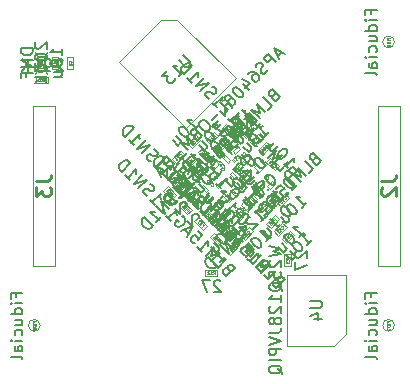
<source format=gbr>
%TF.GenerationSoftware,KiCad,Pcbnew,9.0.2*%
%TF.CreationDate,2025-11-14T17:05:06-08:00*%
%TF.ProjectId,pico2-nx-module,7069636f-322d-46e7-982d-6d6f64756c65,rev?*%
%TF.SameCoordinates,Original*%
%TF.FileFunction,AssemblyDrawing,Bot*%
%FSLAX46Y46*%
G04 Gerber Fmt 4.6, Leading zero omitted, Abs format (unit mm)*
G04 Created by KiCad (PCBNEW 9.0.2) date 2025-11-14 17:05:06*
%MOMM*%
%LPD*%
G01*
G04 APERTURE LIST*
%ADD10C,0.150000*%
%ADD11C,0.040000*%
%ADD12C,0.254000*%
%ADD13C,0.100000*%
G04 APERTURE END LIST*
D10*
X118054392Y-81439681D02*
X117987048Y-81507024D01*
X117987048Y-81507024D02*
X117953377Y-81608040D01*
X117953377Y-81608040D02*
X117953377Y-81675383D01*
X117953377Y-81675383D02*
X117987048Y-81776398D01*
X117987048Y-81776398D02*
X118088064Y-81944757D01*
X118088064Y-81944757D02*
X118256422Y-82113116D01*
X118256422Y-82113116D02*
X118424781Y-82214131D01*
X118424781Y-82214131D02*
X118525796Y-82247803D01*
X118525796Y-82247803D02*
X118593140Y-82247803D01*
X118593140Y-82247803D02*
X118694155Y-82214131D01*
X118694155Y-82214131D02*
X118761499Y-82146788D01*
X118761499Y-82146788D02*
X118795170Y-82045772D01*
X118795170Y-82045772D02*
X118795170Y-81978429D01*
X118795170Y-81978429D02*
X118761499Y-81877414D01*
X118761499Y-81877414D02*
X118660483Y-81709055D01*
X118660483Y-81709055D02*
X118492125Y-81540696D01*
X118492125Y-81540696D02*
X118323766Y-81439681D01*
X118323766Y-81439681D02*
X118222751Y-81406009D01*
X118222751Y-81406009D02*
X118155407Y-81406009D01*
X118155407Y-81406009D02*
X118054392Y-81439681D01*
X118155407Y-82618192D02*
X118155407Y-82685536D01*
X118155407Y-82685536D02*
X118222751Y-82685536D01*
X118222751Y-82685536D02*
X118222751Y-82618192D01*
X118222751Y-82618192D02*
X118155407Y-82618192D01*
X118155407Y-82618192D02*
X118222751Y-82685536D01*
X117515644Y-83392642D02*
X117919705Y-82988581D01*
X117717675Y-83190612D02*
X117010568Y-82483505D01*
X117010568Y-82483505D02*
X117178927Y-82517177D01*
X117178927Y-82517177D02*
X117313614Y-82517177D01*
X117313614Y-82517177D02*
X117414629Y-82483505D01*
X116438148Y-83527329D02*
X116909553Y-83998734D01*
X116741194Y-83224283D02*
X117111583Y-83594673D01*
X117111583Y-83594673D02*
X117145255Y-83695688D01*
X117145255Y-83695688D02*
X117111583Y-83796703D01*
X117111583Y-83796703D02*
X117010568Y-83897718D01*
X117010568Y-83897718D02*
X116909553Y-83931390D01*
X116909553Y-83931390D02*
X116842209Y-83931390D01*
D11*
X118981674Y-83856938D02*
X118998510Y-83856938D01*
X118998510Y-83856938D02*
X119032182Y-83840102D01*
X119032182Y-83840102D02*
X119049018Y-83823266D01*
X119049018Y-83823266D02*
X119065853Y-83789595D01*
X119065853Y-83789595D02*
X119065853Y-83755923D01*
X119065853Y-83755923D02*
X119057436Y-83730669D01*
X119057436Y-83730669D02*
X119032182Y-83688579D01*
X119032182Y-83688579D02*
X119006928Y-83663326D01*
X119006928Y-83663326D02*
X118964838Y-83638072D01*
X118964838Y-83638072D02*
X118939584Y-83629654D01*
X118939584Y-83629654D02*
X118905913Y-83629654D01*
X118905913Y-83629654D02*
X118872241Y-83646490D01*
X118872241Y-83646490D02*
X118855405Y-83663326D01*
X118855405Y-83663326D02*
X118838569Y-83696997D01*
X118838569Y-83696997D02*
X118838569Y-83713833D01*
X118729136Y-83907446D02*
X118846987Y-84025297D01*
X118703882Y-83798013D02*
X118872241Y-83882192D01*
X118872241Y-83882192D02*
X118762808Y-83991625D01*
X118594449Y-83924281D02*
X118476598Y-84042133D01*
X118476598Y-84042133D02*
X118729136Y-84143148D01*
D10*
X122338122Y-91890067D02*
X122203435Y-91822723D01*
X122203435Y-91822723D02*
X122136091Y-91822723D01*
X122136091Y-91822723D02*
X122035076Y-91856395D01*
X122035076Y-91856395D02*
X121934061Y-91957410D01*
X121934061Y-91957410D02*
X121900389Y-92058425D01*
X121900389Y-92058425D02*
X121900389Y-92125769D01*
X121900389Y-92125769D02*
X121934061Y-92226784D01*
X121934061Y-92226784D02*
X122203435Y-92496158D01*
X122203435Y-92496158D02*
X122910542Y-91789051D01*
X122910542Y-91789051D02*
X122674840Y-91553349D01*
X122674840Y-91553349D02*
X122573824Y-91519677D01*
X122573824Y-91519677D02*
X122506481Y-91519677D01*
X122506481Y-91519677D02*
X122405465Y-91553349D01*
X122405465Y-91553349D02*
X122338122Y-91620693D01*
X122338122Y-91620693D02*
X122304450Y-91721708D01*
X122304450Y-91721708D02*
X122304450Y-91789051D01*
X122304450Y-91789051D02*
X122338122Y-91890067D01*
X122338122Y-91890067D02*
X122573824Y-92125769D01*
X121159611Y-91452334D02*
X121496328Y-91789051D01*
X121496328Y-91789051D02*
X122203435Y-91081945D01*
X120923908Y-91216632D02*
X121631015Y-90509525D01*
X121631015Y-90509525D02*
X120890237Y-90778899D01*
X120890237Y-90778899D02*
X121159611Y-90038120D01*
X121159611Y-90038120D02*
X120452504Y-90745227D01*
X119745397Y-90038120D02*
X120149458Y-90442181D01*
X119947428Y-90240151D02*
X120654534Y-89533044D01*
X120654534Y-89533044D02*
X120620863Y-89701403D01*
X120620863Y-89701403D02*
X120620863Y-89836090D01*
X120620863Y-89836090D02*
X120654534Y-89937105D01*
X119812741Y-88691250D02*
X120149458Y-89027968D01*
X120149458Y-89027968D02*
X119846412Y-89398357D01*
X119846412Y-89398357D02*
X119846412Y-89331014D01*
X119846412Y-89331014D02*
X119812741Y-89229998D01*
X119812741Y-89229998D02*
X119644382Y-89061640D01*
X119644382Y-89061640D02*
X119543367Y-89027968D01*
X119543367Y-89027968D02*
X119476023Y-89027968D01*
X119476023Y-89027968D02*
X119375008Y-89061640D01*
X119375008Y-89061640D02*
X119206649Y-89229998D01*
X119206649Y-89229998D02*
X119172977Y-89331014D01*
X119172977Y-89331014D02*
X119172977Y-89398357D01*
X119172977Y-89398357D02*
X119206649Y-89499372D01*
X119206649Y-89499372D02*
X119375008Y-89667731D01*
X119375008Y-89667731D02*
X119476023Y-89701403D01*
X119476023Y-89701403D02*
X119543367Y-89701403D01*
X119004618Y-88893281D02*
X118667901Y-88556563D01*
X118869931Y-89162655D02*
X119341336Y-88219846D01*
X119341336Y-88219846D02*
X118398527Y-88691250D01*
X118465870Y-87411724D02*
X118566886Y-87445395D01*
X118566886Y-87445395D02*
X118667901Y-87546411D01*
X118667901Y-87546411D02*
X118735244Y-87681098D01*
X118735244Y-87681098D02*
X118735244Y-87815785D01*
X118735244Y-87815785D02*
X118701573Y-87916800D01*
X118701573Y-87916800D02*
X118600557Y-88085159D01*
X118600557Y-88085159D02*
X118499542Y-88186174D01*
X118499542Y-88186174D02*
X118331183Y-88287189D01*
X118331183Y-88287189D02*
X118230168Y-88320861D01*
X118230168Y-88320861D02*
X118095481Y-88320861D01*
X118095481Y-88320861D02*
X117960794Y-88253517D01*
X117960794Y-88253517D02*
X117893451Y-88186174D01*
X117893451Y-88186174D02*
X117826107Y-88051487D01*
X117826107Y-88051487D02*
X117826107Y-87984143D01*
X117826107Y-87984143D02*
X118061809Y-87748441D01*
X118061809Y-87748441D02*
X118196496Y-87883128D01*
X117085329Y-87378052D02*
X117489390Y-87782113D01*
X117287359Y-87580082D02*
X117994466Y-86872976D01*
X117994466Y-86872976D02*
X117960794Y-87041334D01*
X117960794Y-87041334D02*
X117960794Y-87176021D01*
X117960794Y-87176021D02*
X117994466Y-87277037D01*
X117455718Y-86468915D02*
X117455718Y-86401571D01*
X117455718Y-86401571D02*
X117422046Y-86300556D01*
X117422046Y-86300556D02*
X117253687Y-86132197D01*
X117253687Y-86132197D02*
X117152672Y-86098525D01*
X117152672Y-86098525D02*
X117085329Y-86098525D01*
X117085329Y-86098525D02*
X116984313Y-86132197D01*
X116984313Y-86132197D02*
X116916970Y-86199540D01*
X116916970Y-86199540D02*
X116849626Y-86334227D01*
X116849626Y-86334227D02*
X116849626Y-87142350D01*
X116849626Y-87142350D02*
X116411893Y-86704617D01*
X115738458Y-86031182D02*
X116142519Y-86435243D01*
X115940489Y-86233212D02*
X116647596Y-85526105D01*
X116647596Y-85526105D02*
X116613924Y-85694464D01*
X116613924Y-85694464D02*
X116613924Y-85829151D01*
X116613924Y-85829151D02*
X116647596Y-85930166D01*
X115502756Y-85728136D02*
X115368069Y-85660792D01*
X115368069Y-85660792D02*
X115199710Y-85492434D01*
X115199710Y-85492434D02*
X115166039Y-85391418D01*
X115166039Y-85391418D02*
X115166039Y-85324075D01*
X115166039Y-85324075D02*
X115199710Y-85223060D01*
X115199710Y-85223060D02*
X115267054Y-85155716D01*
X115267054Y-85155716D02*
X115368069Y-85122044D01*
X115368069Y-85122044D02*
X115435413Y-85122044D01*
X115435413Y-85122044D02*
X115536428Y-85155716D01*
X115536428Y-85155716D02*
X115704787Y-85256731D01*
X115704787Y-85256731D02*
X115805802Y-85290403D01*
X115805802Y-85290403D02*
X115873145Y-85290403D01*
X115873145Y-85290403D02*
X115974161Y-85256731D01*
X115974161Y-85256731D02*
X116041504Y-85189388D01*
X116041504Y-85189388D02*
X116075176Y-85088373D01*
X116075176Y-85088373D02*
X116075176Y-85021029D01*
X116075176Y-85021029D02*
X116041504Y-84920014D01*
X116041504Y-84920014D02*
X115873145Y-84751655D01*
X115873145Y-84751655D02*
X115738458Y-84684312D01*
X114761978Y-85054701D02*
X115469084Y-84347594D01*
X115469084Y-84347594D02*
X114357917Y-84650640D01*
X114357917Y-84650640D02*
X115065023Y-83943533D01*
X113650810Y-83943533D02*
X114054871Y-84347594D01*
X113852840Y-84145564D02*
X114559947Y-83438457D01*
X114559947Y-83438457D02*
X114526275Y-83606816D01*
X114526275Y-83606816D02*
X114526275Y-83741503D01*
X114526275Y-83741503D02*
X114559947Y-83842518D01*
X113347764Y-83640487D02*
X114054871Y-82933380D01*
X114054871Y-82933380D02*
X113886512Y-82765022D01*
X113886512Y-82765022D02*
X113751825Y-82697678D01*
X113751825Y-82697678D02*
X113617138Y-82697678D01*
X113617138Y-82697678D02*
X113516123Y-82731350D01*
X113516123Y-82731350D02*
X113347764Y-82832365D01*
X113347764Y-82832365D02*
X113246749Y-82933380D01*
X113246749Y-82933380D02*
X113145734Y-83101739D01*
X113145734Y-83101739D02*
X113112062Y-83202755D01*
X113112062Y-83202755D02*
X113112062Y-83337442D01*
X113112062Y-83337442D02*
X113179405Y-83472129D01*
X113179405Y-83472129D02*
X113347764Y-83640487D01*
D11*
X117251368Y-88516792D02*
X117310293Y-88575718D01*
X117217696Y-88668315D02*
X117394473Y-88491538D01*
X117394473Y-88491538D02*
X117310293Y-88407359D01*
X117099845Y-88365269D02*
X117066173Y-88348433D01*
X117066173Y-88348433D02*
X117049337Y-88348433D01*
X117049337Y-88348433D02*
X117024083Y-88356851D01*
X117024083Y-88356851D02*
X116998830Y-88382105D01*
X116998830Y-88382105D02*
X116990412Y-88407359D01*
X116990412Y-88407359D02*
X116990412Y-88424195D01*
X116990412Y-88424195D02*
X116998830Y-88449449D01*
X116998830Y-88449449D02*
X117066173Y-88516792D01*
X117066173Y-88516792D02*
X117242950Y-88340015D01*
X117242950Y-88340015D02*
X117184024Y-88281090D01*
X117184024Y-88281090D02*
X117158770Y-88272672D01*
X117158770Y-88272672D02*
X117141935Y-88272672D01*
X117141935Y-88272672D02*
X117116681Y-88281090D01*
X117116681Y-88281090D02*
X117099845Y-88297926D01*
X117099845Y-88297926D02*
X117091427Y-88323179D01*
X117091427Y-88323179D02*
X117091427Y-88340015D01*
X117091427Y-88340015D02*
X117099845Y-88365269D01*
X117099845Y-88365269D02*
X117158770Y-88424195D01*
X117083009Y-88180075D02*
X116965158Y-88062223D01*
X116965158Y-88062223D02*
X116864143Y-88314762D01*
D10*
X117917942Y-86631864D02*
X117850599Y-86564520D01*
X117850599Y-86564520D02*
X117749583Y-86530849D01*
X117749583Y-86530849D02*
X117682240Y-86530849D01*
X117682240Y-86530849D02*
X117581225Y-86564520D01*
X117581225Y-86564520D02*
X117412866Y-86665536D01*
X117412866Y-86665536D02*
X117244507Y-86833894D01*
X117244507Y-86833894D02*
X117143492Y-87002253D01*
X117143492Y-87002253D02*
X117109820Y-87103268D01*
X117109820Y-87103268D02*
X117109820Y-87170612D01*
X117109820Y-87170612D02*
X117143492Y-87271627D01*
X117143492Y-87271627D02*
X117210835Y-87338971D01*
X117210835Y-87338971D02*
X117311851Y-87372642D01*
X117311851Y-87372642D02*
X117379194Y-87372642D01*
X117379194Y-87372642D02*
X117480209Y-87338971D01*
X117480209Y-87338971D02*
X117648568Y-87237955D01*
X117648568Y-87237955D02*
X117816927Y-87069597D01*
X117816927Y-87069597D02*
X117917942Y-86901238D01*
X117917942Y-86901238D02*
X117951614Y-86800223D01*
X117951614Y-86800223D02*
X117951614Y-86732879D01*
X117951614Y-86732879D02*
X117917942Y-86631864D01*
X116739431Y-86732879D02*
X116672087Y-86732879D01*
X116672087Y-86732879D02*
X116672087Y-86800223D01*
X116672087Y-86800223D02*
X116739431Y-86800223D01*
X116739431Y-86800223D02*
X116739431Y-86732879D01*
X116739431Y-86732879D02*
X116672087Y-86800223D01*
X115964981Y-86093116D02*
X116369042Y-86497177D01*
X116167011Y-86295147D02*
X116874118Y-85588040D01*
X116874118Y-85588040D02*
X116840446Y-85756399D01*
X116840446Y-85756399D02*
X116840446Y-85891086D01*
X116840446Y-85891086D02*
X116874118Y-85992101D01*
X115830294Y-85015620D02*
X115358889Y-85487025D01*
X116133340Y-85318666D02*
X115762950Y-85689055D01*
X115762950Y-85689055D02*
X115661935Y-85722727D01*
X115661935Y-85722727D02*
X115560920Y-85689055D01*
X115560920Y-85689055D02*
X115459905Y-85588040D01*
X115459905Y-85588040D02*
X115426233Y-85487025D01*
X115426233Y-85487025D02*
X115426233Y-85419681D01*
D11*
X117947275Y-85112556D02*
X117947275Y-85129392D01*
X117947275Y-85129392D02*
X117964111Y-85163064D01*
X117964111Y-85163064D02*
X117980947Y-85179900D01*
X117980947Y-85179900D02*
X118014618Y-85196735D01*
X118014618Y-85196735D02*
X118048290Y-85196735D01*
X118048290Y-85196735D02*
X118073544Y-85188318D01*
X118073544Y-85188318D02*
X118115634Y-85163064D01*
X118115634Y-85163064D02*
X118140887Y-85137810D01*
X118140887Y-85137810D02*
X118166141Y-85095720D01*
X118166141Y-85095720D02*
X118174559Y-85070466D01*
X118174559Y-85070466D02*
X118174559Y-85036795D01*
X118174559Y-85036795D02*
X118157723Y-85003123D01*
X118157723Y-85003123D02*
X118140887Y-84986287D01*
X118140887Y-84986287D02*
X118107216Y-84969451D01*
X118107216Y-84969451D02*
X118090380Y-84969451D01*
X118048290Y-84893690D02*
X117938857Y-84784257D01*
X117938857Y-84784257D02*
X117930439Y-84910526D01*
X117930439Y-84910526D02*
X117905185Y-84885272D01*
X117905185Y-84885272D02*
X117879931Y-84876854D01*
X117879931Y-84876854D02*
X117863096Y-84876854D01*
X117863096Y-84876854D02*
X117837842Y-84885272D01*
X117837842Y-84885272D02*
X117795752Y-84927361D01*
X117795752Y-84927361D02*
X117787334Y-84952615D01*
X117787334Y-84952615D02*
X117787334Y-84969451D01*
X117787334Y-84969451D02*
X117795752Y-84994705D01*
X117795752Y-84994705D02*
X117846260Y-85045213D01*
X117846260Y-85045213D02*
X117871513Y-85053631D01*
X117871513Y-85053631D02*
X117888349Y-85053631D01*
X117879932Y-84725331D02*
X117770498Y-84615898D01*
X117770498Y-84615898D02*
X117762080Y-84742167D01*
X117762080Y-84742167D02*
X117736827Y-84716913D01*
X117736827Y-84716913D02*
X117711573Y-84708495D01*
X117711573Y-84708495D02*
X117694737Y-84708495D01*
X117694737Y-84708495D02*
X117669483Y-84716913D01*
X117669483Y-84716913D02*
X117627393Y-84759003D01*
X117627393Y-84759003D02*
X117618975Y-84784257D01*
X117618975Y-84784257D02*
X117618975Y-84801093D01*
X117618975Y-84801093D02*
X117627393Y-84826346D01*
X117627393Y-84826346D02*
X117677901Y-84876854D01*
X117677901Y-84876854D02*
X117703155Y-84885272D01*
X117703155Y-84885272D02*
X117719991Y-84885272D01*
D10*
X120817942Y-88961864D02*
X120750599Y-88894520D01*
X120750599Y-88894520D02*
X120649583Y-88860849D01*
X120649583Y-88860849D02*
X120582240Y-88860849D01*
X120582240Y-88860849D02*
X120481225Y-88894520D01*
X120481225Y-88894520D02*
X120312866Y-88995536D01*
X120312866Y-88995536D02*
X120144507Y-89163894D01*
X120144507Y-89163894D02*
X120043492Y-89332253D01*
X120043492Y-89332253D02*
X120009820Y-89433268D01*
X120009820Y-89433268D02*
X120009820Y-89500612D01*
X120009820Y-89500612D02*
X120043492Y-89601627D01*
X120043492Y-89601627D02*
X120110835Y-89668971D01*
X120110835Y-89668971D02*
X120211851Y-89702642D01*
X120211851Y-89702642D02*
X120279194Y-89702642D01*
X120279194Y-89702642D02*
X120380209Y-89668971D01*
X120380209Y-89668971D02*
X120548568Y-89567955D01*
X120548568Y-89567955D02*
X120716927Y-89399597D01*
X120716927Y-89399597D02*
X120817942Y-89231238D01*
X120817942Y-89231238D02*
X120851614Y-89130223D01*
X120851614Y-89130223D02*
X120851614Y-89062879D01*
X120851614Y-89062879D02*
X120817942Y-88961864D01*
X119639431Y-89062879D02*
X119572087Y-89062879D01*
X119572087Y-89062879D02*
X119572087Y-89130223D01*
X119572087Y-89130223D02*
X119639431Y-89130223D01*
X119639431Y-89130223D02*
X119639431Y-89062879D01*
X119639431Y-89062879D02*
X119572087Y-89130223D01*
X118864981Y-88423116D02*
X119269042Y-88827177D01*
X119067011Y-88625147D02*
X119774118Y-87918040D01*
X119774118Y-87918040D02*
X119740446Y-88086399D01*
X119740446Y-88086399D02*
X119740446Y-88221086D01*
X119740446Y-88221086D02*
X119774118Y-88322101D01*
X118730294Y-87345620D02*
X118258889Y-87817025D01*
X119033340Y-87648666D02*
X118662950Y-88019055D01*
X118662950Y-88019055D02*
X118561935Y-88052727D01*
X118561935Y-88052727D02*
X118460920Y-88019055D01*
X118460920Y-88019055D02*
X118359905Y-87918040D01*
X118359905Y-87918040D02*
X118326233Y-87817025D01*
X118326233Y-87817025D02*
X118326233Y-87749681D01*
D11*
X120847275Y-87442556D02*
X120847275Y-87459392D01*
X120847275Y-87459392D02*
X120864111Y-87493064D01*
X120864111Y-87493064D02*
X120880947Y-87509900D01*
X120880947Y-87509900D02*
X120914618Y-87526735D01*
X120914618Y-87526735D02*
X120948290Y-87526735D01*
X120948290Y-87526735D02*
X120973544Y-87518318D01*
X120973544Y-87518318D02*
X121015634Y-87493064D01*
X121015634Y-87493064D02*
X121040887Y-87467810D01*
X121040887Y-87467810D02*
X121066141Y-87425720D01*
X121066141Y-87425720D02*
X121074559Y-87400466D01*
X121074559Y-87400466D02*
X121074559Y-87366795D01*
X121074559Y-87366795D02*
X121057723Y-87333123D01*
X121057723Y-87333123D02*
X121040887Y-87316287D01*
X121040887Y-87316287D02*
X121007216Y-87299451D01*
X121007216Y-87299451D02*
X120990380Y-87299451D01*
X120948290Y-87223690D02*
X120838857Y-87114257D01*
X120838857Y-87114257D02*
X120830439Y-87240526D01*
X120830439Y-87240526D02*
X120805185Y-87215272D01*
X120805185Y-87215272D02*
X120779931Y-87206854D01*
X120779931Y-87206854D02*
X120763096Y-87206854D01*
X120763096Y-87206854D02*
X120737842Y-87215272D01*
X120737842Y-87215272D02*
X120695752Y-87257361D01*
X120695752Y-87257361D02*
X120687334Y-87282615D01*
X120687334Y-87282615D02*
X120687334Y-87299451D01*
X120687334Y-87299451D02*
X120695752Y-87324705D01*
X120695752Y-87324705D02*
X120746260Y-87375213D01*
X120746260Y-87375213D02*
X120771513Y-87383631D01*
X120771513Y-87383631D02*
X120788349Y-87383631D01*
X120687334Y-86962734D02*
X120721006Y-86996406D01*
X120721006Y-86996406D02*
X120729424Y-87021659D01*
X120729424Y-87021659D02*
X120729424Y-87038495D01*
X120729424Y-87038495D02*
X120721006Y-87080585D01*
X120721006Y-87080585D02*
X120695752Y-87122675D01*
X120695752Y-87122675D02*
X120628409Y-87190018D01*
X120628409Y-87190018D02*
X120603155Y-87198436D01*
X120603155Y-87198436D02*
X120586319Y-87198436D01*
X120586319Y-87198436D02*
X120561065Y-87190018D01*
X120561065Y-87190018D02*
X120527393Y-87156346D01*
X120527393Y-87156346D02*
X120518975Y-87131093D01*
X120518975Y-87131093D02*
X120518975Y-87114257D01*
X120518975Y-87114257D02*
X120527393Y-87089003D01*
X120527393Y-87089003D02*
X120569483Y-87046913D01*
X120569483Y-87046913D02*
X120594737Y-87038495D01*
X120594737Y-87038495D02*
X120611573Y-87038495D01*
X120611573Y-87038495D02*
X120636827Y-87046913D01*
X120636827Y-87046913D02*
X120670498Y-87080585D01*
X120670498Y-87080585D02*
X120678916Y-87105839D01*
X120678916Y-87105839D02*
X120678916Y-87122675D01*
X120678916Y-87122675D02*
X120670498Y-87147928D01*
D10*
X124645766Y-83997711D02*
X124511079Y-83930367D01*
X124511079Y-83930367D02*
X124443735Y-83930367D01*
X124443735Y-83930367D02*
X124342720Y-83964039D01*
X124342720Y-83964039D02*
X124241705Y-84065054D01*
X124241705Y-84065054D02*
X124208033Y-84166069D01*
X124208033Y-84166069D02*
X124208033Y-84233413D01*
X124208033Y-84233413D02*
X124241705Y-84334428D01*
X124241705Y-84334428D02*
X124511079Y-84603802D01*
X124511079Y-84603802D02*
X125218186Y-83896695D01*
X125218186Y-83896695D02*
X124982484Y-83660993D01*
X124982484Y-83660993D02*
X124881468Y-83627321D01*
X124881468Y-83627321D02*
X124814125Y-83627321D01*
X124814125Y-83627321D02*
X124713109Y-83660993D01*
X124713109Y-83660993D02*
X124645766Y-83728337D01*
X124645766Y-83728337D02*
X124612094Y-83829352D01*
X124612094Y-83829352D02*
X124612094Y-83896695D01*
X124612094Y-83896695D02*
X124645766Y-83997711D01*
X124645766Y-83997711D02*
X124881468Y-84233413D01*
X123467255Y-83559978D02*
X123803972Y-83896695D01*
X123803972Y-83896695D02*
X124511079Y-83189589D01*
X123231552Y-83324276D02*
X123938659Y-82617169D01*
X123938659Y-82617169D02*
X123197881Y-82886543D01*
X123197881Y-82886543D02*
X123467255Y-82145764D01*
X123467255Y-82145764D02*
X122760148Y-82852871D01*
X122053041Y-82145764D02*
X122457102Y-82549825D01*
X122255072Y-82347795D02*
X122962178Y-81640688D01*
X122962178Y-81640688D02*
X122928507Y-81809047D01*
X122928507Y-81809047D02*
X122928507Y-81943734D01*
X122928507Y-81943734D02*
X122962178Y-82044749D01*
X122120385Y-80798894D02*
X122457102Y-81135612D01*
X122457102Y-81135612D02*
X122154056Y-81506001D01*
X122154056Y-81506001D02*
X122154056Y-81438658D01*
X122154056Y-81438658D02*
X122120385Y-81337642D01*
X122120385Y-81337642D02*
X121952026Y-81169284D01*
X121952026Y-81169284D02*
X121851011Y-81135612D01*
X121851011Y-81135612D02*
X121783667Y-81135612D01*
X121783667Y-81135612D02*
X121682652Y-81169284D01*
X121682652Y-81169284D02*
X121514293Y-81337642D01*
X121514293Y-81337642D02*
X121480621Y-81438658D01*
X121480621Y-81438658D02*
X121480621Y-81506001D01*
X121480621Y-81506001D02*
X121514293Y-81607016D01*
X121514293Y-81607016D02*
X121682652Y-81775375D01*
X121682652Y-81775375D02*
X121783667Y-81809047D01*
X121783667Y-81809047D02*
X121851011Y-81809047D01*
X121312262Y-81000925D02*
X120975545Y-80664207D01*
X121177575Y-81270299D02*
X121648980Y-80327490D01*
X121648980Y-80327490D02*
X120706171Y-80798894D01*
X120773514Y-79519368D02*
X120874530Y-79553039D01*
X120874530Y-79553039D02*
X120975545Y-79654055D01*
X120975545Y-79654055D02*
X121042888Y-79788742D01*
X121042888Y-79788742D02*
X121042888Y-79923429D01*
X121042888Y-79923429D02*
X121009217Y-80024444D01*
X121009217Y-80024444D02*
X120908201Y-80192803D01*
X120908201Y-80192803D02*
X120807186Y-80293818D01*
X120807186Y-80293818D02*
X120638827Y-80394833D01*
X120638827Y-80394833D02*
X120537812Y-80428505D01*
X120537812Y-80428505D02*
X120403125Y-80428505D01*
X120403125Y-80428505D02*
X120268438Y-80361161D01*
X120268438Y-80361161D02*
X120201095Y-80293818D01*
X120201095Y-80293818D02*
X120133751Y-80159131D01*
X120133751Y-80159131D02*
X120133751Y-80091787D01*
X120133751Y-80091787D02*
X120369453Y-79856085D01*
X120369453Y-79856085D02*
X120504140Y-79990772D01*
X119392973Y-79485696D02*
X119797034Y-79889757D01*
X119595003Y-79687726D02*
X120302110Y-78980620D01*
X120302110Y-78980620D02*
X120268438Y-79148978D01*
X120268438Y-79148978D02*
X120268438Y-79283665D01*
X120268438Y-79283665D02*
X120302110Y-79384681D01*
X119763362Y-78576559D02*
X119763362Y-78509215D01*
X119763362Y-78509215D02*
X119729690Y-78408200D01*
X119729690Y-78408200D02*
X119561331Y-78239841D01*
X119561331Y-78239841D02*
X119460316Y-78206169D01*
X119460316Y-78206169D02*
X119392973Y-78206169D01*
X119392973Y-78206169D02*
X119291957Y-78239841D01*
X119291957Y-78239841D02*
X119224614Y-78307184D01*
X119224614Y-78307184D02*
X119157270Y-78441871D01*
X119157270Y-78441871D02*
X119157270Y-79249994D01*
X119157270Y-79249994D02*
X118719537Y-78812261D01*
X118046102Y-78138826D02*
X118450163Y-78542887D01*
X118248133Y-78340856D02*
X118955240Y-77633749D01*
X118955240Y-77633749D02*
X118921568Y-77802108D01*
X118921568Y-77802108D02*
X118921568Y-77936795D01*
X118921568Y-77936795D02*
X118955240Y-78037810D01*
X117810400Y-77835780D02*
X117675713Y-77768436D01*
X117675713Y-77768436D02*
X117507354Y-77600078D01*
X117507354Y-77600078D02*
X117473683Y-77499062D01*
X117473683Y-77499062D02*
X117473683Y-77431719D01*
X117473683Y-77431719D02*
X117507354Y-77330704D01*
X117507354Y-77330704D02*
X117574698Y-77263360D01*
X117574698Y-77263360D02*
X117675713Y-77229688D01*
X117675713Y-77229688D02*
X117743057Y-77229688D01*
X117743057Y-77229688D02*
X117844072Y-77263360D01*
X117844072Y-77263360D02*
X118012431Y-77364375D01*
X118012431Y-77364375D02*
X118113446Y-77398047D01*
X118113446Y-77398047D02*
X118180789Y-77398047D01*
X118180789Y-77398047D02*
X118281805Y-77364375D01*
X118281805Y-77364375D02*
X118349148Y-77297032D01*
X118349148Y-77297032D02*
X118382820Y-77196017D01*
X118382820Y-77196017D02*
X118382820Y-77128673D01*
X118382820Y-77128673D02*
X118349148Y-77027658D01*
X118349148Y-77027658D02*
X118180789Y-76859299D01*
X118180789Y-76859299D02*
X118046102Y-76791956D01*
X117069622Y-77162345D02*
X117776728Y-76455238D01*
X117776728Y-76455238D02*
X116665561Y-76758284D01*
X116665561Y-76758284D02*
X117372667Y-76051177D01*
X115958454Y-76051177D02*
X116362515Y-76455238D01*
X116160484Y-76253208D02*
X116867591Y-75546101D01*
X116867591Y-75546101D02*
X116833919Y-75714460D01*
X116833919Y-75714460D02*
X116833919Y-75849147D01*
X116833919Y-75849147D02*
X116867591Y-75950162D01*
X115655408Y-75748131D02*
X116362515Y-75041024D01*
X116362515Y-75041024D02*
X116194156Y-74872666D01*
X116194156Y-74872666D02*
X116059469Y-74805322D01*
X116059469Y-74805322D02*
X115924782Y-74805322D01*
X115924782Y-74805322D02*
X115823767Y-74838994D01*
X115823767Y-74838994D02*
X115655408Y-74940009D01*
X115655408Y-74940009D02*
X115554393Y-75041024D01*
X115554393Y-75041024D02*
X115453378Y-75209383D01*
X115453378Y-75209383D02*
X115419706Y-75310399D01*
X115419706Y-75310399D02*
X115419706Y-75445086D01*
X115419706Y-75445086D02*
X115487049Y-75579773D01*
X115487049Y-75579773D02*
X115655408Y-75748131D01*
D11*
X119559012Y-80624436D02*
X119617937Y-80683362D01*
X119525340Y-80775959D02*
X119702117Y-80599182D01*
X119702117Y-80599182D02*
X119617937Y-80515003D01*
X119407489Y-80472913D02*
X119373817Y-80456077D01*
X119373817Y-80456077D02*
X119356981Y-80456077D01*
X119356981Y-80456077D02*
X119331727Y-80464495D01*
X119331727Y-80464495D02*
X119306474Y-80489749D01*
X119306474Y-80489749D02*
X119298056Y-80515003D01*
X119298056Y-80515003D02*
X119298056Y-80531839D01*
X119298056Y-80531839D02*
X119306474Y-80557093D01*
X119306474Y-80557093D02*
X119373817Y-80624436D01*
X119373817Y-80624436D02*
X119550594Y-80447659D01*
X119550594Y-80447659D02*
X119491668Y-80388734D01*
X119491668Y-80388734D02*
X119466414Y-80380316D01*
X119466414Y-80380316D02*
X119449579Y-80380316D01*
X119449579Y-80380316D02*
X119424325Y-80388734D01*
X119424325Y-80388734D02*
X119407489Y-80405570D01*
X119407489Y-80405570D02*
X119399071Y-80430823D01*
X119399071Y-80430823D02*
X119399071Y-80447659D01*
X119399071Y-80447659D02*
X119407489Y-80472913D01*
X119407489Y-80472913D02*
X119466414Y-80531839D01*
X119188622Y-80439241D02*
X119154951Y-80405570D01*
X119154951Y-80405570D02*
X119146533Y-80380316D01*
X119146533Y-80380316D02*
X119146533Y-80363480D01*
X119146533Y-80363480D02*
X119154951Y-80321390D01*
X119154951Y-80321390D02*
X119180205Y-80279301D01*
X119180205Y-80279301D02*
X119247548Y-80211957D01*
X119247548Y-80211957D02*
X119272802Y-80203539D01*
X119272802Y-80203539D02*
X119289638Y-80203539D01*
X119289638Y-80203539D02*
X119314892Y-80211957D01*
X119314892Y-80211957D02*
X119348563Y-80245629D01*
X119348563Y-80245629D02*
X119356981Y-80270883D01*
X119356981Y-80270883D02*
X119356981Y-80287719D01*
X119356981Y-80287719D02*
X119348563Y-80312972D01*
X119348563Y-80312972D02*
X119306474Y-80355062D01*
X119306474Y-80355062D02*
X119281220Y-80363480D01*
X119281220Y-80363480D02*
X119264384Y-80363480D01*
X119264384Y-80363480D02*
X119239130Y-80355062D01*
X119239130Y-80355062D02*
X119205458Y-80321390D01*
X119205458Y-80321390D02*
X119197040Y-80296136D01*
X119197040Y-80296136D02*
X119197040Y-80279301D01*
X119197040Y-80279301D02*
X119205458Y-80254047D01*
D10*
X122437942Y-84901864D02*
X122370599Y-84834520D01*
X122370599Y-84834520D02*
X122269583Y-84800849D01*
X122269583Y-84800849D02*
X122202240Y-84800849D01*
X122202240Y-84800849D02*
X122101225Y-84834520D01*
X122101225Y-84834520D02*
X121932866Y-84935536D01*
X121932866Y-84935536D02*
X121764507Y-85103894D01*
X121764507Y-85103894D02*
X121663492Y-85272253D01*
X121663492Y-85272253D02*
X121629820Y-85373268D01*
X121629820Y-85373268D02*
X121629820Y-85440612D01*
X121629820Y-85440612D02*
X121663492Y-85541627D01*
X121663492Y-85541627D02*
X121730835Y-85608971D01*
X121730835Y-85608971D02*
X121831851Y-85642642D01*
X121831851Y-85642642D02*
X121899194Y-85642642D01*
X121899194Y-85642642D02*
X122000209Y-85608971D01*
X122000209Y-85608971D02*
X122168568Y-85507955D01*
X122168568Y-85507955D02*
X122336927Y-85339597D01*
X122336927Y-85339597D02*
X122437942Y-85171238D01*
X122437942Y-85171238D02*
X122471614Y-85070223D01*
X122471614Y-85070223D02*
X122471614Y-85002879D01*
X122471614Y-85002879D02*
X122437942Y-84901864D01*
X121259431Y-85002879D02*
X121192087Y-85002879D01*
X121192087Y-85002879D02*
X121192087Y-85070223D01*
X121192087Y-85070223D02*
X121259431Y-85070223D01*
X121259431Y-85070223D02*
X121259431Y-85002879D01*
X121259431Y-85002879D02*
X121192087Y-85070223D01*
X120484981Y-84363116D02*
X120889042Y-84767177D01*
X120687011Y-84565147D02*
X121394118Y-83858040D01*
X121394118Y-83858040D02*
X121360446Y-84026399D01*
X121360446Y-84026399D02*
X121360446Y-84161086D01*
X121360446Y-84161086D02*
X121394118Y-84262101D01*
X120350294Y-83285620D02*
X119878889Y-83757025D01*
X120653340Y-83588666D02*
X120282950Y-83959055D01*
X120282950Y-83959055D02*
X120181935Y-83992727D01*
X120181935Y-83992727D02*
X120080920Y-83959055D01*
X120080920Y-83959055D02*
X119979905Y-83858040D01*
X119979905Y-83858040D02*
X119946233Y-83757025D01*
X119946233Y-83757025D02*
X119946233Y-83689681D01*
D11*
X122467275Y-83382556D02*
X122467275Y-83399392D01*
X122467275Y-83399392D02*
X122484111Y-83433064D01*
X122484111Y-83433064D02*
X122500947Y-83449900D01*
X122500947Y-83449900D02*
X122534618Y-83466735D01*
X122534618Y-83466735D02*
X122568290Y-83466735D01*
X122568290Y-83466735D02*
X122593544Y-83458318D01*
X122593544Y-83458318D02*
X122635634Y-83433064D01*
X122635634Y-83433064D02*
X122660887Y-83407810D01*
X122660887Y-83407810D02*
X122686141Y-83365720D01*
X122686141Y-83365720D02*
X122694559Y-83340466D01*
X122694559Y-83340466D02*
X122694559Y-83306795D01*
X122694559Y-83306795D02*
X122677723Y-83273123D01*
X122677723Y-83273123D02*
X122660887Y-83256287D01*
X122660887Y-83256287D02*
X122627216Y-83239451D01*
X122627216Y-83239451D02*
X122610380Y-83239451D01*
X122416767Y-83130018D02*
X122298916Y-83247869D01*
X122526200Y-83104764D02*
X122442021Y-83273123D01*
X122442021Y-83273123D02*
X122332588Y-83163690D01*
X122298916Y-82894316D02*
X122383096Y-82978495D01*
X122383096Y-82978495D02*
X122307334Y-83071093D01*
X122307334Y-83071093D02*
X122307334Y-83054257D01*
X122307334Y-83054257D02*
X122298916Y-83029003D01*
X122298916Y-83029003D02*
X122256827Y-82986913D01*
X122256827Y-82986913D02*
X122231573Y-82978495D01*
X122231573Y-82978495D02*
X122214737Y-82978495D01*
X122214737Y-82978495D02*
X122189483Y-82986913D01*
X122189483Y-82986913D02*
X122147393Y-83029003D01*
X122147393Y-83029003D02*
X122138975Y-83054257D01*
X122138975Y-83054257D02*
X122138975Y-83071093D01*
X122138975Y-83071093D02*
X122147393Y-83096346D01*
X122147393Y-83096346D02*
X122189483Y-83138436D01*
X122189483Y-83138436D02*
X122214737Y-83146854D01*
X122214737Y-83146854D02*
X122231573Y-83146854D01*
D10*
X121102866Y-87676940D02*
X121035523Y-87609596D01*
X121035523Y-87609596D02*
X120934507Y-87575925D01*
X120934507Y-87575925D02*
X120867164Y-87575925D01*
X120867164Y-87575925D02*
X120766149Y-87609596D01*
X120766149Y-87609596D02*
X120597790Y-87710612D01*
X120597790Y-87710612D02*
X120429431Y-87878970D01*
X120429431Y-87878970D02*
X120328416Y-88047329D01*
X120328416Y-88047329D02*
X120294744Y-88148344D01*
X120294744Y-88148344D02*
X120294744Y-88215688D01*
X120294744Y-88215688D02*
X120328416Y-88316703D01*
X120328416Y-88316703D02*
X120395759Y-88384047D01*
X120395759Y-88384047D02*
X120496775Y-88417718D01*
X120496775Y-88417718D02*
X120564118Y-88417718D01*
X120564118Y-88417718D02*
X120665133Y-88384047D01*
X120665133Y-88384047D02*
X120833492Y-88283031D01*
X120833492Y-88283031D02*
X121001851Y-88114673D01*
X121001851Y-88114673D02*
X121102866Y-87946314D01*
X121102866Y-87946314D02*
X121136538Y-87845299D01*
X121136538Y-87845299D02*
X121136538Y-87777955D01*
X121136538Y-87777955D02*
X121102866Y-87676940D01*
X119924355Y-87777955D02*
X119857011Y-87777955D01*
X119857011Y-87777955D02*
X119857011Y-87845299D01*
X119857011Y-87845299D02*
X119924355Y-87845299D01*
X119924355Y-87845299D02*
X119924355Y-87777955D01*
X119924355Y-87777955D02*
X119857011Y-87845299D01*
X119149905Y-87138192D02*
X119553966Y-87542253D01*
X119351935Y-87340223D02*
X120059042Y-86633116D01*
X120059042Y-86633116D02*
X120025370Y-86801475D01*
X120025370Y-86801475D02*
X120025370Y-86936162D01*
X120025370Y-86936162D02*
X120059042Y-87037177D01*
X119015218Y-86060696D02*
X118543813Y-86532101D01*
X119318264Y-86363742D02*
X118947874Y-86734131D01*
X118947874Y-86734131D02*
X118846859Y-86767803D01*
X118846859Y-86767803D02*
X118745844Y-86734131D01*
X118745844Y-86734131D02*
X118644829Y-86633116D01*
X118644829Y-86633116D02*
X118611157Y-86532101D01*
X118611157Y-86532101D02*
X118611157Y-86464757D01*
D11*
X118685609Y-88604222D02*
X118685609Y-88621058D01*
X118685609Y-88621058D02*
X118702445Y-88654730D01*
X118702445Y-88654730D02*
X118719281Y-88671566D01*
X118719281Y-88671566D02*
X118752952Y-88688401D01*
X118752952Y-88688401D02*
X118786624Y-88688401D01*
X118786624Y-88688401D02*
X118811878Y-88679984D01*
X118811878Y-88679984D02*
X118853968Y-88654730D01*
X118853968Y-88654730D02*
X118879221Y-88629476D01*
X118879221Y-88629476D02*
X118904475Y-88587386D01*
X118904475Y-88587386D02*
X118912893Y-88562132D01*
X118912893Y-88562132D02*
X118912893Y-88528461D01*
X118912893Y-88528461D02*
X118896057Y-88494789D01*
X118896057Y-88494789D02*
X118879221Y-88477953D01*
X118879221Y-88477953D02*
X118845550Y-88461117D01*
X118845550Y-88461117D02*
X118828714Y-88461117D01*
X118786624Y-88385356D02*
X118677191Y-88275923D01*
X118677191Y-88275923D02*
X118668773Y-88402192D01*
X118668773Y-88402192D02*
X118643519Y-88376938D01*
X118643519Y-88376938D02*
X118618265Y-88368520D01*
X118618265Y-88368520D02*
X118601430Y-88368520D01*
X118601430Y-88368520D02*
X118576176Y-88376938D01*
X118576176Y-88376938D02*
X118534086Y-88419027D01*
X118534086Y-88419027D02*
X118525668Y-88444281D01*
X118525668Y-88444281D02*
X118525668Y-88461117D01*
X118525668Y-88461117D02*
X118534086Y-88486371D01*
X118534086Y-88486371D02*
X118584594Y-88536879D01*
X118584594Y-88536879D02*
X118609847Y-88545297D01*
X118609847Y-88545297D02*
X118626683Y-88545297D01*
X118500414Y-88250669D02*
X118525668Y-88259087D01*
X118525668Y-88259087D02*
X118542504Y-88259087D01*
X118542504Y-88259087D02*
X118567758Y-88250669D01*
X118567758Y-88250669D02*
X118576176Y-88242251D01*
X118576176Y-88242251D02*
X118584594Y-88216997D01*
X118584594Y-88216997D02*
X118584594Y-88200161D01*
X118584594Y-88200161D02*
X118576176Y-88174907D01*
X118576176Y-88174907D02*
X118542504Y-88141236D01*
X118542504Y-88141236D02*
X118517250Y-88132818D01*
X118517250Y-88132818D02*
X118500414Y-88132818D01*
X118500414Y-88132818D02*
X118475161Y-88141236D01*
X118475161Y-88141236D02*
X118466743Y-88149654D01*
X118466743Y-88149654D02*
X118458325Y-88174907D01*
X118458325Y-88174907D02*
X118458325Y-88191743D01*
X118458325Y-88191743D02*
X118466743Y-88216997D01*
X118466743Y-88216997D02*
X118500414Y-88250669D01*
X118500414Y-88250669D02*
X118508832Y-88275923D01*
X118508832Y-88275923D02*
X118508832Y-88292759D01*
X118508832Y-88292759D02*
X118500414Y-88318012D01*
X118500414Y-88318012D02*
X118466743Y-88351684D01*
X118466743Y-88351684D02*
X118441489Y-88360102D01*
X118441489Y-88360102D02*
X118424653Y-88360102D01*
X118424653Y-88360102D02*
X118399399Y-88351684D01*
X118399399Y-88351684D02*
X118365727Y-88318012D01*
X118365727Y-88318012D02*
X118357309Y-88292759D01*
X118357309Y-88292759D02*
X118357309Y-88275923D01*
X118357309Y-88275923D02*
X118365727Y-88250669D01*
X118365727Y-88250669D02*
X118399399Y-88216997D01*
X118399399Y-88216997D02*
X118424653Y-88208579D01*
X118424653Y-88208579D02*
X118441489Y-88208579D01*
X118441489Y-88208579D02*
X118466743Y-88216997D01*
D10*
X116975490Y-87909663D02*
X116975490Y-87842320D01*
X116975490Y-87842320D02*
X116941819Y-87741304D01*
X116941819Y-87741304D02*
X116773460Y-87572946D01*
X116773460Y-87572946D02*
X116672445Y-87539274D01*
X116672445Y-87539274D02*
X116605101Y-87539274D01*
X116605101Y-87539274D02*
X116504086Y-87572946D01*
X116504086Y-87572946D02*
X116436742Y-87640289D01*
X116436742Y-87640289D02*
X116369399Y-87774976D01*
X116369399Y-87774976D02*
X116369399Y-88583098D01*
X116369399Y-88583098D02*
X115931666Y-88145365D01*
X115695964Y-87774976D02*
X115628620Y-87774976D01*
X115628620Y-87774976D02*
X115628620Y-87842320D01*
X115628620Y-87842320D02*
X115695964Y-87842320D01*
X115695964Y-87842320D02*
X115695964Y-87774976D01*
X115695964Y-87774976D02*
X115628620Y-87842320D01*
X115965338Y-86899511D02*
X115965338Y-86832167D01*
X115965338Y-86832167D02*
X115931666Y-86731152D01*
X115931666Y-86731152D02*
X115763308Y-86562793D01*
X115763308Y-86562793D02*
X115662292Y-86529122D01*
X115662292Y-86529122D02*
X115594949Y-86529122D01*
X115594949Y-86529122D02*
X115493934Y-86562793D01*
X115493934Y-86562793D02*
X115426590Y-86630137D01*
X115426590Y-86630137D02*
X115359247Y-86764824D01*
X115359247Y-86764824D02*
X115359247Y-87572946D01*
X115359247Y-87572946D02*
X114921514Y-87135213D01*
X114786827Y-86057717D02*
X114315422Y-86529122D01*
X115089873Y-86360763D02*
X114719483Y-86731152D01*
X114719483Y-86731152D02*
X114618468Y-86764824D01*
X114618468Y-86764824D02*
X114517453Y-86731152D01*
X114517453Y-86731152D02*
X114416438Y-86630137D01*
X114416438Y-86630137D02*
X114382766Y-86529122D01*
X114382766Y-86529122D02*
X114382766Y-86461778D01*
D11*
X116500757Y-86557704D02*
X116500757Y-86574540D01*
X116500757Y-86574540D02*
X116517593Y-86608212D01*
X116517593Y-86608212D02*
X116534429Y-86625048D01*
X116534429Y-86625048D02*
X116568100Y-86641883D01*
X116568100Y-86641883D02*
X116601772Y-86641883D01*
X116601772Y-86641883D02*
X116627026Y-86633466D01*
X116627026Y-86633466D02*
X116669116Y-86608212D01*
X116669116Y-86608212D02*
X116694369Y-86582958D01*
X116694369Y-86582958D02*
X116719623Y-86540868D01*
X116719623Y-86540868D02*
X116728041Y-86515614D01*
X116728041Y-86515614D02*
X116728041Y-86481943D01*
X116728041Y-86481943D02*
X116711205Y-86448271D01*
X116711205Y-86448271D02*
X116694369Y-86431435D01*
X116694369Y-86431435D02*
X116660698Y-86414599D01*
X116660698Y-86414599D02*
X116643862Y-86414599D01*
X116576518Y-86347256D02*
X116576518Y-86330420D01*
X116576518Y-86330420D02*
X116568100Y-86305166D01*
X116568100Y-86305166D02*
X116526011Y-86263076D01*
X116526011Y-86263076D02*
X116500757Y-86254658D01*
X116500757Y-86254658D02*
X116483921Y-86254658D01*
X116483921Y-86254658D02*
X116458667Y-86263076D01*
X116458667Y-86263076D02*
X116441831Y-86279912D01*
X116441831Y-86279912D02*
X116424995Y-86313584D01*
X116424995Y-86313584D02*
X116424995Y-86515614D01*
X116424995Y-86515614D02*
X116315562Y-86406181D01*
X116433414Y-86170479D02*
X116315562Y-86052628D01*
X116315562Y-86052628D02*
X116214547Y-86305166D01*
D10*
X122435341Y-81057381D02*
X122839402Y-80653320D01*
X122637371Y-80855351D02*
X121930265Y-80148244D01*
X121930265Y-80148244D02*
X122098623Y-80181916D01*
X122098623Y-80181916D02*
X122233310Y-80181916D01*
X122233310Y-80181916D02*
X122334326Y-80148244D01*
X121290501Y-80788007D02*
X121223158Y-80855351D01*
X121223158Y-80855351D02*
X121189486Y-80956366D01*
X121189486Y-80956366D02*
X121189486Y-81023710D01*
X121189486Y-81023710D02*
X121223158Y-81124725D01*
X121223158Y-81124725D02*
X121324173Y-81293084D01*
X121324173Y-81293084D02*
X121492532Y-81461442D01*
X121492532Y-81461442D02*
X121660891Y-81562458D01*
X121660891Y-81562458D02*
X121761906Y-81596129D01*
X121761906Y-81596129D02*
X121829249Y-81596129D01*
X121829249Y-81596129D02*
X121930265Y-81562458D01*
X121930265Y-81562458D02*
X121997608Y-81495114D01*
X121997608Y-81495114D02*
X122031280Y-81394099D01*
X122031280Y-81394099D02*
X122031280Y-81326755D01*
X122031280Y-81326755D02*
X121997608Y-81225740D01*
X121997608Y-81225740D02*
X121896593Y-81057381D01*
X121896593Y-81057381D02*
X121728234Y-80889023D01*
X121728234Y-80889023D02*
X121559875Y-80788007D01*
X121559875Y-80788007D02*
X121458860Y-80754336D01*
X121458860Y-80754336D02*
X121391517Y-80754336D01*
X121391517Y-80754336D02*
X121290501Y-80788007D01*
X120684410Y-81865504D02*
X121155814Y-82336908D01*
X120987455Y-81562458D02*
X121357845Y-81932847D01*
X121357845Y-81932847D02*
X121391516Y-82033862D01*
X121391516Y-82033862D02*
X121357845Y-82134878D01*
X121357845Y-82134878D02*
X121256829Y-82235893D01*
X121256829Y-82235893D02*
X121155814Y-82269565D01*
X121155814Y-82269565D02*
X121088471Y-82269565D01*
D11*
X122656526Y-81960420D02*
X122673362Y-81960420D01*
X122673362Y-81960420D02*
X122707034Y-81943584D01*
X122707034Y-81943584D02*
X122723870Y-81926748D01*
X122723870Y-81926748D02*
X122740705Y-81893077D01*
X122740705Y-81893077D02*
X122740705Y-81859405D01*
X122740705Y-81859405D02*
X122732288Y-81834151D01*
X122732288Y-81834151D02*
X122707034Y-81792061D01*
X122707034Y-81792061D02*
X122681780Y-81766808D01*
X122681780Y-81766808D02*
X122639690Y-81741554D01*
X122639690Y-81741554D02*
X122614436Y-81733136D01*
X122614436Y-81733136D02*
X122580765Y-81733136D01*
X122580765Y-81733136D02*
X122547093Y-81749972D01*
X122547093Y-81749972D02*
X122530257Y-81766808D01*
X122530257Y-81766808D02*
X122513421Y-81800479D01*
X122513421Y-81800479D02*
X122513421Y-81817315D01*
X122403988Y-82010928D02*
X122521839Y-82128779D01*
X122378734Y-81901495D02*
X122547093Y-81985674D01*
X122547093Y-81985674D02*
X122437660Y-82095107D01*
X122336645Y-82313973D02*
X122437660Y-82212958D01*
X122387152Y-82263466D02*
X122210376Y-82086689D01*
X122210376Y-82086689D02*
X122252465Y-82095107D01*
X122252465Y-82095107D02*
X122286137Y-82095107D01*
X122286137Y-82095107D02*
X122311391Y-82086689D01*
D10*
X121282991Y-79582201D02*
X121215647Y-79716888D01*
X121215647Y-79716888D02*
X121215647Y-79784232D01*
X121215647Y-79784232D02*
X121249319Y-79885247D01*
X121249319Y-79885247D02*
X121350334Y-79986262D01*
X121350334Y-79986262D02*
X121451349Y-80019934D01*
X121451349Y-80019934D02*
X121518693Y-80019934D01*
X121518693Y-80019934D02*
X121619708Y-79986262D01*
X121619708Y-79986262D02*
X121889082Y-79716888D01*
X121889082Y-79716888D02*
X121181975Y-79009781D01*
X121181975Y-79009781D02*
X120946273Y-79245483D01*
X120946273Y-79245483D02*
X120912601Y-79346499D01*
X120912601Y-79346499D02*
X120912601Y-79413842D01*
X120912601Y-79413842D02*
X120946273Y-79514858D01*
X120946273Y-79514858D02*
X121013617Y-79582201D01*
X121013617Y-79582201D02*
X121114632Y-79615873D01*
X121114632Y-79615873D02*
X121181975Y-79615873D01*
X121181975Y-79615873D02*
X121282991Y-79582201D01*
X121282991Y-79582201D02*
X121518693Y-79346499D01*
X120845258Y-80760712D02*
X121181975Y-80423995D01*
X121181975Y-80423995D02*
X120474869Y-79716888D01*
X120609556Y-80996415D02*
X119902449Y-80289308D01*
X119902449Y-80289308D02*
X120171823Y-81030086D01*
X120171823Y-81030086D02*
X119431044Y-80760712D01*
X119431044Y-80760712D02*
X120138151Y-81467819D01*
X119431044Y-82174926D02*
X119835105Y-81770865D01*
X119633075Y-81972895D02*
X118925968Y-81265789D01*
X118925968Y-81265789D02*
X119094327Y-81299460D01*
X119094327Y-81299460D02*
X119229014Y-81299460D01*
X119229014Y-81299460D02*
X119330029Y-81265789D01*
X118084174Y-82107582D02*
X118420892Y-81770865D01*
X118420892Y-81770865D02*
X118791281Y-82073911D01*
X118791281Y-82073911D02*
X118723938Y-82073911D01*
X118723938Y-82073911D02*
X118622922Y-82107582D01*
X118622922Y-82107582D02*
X118454564Y-82275941D01*
X118454564Y-82275941D02*
X118420892Y-82376956D01*
X118420892Y-82376956D02*
X118420892Y-82444300D01*
X118420892Y-82444300D02*
X118454564Y-82545315D01*
X118454564Y-82545315D02*
X118622922Y-82713674D01*
X118622922Y-82713674D02*
X118723938Y-82747346D01*
X118723938Y-82747346D02*
X118791281Y-82747346D01*
X118791281Y-82747346D02*
X118892296Y-82713674D01*
X118892296Y-82713674D02*
X119060655Y-82545315D01*
X119060655Y-82545315D02*
X119094327Y-82444300D01*
X119094327Y-82444300D02*
X119094327Y-82376956D01*
X118286205Y-82915705D02*
X117949487Y-83252422D01*
X118555579Y-83050392D02*
X117612770Y-82578987D01*
X117612770Y-82578987D02*
X118084174Y-83521796D01*
X116804648Y-83454453D02*
X116838319Y-83353437D01*
X116838319Y-83353437D02*
X116939335Y-83252422D01*
X116939335Y-83252422D02*
X117074022Y-83185079D01*
X117074022Y-83185079D02*
X117208709Y-83185079D01*
X117208709Y-83185079D02*
X117309724Y-83218750D01*
X117309724Y-83218750D02*
X117478083Y-83319766D01*
X117478083Y-83319766D02*
X117579098Y-83420781D01*
X117579098Y-83420781D02*
X117680113Y-83589140D01*
X117680113Y-83589140D02*
X117713785Y-83690155D01*
X117713785Y-83690155D02*
X117713785Y-83824842D01*
X117713785Y-83824842D02*
X117646441Y-83959529D01*
X117646441Y-83959529D02*
X117579098Y-84026872D01*
X117579098Y-84026872D02*
X117444411Y-84094216D01*
X117444411Y-84094216D02*
X117377067Y-84094216D01*
X117377067Y-84094216D02*
X117141365Y-83858514D01*
X117141365Y-83858514D02*
X117276052Y-83723827D01*
X116770976Y-84834994D02*
X117175037Y-84430933D01*
X116973006Y-84632964D02*
X116265900Y-83925857D01*
X116265900Y-83925857D02*
X116434258Y-83959529D01*
X116434258Y-83959529D02*
X116568945Y-83959529D01*
X116568945Y-83959529D02*
X116669961Y-83925857D01*
X115861839Y-84464605D02*
X115794495Y-84464605D01*
X115794495Y-84464605D02*
X115693480Y-84498277D01*
X115693480Y-84498277D02*
X115525121Y-84666636D01*
X115525121Y-84666636D02*
X115491449Y-84767651D01*
X115491449Y-84767651D02*
X115491449Y-84834994D01*
X115491449Y-84834994D02*
X115525121Y-84936010D01*
X115525121Y-84936010D02*
X115592464Y-85003353D01*
X115592464Y-85003353D02*
X115727151Y-85070697D01*
X115727151Y-85070697D02*
X116535274Y-85070697D01*
X116535274Y-85070697D02*
X116097541Y-85508430D01*
X115424106Y-86181865D02*
X115828167Y-85777804D01*
X115626136Y-85979834D02*
X114919029Y-85272727D01*
X114919029Y-85272727D02*
X115087388Y-85306399D01*
X115087388Y-85306399D02*
X115222075Y-85306399D01*
X115222075Y-85306399D02*
X115323090Y-85272727D01*
X115121060Y-86417567D02*
X115053716Y-86552254D01*
X115053716Y-86552254D02*
X114885358Y-86720613D01*
X114885358Y-86720613D02*
X114784342Y-86754284D01*
X114784342Y-86754284D02*
X114716999Y-86754284D01*
X114716999Y-86754284D02*
X114615984Y-86720613D01*
X114615984Y-86720613D02*
X114548640Y-86653269D01*
X114548640Y-86653269D02*
X114514968Y-86552254D01*
X114514968Y-86552254D02*
X114514968Y-86484910D01*
X114514968Y-86484910D02*
X114548640Y-86383895D01*
X114548640Y-86383895D02*
X114649655Y-86215536D01*
X114649655Y-86215536D02*
X114683327Y-86114521D01*
X114683327Y-86114521D02*
X114683327Y-86047178D01*
X114683327Y-86047178D02*
X114649655Y-85946162D01*
X114649655Y-85946162D02*
X114582312Y-85878819D01*
X114582312Y-85878819D02*
X114481297Y-85845147D01*
X114481297Y-85845147D02*
X114413953Y-85845147D01*
X114413953Y-85845147D02*
X114312938Y-85878819D01*
X114312938Y-85878819D02*
X114144579Y-86047178D01*
X114144579Y-86047178D02*
X114077236Y-86181865D01*
X114447625Y-87158345D02*
X113740518Y-86451239D01*
X113740518Y-86451239D02*
X114043564Y-87562406D01*
X114043564Y-87562406D02*
X113336457Y-86855300D01*
X113336457Y-88269513D02*
X113740518Y-87865452D01*
X113538488Y-88067483D02*
X112831381Y-87360376D01*
X112831381Y-87360376D02*
X112999740Y-87394048D01*
X112999740Y-87394048D02*
X113134427Y-87394048D01*
X113134427Y-87394048D02*
X113235442Y-87360376D01*
X113033411Y-88572559D02*
X112326304Y-87865452D01*
X112326304Y-87865452D02*
X112157946Y-88033811D01*
X112157946Y-88033811D02*
X112090602Y-88168498D01*
X112090602Y-88168498D02*
X112090602Y-88303185D01*
X112090602Y-88303185D02*
X112124274Y-88404200D01*
X112124274Y-88404200D02*
X112225289Y-88572559D01*
X112225289Y-88572559D02*
X112326304Y-88673574D01*
X112326304Y-88673574D02*
X112494663Y-88774589D01*
X112494663Y-88774589D02*
X112595679Y-88808261D01*
X112595679Y-88808261D02*
X112730366Y-88808261D01*
X112730366Y-88808261D02*
X112865053Y-88740918D01*
X112865053Y-88740918D02*
X113033411Y-88572559D01*
D11*
X116269228Y-83028467D02*
X116328154Y-82969542D01*
X116420751Y-83062139D02*
X116243974Y-82885362D01*
X116243974Y-82885362D02*
X116159795Y-82969542D01*
X116117705Y-83179990D02*
X116100869Y-83213662D01*
X116100869Y-83213662D02*
X116100869Y-83230498D01*
X116100869Y-83230498D02*
X116109287Y-83255752D01*
X116109287Y-83255752D02*
X116134541Y-83281005D01*
X116134541Y-83281005D02*
X116159795Y-83289423D01*
X116159795Y-83289423D02*
X116176631Y-83289423D01*
X116176631Y-83289423D02*
X116201885Y-83281005D01*
X116201885Y-83281005D02*
X116269228Y-83213662D01*
X116269228Y-83213662D02*
X116092451Y-83036885D01*
X116092451Y-83036885D02*
X116033526Y-83095811D01*
X116033526Y-83095811D02*
X116025108Y-83121065D01*
X116025108Y-83121065D02*
X116025108Y-83137900D01*
X116025108Y-83137900D02*
X116033526Y-83163154D01*
X116033526Y-83163154D02*
X116050362Y-83179990D01*
X116050362Y-83179990D02*
X116075615Y-83188408D01*
X116075615Y-83188408D02*
X116092451Y-83188408D01*
X116092451Y-83188408D02*
X116117705Y-83179990D01*
X116117705Y-83179990D02*
X116176631Y-83121065D01*
X115898839Y-83348349D02*
X116016690Y-83466200D01*
X115873585Y-83238916D02*
X116041944Y-83323095D01*
X116041944Y-83323095D02*
X115932511Y-83432528D01*
D10*
X122809759Y-86636171D02*
X122742416Y-86568827D01*
X122742416Y-86568827D02*
X122641400Y-86535156D01*
X122641400Y-86535156D02*
X122574057Y-86535156D01*
X122574057Y-86535156D02*
X122473042Y-86568827D01*
X122473042Y-86568827D02*
X122304683Y-86669843D01*
X122304683Y-86669843D02*
X122136324Y-86838201D01*
X122136324Y-86838201D02*
X122035309Y-87006560D01*
X122035309Y-87006560D02*
X122001637Y-87107575D01*
X122001637Y-87107575D02*
X122001637Y-87174919D01*
X122001637Y-87174919D02*
X122035309Y-87275934D01*
X122035309Y-87275934D02*
X122102652Y-87343278D01*
X122102652Y-87343278D02*
X122203668Y-87376949D01*
X122203668Y-87376949D02*
X122271011Y-87376949D01*
X122271011Y-87376949D02*
X122372026Y-87343278D01*
X122372026Y-87343278D02*
X122540385Y-87242262D01*
X122540385Y-87242262D02*
X122708744Y-87073904D01*
X122708744Y-87073904D02*
X122809759Y-86905545D01*
X122809759Y-86905545D02*
X122843431Y-86804530D01*
X122843431Y-86804530D02*
X122843431Y-86737186D01*
X122843431Y-86737186D02*
X122809759Y-86636171D01*
X121631248Y-86737186D02*
X121563904Y-86737186D01*
X121563904Y-86737186D02*
X121563904Y-86804530D01*
X121563904Y-86804530D02*
X121631248Y-86804530D01*
X121631248Y-86804530D02*
X121631248Y-86737186D01*
X121631248Y-86737186D02*
X121563904Y-86804530D01*
X120856798Y-86097423D02*
X121260859Y-86501484D01*
X121058828Y-86299454D02*
X121765935Y-85592347D01*
X121765935Y-85592347D02*
X121732263Y-85760706D01*
X121732263Y-85760706D02*
X121732263Y-85895393D01*
X121732263Y-85895393D02*
X121765935Y-85996408D01*
X120722111Y-85019927D02*
X120250706Y-85491332D01*
X121025157Y-85322973D02*
X120654767Y-85693362D01*
X120654767Y-85693362D02*
X120553752Y-85727034D01*
X120553752Y-85727034D02*
X120452737Y-85693362D01*
X120452737Y-85693362D02*
X120351722Y-85592347D01*
X120351722Y-85592347D02*
X120318050Y-85491332D01*
X120318050Y-85491332D02*
X120318050Y-85423988D01*
D11*
X120392502Y-87563453D02*
X120392502Y-87580289D01*
X120392502Y-87580289D02*
X120409338Y-87613961D01*
X120409338Y-87613961D02*
X120426174Y-87630797D01*
X120426174Y-87630797D02*
X120459845Y-87647632D01*
X120459845Y-87647632D02*
X120493517Y-87647632D01*
X120493517Y-87647632D02*
X120518771Y-87639215D01*
X120518771Y-87639215D02*
X120560861Y-87613961D01*
X120560861Y-87613961D02*
X120586114Y-87588707D01*
X120586114Y-87588707D02*
X120611368Y-87546617D01*
X120611368Y-87546617D02*
X120619786Y-87521363D01*
X120619786Y-87521363D02*
X120619786Y-87487692D01*
X120619786Y-87487692D02*
X120602950Y-87454020D01*
X120602950Y-87454020D02*
X120586114Y-87437184D01*
X120586114Y-87437184D02*
X120552443Y-87420348D01*
X120552443Y-87420348D02*
X120535607Y-87420348D01*
X120207307Y-87411930D02*
X120308323Y-87512945D01*
X120257815Y-87462438D02*
X120434592Y-87285661D01*
X120434592Y-87285661D02*
X120426174Y-87327751D01*
X120426174Y-87327751D02*
X120426174Y-87361423D01*
X120426174Y-87361423D02*
X120434592Y-87386676D01*
X120299905Y-87184646D02*
X120299905Y-87167810D01*
X120299905Y-87167810D02*
X120291487Y-87142556D01*
X120291487Y-87142556D02*
X120249397Y-87100467D01*
X120249397Y-87100467D02*
X120224143Y-87092049D01*
X120224143Y-87092049D02*
X120207307Y-87092049D01*
X120207307Y-87092049D02*
X120182054Y-87100467D01*
X120182054Y-87100467D02*
X120165218Y-87117303D01*
X120165218Y-87117303D02*
X120148382Y-87150974D01*
X120148382Y-87150974D02*
X120148382Y-87353005D01*
X120148382Y-87353005D02*
X120038949Y-87243572D01*
D10*
X122654392Y-84279681D02*
X122587048Y-84347024D01*
X122587048Y-84347024D02*
X122553377Y-84448040D01*
X122553377Y-84448040D02*
X122553377Y-84515383D01*
X122553377Y-84515383D02*
X122587048Y-84616398D01*
X122587048Y-84616398D02*
X122688064Y-84784757D01*
X122688064Y-84784757D02*
X122856422Y-84953116D01*
X122856422Y-84953116D02*
X123024781Y-85054131D01*
X123024781Y-85054131D02*
X123125796Y-85087803D01*
X123125796Y-85087803D02*
X123193140Y-85087803D01*
X123193140Y-85087803D02*
X123294155Y-85054131D01*
X123294155Y-85054131D02*
X123361499Y-84986788D01*
X123361499Y-84986788D02*
X123395170Y-84885772D01*
X123395170Y-84885772D02*
X123395170Y-84818429D01*
X123395170Y-84818429D02*
X123361499Y-84717414D01*
X123361499Y-84717414D02*
X123260483Y-84549055D01*
X123260483Y-84549055D02*
X123092125Y-84380696D01*
X123092125Y-84380696D02*
X122923766Y-84279681D01*
X122923766Y-84279681D02*
X122822751Y-84246009D01*
X122822751Y-84246009D02*
X122755407Y-84246009D01*
X122755407Y-84246009D02*
X122654392Y-84279681D01*
X122755407Y-85458192D02*
X122755407Y-85525536D01*
X122755407Y-85525536D02*
X122822751Y-85525536D01*
X122822751Y-85525536D02*
X122822751Y-85458192D01*
X122822751Y-85458192D02*
X122755407Y-85458192D01*
X122755407Y-85458192D02*
X122822751Y-85525536D01*
X122115644Y-86232642D02*
X122519705Y-85828581D01*
X122317675Y-86030612D02*
X121610568Y-85323505D01*
X121610568Y-85323505D02*
X121778927Y-85357177D01*
X121778927Y-85357177D02*
X121913614Y-85357177D01*
X121913614Y-85357177D02*
X122014629Y-85323505D01*
X121038148Y-86367329D02*
X121509553Y-86838734D01*
X121341194Y-86064283D02*
X121711583Y-86434673D01*
X121711583Y-86434673D02*
X121745255Y-86535688D01*
X121745255Y-86535688D02*
X121711583Y-86636703D01*
X121711583Y-86636703D02*
X121610568Y-86737718D01*
X121610568Y-86737718D02*
X121509553Y-86771390D01*
X121509553Y-86771390D02*
X121442209Y-86771390D01*
D11*
X123581674Y-86696938D02*
X123598510Y-86696938D01*
X123598510Y-86696938D02*
X123632182Y-86680102D01*
X123632182Y-86680102D02*
X123649018Y-86663266D01*
X123649018Y-86663266D02*
X123665853Y-86629595D01*
X123665853Y-86629595D02*
X123665853Y-86595923D01*
X123665853Y-86595923D02*
X123657436Y-86570669D01*
X123657436Y-86570669D02*
X123632182Y-86528579D01*
X123632182Y-86528579D02*
X123606928Y-86503326D01*
X123606928Y-86503326D02*
X123564838Y-86478072D01*
X123564838Y-86478072D02*
X123539584Y-86469654D01*
X123539584Y-86469654D02*
X123505913Y-86469654D01*
X123505913Y-86469654D02*
X123472241Y-86486490D01*
X123472241Y-86486490D02*
X123455405Y-86503326D01*
X123455405Y-86503326D02*
X123438569Y-86536997D01*
X123438569Y-86536997D02*
X123438569Y-86553833D01*
X123362808Y-86595923D02*
X123244957Y-86713774D01*
X123244957Y-86713774D02*
X123497495Y-86814789D01*
X123101852Y-86856879D02*
X123135524Y-86823207D01*
X123135524Y-86823207D02*
X123160777Y-86814789D01*
X123160777Y-86814789D02*
X123177613Y-86814789D01*
X123177613Y-86814789D02*
X123219703Y-86823207D01*
X123219703Y-86823207D02*
X123261793Y-86848461D01*
X123261793Y-86848461D02*
X123329136Y-86915804D01*
X123329136Y-86915804D02*
X123337554Y-86941058D01*
X123337554Y-86941058D02*
X123337554Y-86957894D01*
X123337554Y-86957894D02*
X123329136Y-86983148D01*
X123329136Y-86983148D02*
X123295464Y-87016820D01*
X123295464Y-87016820D02*
X123270211Y-87025238D01*
X123270211Y-87025238D02*
X123253375Y-87025238D01*
X123253375Y-87025238D02*
X123228121Y-87016820D01*
X123228121Y-87016820D02*
X123186031Y-86974730D01*
X123186031Y-86974730D02*
X123177613Y-86949476D01*
X123177613Y-86949476D02*
X123177613Y-86932640D01*
X123177613Y-86932640D02*
X123186031Y-86907386D01*
X123186031Y-86907386D02*
X123219703Y-86873715D01*
X123219703Y-86873715D02*
X123244957Y-86865297D01*
X123244957Y-86865297D02*
X123261793Y-86865297D01*
X123261793Y-86865297D02*
X123287046Y-86873715D01*
D10*
X123645766Y-93207711D02*
X123511079Y-93140367D01*
X123511079Y-93140367D02*
X123443735Y-93140367D01*
X123443735Y-93140367D02*
X123342720Y-93174039D01*
X123342720Y-93174039D02*
X123241705Y-93275054D01*
X123241705Y-93275054D02*
X123208033Y-93376069D01*
X123208033Y-93376069D02*
X123208033Y-93443413D01*
X123208033Y-93443413D02*
X123241705Y-93544428D01*
X123241705Y-93544428D02*
X123511079Y-93813802D01*
X123511079Y-93813802D02*
X124218186Y-93106695D01*
X124218186Y-93106695D02*
X123982484Y-92870993D01*
X123982484Y-92870993D02*
X123881468Y-92837321D01*
X123881468Y-92837321D02*
X123814125Y-92837321D01*
X123814125Y-92837321D02*
X123713109Y-92870993D01*
X123713109Y-92870993D02*
X123645766Y-92938337D01*
X123645766Y-92938337D02*
X123612094Y-93039352D01*
X123612094Y-93039352D02*
X123612094Y-93106695D01*
X123612094Y-93106695D02*
X123645766Y-93207711D01*
X123645766Y-93207711D02*
X123881468Y-93443413D01*
X122467255Y-92769978D02*
X122803972Y-93106695D01*
X122803972Y-93106695D02*
X123511079Y-92399589D01*
X122231552Y-92534276D02*
X122938659Y-91827169D01*
X122938659Y-91827169D02*
X122197881Y-92096543D01*
X122197881Y-92096543D02*
X122467255Y-91355764D01*
X122467255Y-91355764D02*
X121760148Y-92062871D01*
X121053041Y-91355764D02*
X121457102Y-91759825D01*
X121255072Y-91557795D02*
X121962178Y-90850688D01*
X121962178Y-90850688D02*
X121928507Y-91019047D01*
X121928507Y-91019047D02*
X121928507Y-91153734D01*
X121928507Y-91153734D02*
X121962178Y-91254749D01*
X121120385Y-90008894D02*
X121457102Y-90345612D01*
X121457102Y-90345612D02*
X121154056Y-90716001D01*
X121154056Y-90716001D02*
X121154056Y-90648658D01*
X121154056Y-90648658D02*
X121120385Y-90547642D01*
X121120385Y-90547642D02*
X120952026Y-90379284D01*
X120952026Y-90379284D02*
X120851011Y-90345612D01*
X120851011Y-90345612D02*
X120783667Y-90345612D01*
X120783667Y-90345612D02*
X120682652Y-90379284D01*
X120682652Y-90379284D02*
X120514293Y-90547642D01*
X120514293Y-90547642D02*
X120480621Y-90648658D01*
X120480621Y-90648658D02*
X120480621Y-90716001D01*
X120480621Y-90716001D02*
X120514293Y-90817016D01*
X120514293Y-90817016D02*
X120682652Y-90985375D01*
X120682652Y-90985375D02*
X120783667Y-91019047D01*
X120783667Y-91019047D02*
X120851011Y-91019047D01*
X120312262Y-90210925D02*
X119975545Y-89874207D01*
X120177575Y-90480299D02*
X120648980Y-89537490D01*
X120648980Y-89537490D02*
X119706171Y-90008894D01*
X119773514Y-88729368D02*
X119874530Y-88763039D01*
X119874530Y-88763039D02*
X119975545Y-88864055D01*
X119975545Y-88864055D02*
X120042888Y-88998742D01*
X120042888Y-88998742D02*
X120042888Y-89133429D01*
X120042888Y-89133429D02*
X120009217Y-89234444D01*
X120009217Y-89234444D02*
X119908201Y-89402803D01*
X119908201Y-89402803D02*
X119807186Y-89503818D01*
X119807186Y-89503818D02*
X119638827Y-89604833D01*
X119638827Y-89604833D02*
X119537812Y-89638505D01*
X119537812Y-89638505D02*
X119403125Y-89638505D01*
X119403125Y-89638505D02*
X119268438Y-89571161D01*
X119268438Y-89571161D02*
X119201095Y-89503818D01*
X119201095Y-89503818D02*
X119133751Y-89369131D01*
X119133751Y-89369131D02*
X119133751Y-89301787D01*
X119133751Y-89301787D02*
X119369453Y-89066085D01*
X119369453Y-89066085D02*
X119504140Y-89200772D01*
X118392973Y-88695696D02*
X118797034Y-89099757D01*
X118595003Y-88897726D02*
X119302110Y-88190620D01*
X119302110Y-88190620D02*
X119268438Y-88358978D01*
X119268438Y-88358978D02*
X119268438Y-88493665D01*
X119268438Y-88493665D02*
X119302110Y-88594681D01*
X118763362Y-87786559D02*
X118763362Y-87719215D01*
X118763362Y-87719215D02*
X118729690Y-87618200D01*
X118729690Y-87618200D02*
X118561331Y-87449841D01*
X118561331Y-87449841D02*
X118460316Y-87416169D01*
X118460316Y-87416169D02*
X118392973Y-87416169D01*
X118392973Y-87416169D02*
X118291957Y-87449841D01*
X118291957Y-87449841D02*
X118224614Y-87517184D01*
X118224614Y-87517184D02*
X118157270Y-87651871D01*
X118157270Y-87651871D02*
X118157270Y-88459994D01*
X118157270Y-88459994D02*
X117719537Y-88022261D01*
X117046102Y-87348826D02*
X117450163Y-87752887D01*
X117248133Y-87550856D02*
X117955240Y-86843749D01*
X117955240Y-86843749D02*
X117921568Y-87012108D01*
X117921568Y-87012108D02*
X117921568Y-87146795D01*
X117921568Y-87146795D02*
X117955240Y-87247810D01*
X116810400Y-87045780D02*
X116675713Y-86978436D01*
X116675713Y-86978436D02*
X116507354Y-86810078D01*
X116507354Y-86810078D02*
X116473683Y-86709062D01*
X116473683Y-86709062D02*
X116473683Y-86641719D01*
X116473683Y-86641719D02*
X116507354Y-86540704D01*
X116507354Y-86540704D02*
X116574698Y-86473360D01*
X116574698Y-86473360D02*
X116675713Y-86439688D01*
X116675713Y-86439688D02*
X116743057Y-86439688D01*
X116743057Y-86439688D02*
X116844072Y-86473360D01*
X116844072Y-86473360D02*
X117012431Y-86574375D01*
X117012431Y-86574375D02*
X117113446Y-86608047D01*
X117113446Y-86608047D02*
X117180789Y-86608047D01*
X117180789Y-86608047D02*
X117281805Y-86574375D01*
X117281805Y-86574375D02*
X117349148Y-86507032D01*
X117349148Y-86507032D02*
X117382820Y-86406017D01*
X117382820Y-86406017D02*
X117382820Y-86338673D01*
X117382820Y-86338673D02*
X117349148Y-86237658D01*
X117349148Y-86237658D02*
X117180789Y-86069299D01*
X117180789Y-86069299D02*
X117046102Y-86001956D01*
X116069622Y-86372345D02*
X116776728Y-85665238D01*
X116776728Y-85665238D02*
X115665561Y-85968284D01*
X115665561Y-85968284D02*
X116372667Y-85261177D01*
X114958454Y-85261177D02*
X115362515Y-85665238D01*
X115160484Y-85463208D02*
X115867591Y-84756101D01*
X115867591Y-84756101D02*
X115833919Y-84924460D01*
X115833919Y-84924460D02*
X115833919Y-85059147D01*
X115833919Y-85059147D02*
X115867591Y-85160162D01*
X114655408Y-84958131D02*
X115362515Y-84251024D01*
X115362515Y-84251024D02*
X115194156Y-84082666D01*
X115194156Y-84082666D02*
X115059469Y-84015322D01*
X115059469Y-84015322D02*
X114924782Y-84015322D01*
X114924782Y-84015322D02*
X114823767Y-84048994D01*
X114823767Y-84048994D02*
X114655408Y-84150009D01*
X114655408Y-84150009D02*
X114554393Y-84251024D01*
X114554393Y-84251024D02*
X114453378Y-84419383D01*
X114453378Y-84419383D02*
X114419706Y-84520399D01*
X114419706Y-84520399D02*
X114419706Y-84655086D01*
X114419706Y-84655086D02*
X114487049Y-84789773D01*
X114487049Y-84789773D02*
X114655408Y-84958131D01*
D11*
X118559012Y-89834436D02*
X118617937Y-89893362D01*
X118525340Y-89985959D02*
X118702117Y-89809182D01*
X118702117Y-89809182D02*
X118617937Y-89725003D01*
X118407489Y-89682913D02*
X118373817Y-89666077D01*
X118373817Y-89666077D02*
X118356981Y-89666077D01*
X118356981Y-89666077D02*
X118331727Y-89674495D01*
X118331727Y-89674495D02*
X118306474Y-89699749D01*
X118306474Y-89699749D02*
X118298056Y-89725003D01*
X118298056Y-89725003D02*
X118298056Y-89741839D01*
X118298056Y-89741839D02*
X118306474Y-89767093D01*
X118306474Y-89767093D02*
X118373817Y-89834436D01*
X118373817Y-89834436D02*
X118550594Y-89657659D01*
X118550594Y-89657659D02*
X118491668Y-89598734D01*
X118491668Y-89598734D02*
X118466414Y-89590316D01*
X118466414Y-89590316D02*
X118449579Y-89590316D01*
X118449579Y-89590316D02*
X118424325Y-89598734D01*
X118424325Y-89598734D02*
X118407489Y-89615570D01*
X118407489Y-89615570D02*
X118399071Y-89640823D01*
X118399071Y-89640823D02*
X118399071Y-89657659D01*
X118399071Y-89657659D02*
X118407489Y-89682913D01*
X118407489Y-89682913D02*
X118466414Y-89741839D01*
X118289638Y-89396703D02*
X118373817Y-89480883D01*
X118373817Y-89480883D02*
X118298056Y-89573480D01*
X118298056Y-89573480D02*
X118298056Y-89556644D01*
X118298056Y-89556644D02*
X118289638Y-89531390D01*
X118289638Y-89531390D02*
X118247548Y-89489301D01*
X118247548Y-89489301D02*
X118222294Y-89480883D01*
X118222294Y-89480883D02*
X118205458Y-89480883D01*
X118205458Y-89480883D02*
X118180205Y-89489301D01*
X118180205Y-89489301D02*
X118138115Y-89531390D01*
X118138115Y-89531390D02*
X118129697Y-89556644D01*
X118129697Y-89556644D02*
X118129697Y-89573480D01*
X118129697Y-89573480D02*
X118138115Y-89598734D01*
X118138115Y-89598734D02*
X118180205Y-89640823D01*
X118180205Y-89640823D02*
X118205458Y-89649241D01*
X118205458Y-89649241D02*
X118222294Y-89649241D01*
D10*
X102864820Y-73555712D02*
X101864820Y-73555712D01*
X101864820Y-73555712D02*
X101864820Y-73793807D01*
X101864820Y-73793807D02*
X101912439Y-73936664D01*
X101912439Y-73936664D02*
X102007677Y-74031902D01*
X102007677Y-74031902D02*
X102102915Y-74079521D01*
X102102915Y-74079521D02*
X102293391Y-74127140D01*
X102293391Y-74127140D02*
X102436248Y-74127140D01*
X102436248Y-74127140D02*
X102626724Y-74079521D01*
X102626724Y-74079521D02*
X102721962Y-74031902D01*
X102721962Y-74031902D02*
X102817201Y-73936664D01*
X102817201Y-73936664D02*
X102864820Y-73793807D01*
X102864820Y-73793807D02*
X102864820Y-73555712D01*
X102864820Y-74555712D02*
X101864820Y-74555712D01*
X101864820Y-74555712D02*
X102864820Y-75127140D01*
X102864820Y-75127140D02*
X101864820Y-75127140D01*
X102341010Y-75936664D02*
X102341010Y-75603331D01*
X102864820Y-75603331D02*
X101864820Y-75603331D01*
X101864820Y-75603331D02*
X101864820Y-76079521D01*
D11*
X103698201Y-74726665D02*
X103574392Y-74639998D01*
X103698201Y-74578093D02*
X103438201Y-74578093D01*
X103438201Y-74578093D02*
X103438201Y-74677141D01*
X103438201Y-74677141D02*
X103450582Y-74701903D01*
X103450582Y-74701903D02*
X103462963Y-74714284D01*
X103462963Y-74714284D02*
X103487725Y-74726665D01*
X103487725Y-74726665D02*
X103524868Y-74726665D01*
X103524868Y-74726665D02*
X103549630Y-74714284D01*
X103549630Y-74714284D02*
X103562011Y-74701903D01*
X103562011Y-74701903D02*
X103574392Y-74677141D01*
X103574392Y-74677141D02*
X103574392Y-74578093D01*
X103549630Y-74875236D02*
X103537249Y-74850474D01*
X103537249Y-74850474D02*
X103524868Y-74838093D01*
X103524868Y-74838093D02*
X103500106Y-74825712D01*
X103500106Y-74825712D02*
X103487725Y-74825712D01*
X103487725Y-74825712D02*
X103462963Y-74838093D01*
X103462963Y-74838093D02*
X103450582Y-74850474D01*
X103450582Y-74850474D02*
X103438201Y-74875236D01*
X103438201Y-74875236D02*
X103438201Y-74924760D01*
X103438201Y-74924760D02*
X103450582Y-74949522D01*
X103450582Y-74949522D02*
X103462963Y-74961903D01*
X103462963Y-74961903D02*
X103487725Y-74974284D01*
X103487725Y-74974284D02*
X103500106Y-74974284D01*
X103500106Y-74974284D02*
X103524868Y-74961903D01*
X103524868Y-74961903D02*
X103537249Y-74949522D01*
X103537249Y-74949522D02*
X103549630Y-74924760D01*
X103549630Y-74924760D02*
X103549630Y-74875236D01*
X103549630Y-74875236D02*
X103562011Y-74850474D01*
X103562011Y-74850474D02*
X103574392Y-74838093D01*
X103574392Y-74838093D02*
X103599154Y-74825712D01*
X103599154Y-74825712D02*
X103648678Y-74825712D01*
X103648678Y-74825712D02*
X103673440Y-74838093D01*
X103673440Y-74838093D02*
X103685821Y-74850474D01*
X103685821Y-74850474D02*
X103698201Y-74875236D01*
X103698201Y-74875236D02*
X103698201Y-74924760D01*
X103698201Y-74924760D02*
X103685821Y-74949522D01*
X103685821Y-74949522D02*
X103673440Y-74961903D01*
X103673440Y-74961903D02*
X103648678Y-74974284D01*
X103648678Y-74974284D02*
X103599154Y-74974284D01*
X103599154Y-74974284D02*
X103574392Y-74961903D01*
X103574392Y-74961903D02*
X103562011Y-74949522D01*
X103562011Y-74949522D02*
X103549630Y-74924760D01*
X103568201Y-75034284D02*
X103568201Y-74518093D01*
D10*
X121759316Y-82864605D02*
X121691972Y-82931948D01*
X121691972Y-82931948D02*
X121658301Y-83032964D01*
X121658301Y-83032964D02*
X121658301Y-83100307D01*
X121658301Y-83100307D02*
X121691972Y-83201322D01*
X121691972Y-83201322D02*
X121792988Y-83369681D01*
X121792988Y-83369681D02*
X121961346Y-83538040D01*
X121961346Y-83538040D02*
X122129705Y-83639055D01*
X122129705Y-83639055D02*
X122230720Y-83672727D01*
X122230720Y-83672727D02*
X122298064Y-83672727D01*
X122298064Y-83672727D02*
X122399079Y-83639055D01*
X122399079Y-83639055D02*
X122466423Y-83571712D01*
X122466423Y-83571712D02*
X122500094Y-83470696D01*
X122500094Y-83470696D02*
X122500094Y-83403353D01*
X122500094Y-83403353D02*
X122466423Y-83302338D01*
X122466423Y-83302338D02*
X122365407Y-83133979D01*
X122365407Y-83133979D02*
X122197049Y-82965620D01*
X122197049Y-82965620D02*
X122028690Y-82864605D01*
X122028690Y-82864605D02*
X121927675Y-82830933D01*
X121927675Y-82830933D02*
X121860331Y-82830933D01*
X121860331Y-82830933D02*
X121759316Y-82864605D01*
X121860331Y-84043116D02*
X121860331Y-84110460D01*
X121860331Y-84110460D02*
X121927675Y-84110460D01*
X121927675Y-84110460D02*
X121927675Y-84043116D01*
X121927675Y-84043116D02*
X121860331Y-84043116D01*
X121860331Y-84043116D02*
X121927675Y-84110460D01*
X121220568Y-84817566D02*
X121624629Y-84413505D01*
X121422599Y-84615536D02*
X120715492Y-83908429D01*
X120715492Y-83908429D02*
X120883851Y-83942101D01*
X120883851Y-83942101D02*
X121018538Y-83942101D01*
X121018538Y-83942101D02*
X121119553Y-83908429D01*
X120143072Y-84952253D02*
X120614477Y-85423658D01*
X120446118Y-84649207D02*
X120816507Y-85019597D01*
X120816507Y-85019597D02*
X120850179Y-85120612D01*
X120850179Y-85120612D02*
X120816507Y-85221627D01*
X120816507Y-85221627D02*
X120715492Y-85322642D01*
X120715492Y-85322642D02*
X120614477Y-85356314D01*
X120614477Y-85356314D02*
X120547133Y-85356314D01*
D11*
X120240008Y-82835272D02*
X120256844Y-82835272D01*
X120256844Y-82835272D02*
X120290516Y-82818436D01*
X120290516Y-82818436D02*
X120307352Y-82801600D01*
X120307352Y-82801600D02*
X120324187Y-82767929D01*
X120324187Y-82767929D02*
X120324187Y-82734257D01*
X120324187Y-82734257D02*
X120315770Y-82709003D01*
X120315770Y-82709003D02*
X120290516Y-82666913D01*
X120290516Y-82666913D02*
X120265262Y-82641660D01*
X120265262Y-82641660D02*
X120223172Y-82616406D01*
X120223172Y-82616406D02*
X120197918Y-82607988D01*
X120197918Y-82607988D02*
X120164247Y-82607988D01*
X120164247Y-82607988D02*
X120130575Y-82624824D01*
X120130575Y-82624824D02*
X120113739Y-82641660D01*
X120113739Y-82641660D02*
X120096903Y-82675331D01*
X120096903Y-82675331D02*
X120096903Y-82692167D01*
X120088485Y-83020467D02*
X120189500Y-82919451D01*
X120138993Y-82969959D02*
X119962216Y-82793182D01*
X119962216Y-82793182D02*
X120004306Y-82801600D01*
X120004306Y-82801600D02*
X120037978Y-82801600D01*
X120037978Y-82801600D02*
X120063231Y-82793182D01*
X119751768Y-83003631D02*
X119835947Y-82919451D01*
X119835947Y-82919451D02*
X119928545Y-82995213D01*
X119928545Y-82995213D02*
X119911709Y-82995213D01*
X119911709Y-82995213D02*
X119886455Y-83003631D01*
X119886455Y-83003631D02*
X119844365Y-83045720D01*
X119844365Y-83045720D02*
X119835947Y-83070974D01*
X119835947Y-83070974D02*
X119835947Y-83087810D01*
X119835947Y-83087810D02*
X119844365Y-83113064D01*
X119844365Y-83113064D02*
X119886455Y-83155154D01*
X119886455Y-83155154D02*
X119911709Y-83163572D01*
X119911709Y-83163572D02*
X119928545Y-83163572D01*
X119928545Y-83163572D02*
X119953798Y-83155154D01*
X119953798Y-83155154D02*
X119995888Y-83113064D01*
X119995888Y-83113064D02*
X120004306Y-83087810D01*
X120004306Y-83087810D02*
X120004306Y-83070974D01*
D10*
X123981864Y-86962057D02*
X123914520Y-87029400D01*
X123914520Y-87029400D02*
X123880849Y-87130416D01*
X123880849Y-87130416D02*
X123880849Y-87197759D01*
X123880849Y-87197759D02*
X123914520Y-87298774D01*
X123914520Y-87298774D02*
X124015536Y-87467133D01*
X124015536Y-87467133D02*
X124183894Y-87635492D01*
X124183894Y-87635492D02*
X124352253Y-87736507D01*
X124352253Y-87736507D02*
X124453268Y-87770179D01*
X124453268Y-87770179D02*
X124520612Y-87770179D01*
X124520612Y-87770179D02*
X124621627Y-87736507D01*
X124621627Y-87736507D02*
X124688971Y-87669164D01*
X124688971Y-87669164D02*
X124722642Y-87568148D01*
X124722642Y-87568148D02*
X124722642Y-87500805D01*
X124722642Y-87500805D02*
X124688971Y-87399790D01*
X124688971Y-87399790D02*
X124587955Y-87231431D01*
X124587955Y-87231431D02*
X124419597Y-87063072D01*
X124419597Y-87063072D02*
X124251238Y-86962057D01*
X124251238Y-86962057D02*
X124150223Y-86928385D01*
X124150223Y-86928385D02*
X124082879Y-86928385D01*
X124082879Y-86928385D02*
X123981864Y-86962057D01*
X124082879Y-88140568D02*
X124082879Y-88207912D01*
X124082879Y-88207912D02*
X124150223Y-88207912D01*
X124150223Y-88207912D02*
X124150223Y-88140568D01*
X124150223Y-88140568D02*
X124082879Y-88140568D01*
X124082879Y-88140568D02*
X124150223Y-88207912D01*
X123443116Y-88915018D02*
X123847177Y-88510957D01*
X123645147Y-88712988D02*
X122938040Y-88005881D01*
X122938040Y-88005881D02*
X123106399Y-88039553D01*
X123106399Y-88039553D02*
X123241086Y-88039553D01*
X123241086Y-88039553D02*
X123342101Y-88005881D01*
X122365620Y-89049705D02*
X122837025Y-89521110D01*
X122668666Y-88746659D02*
X123039055Y-89117049D01*
X123039055Y-89117049D02*
X123072727Y-89218064D01*
X123072727Y-89218064D02*
X123039055Y-89319079D01*
X123039055Y-89319079D02*
X122938040Y-89420094D01*
X122938040Y-89420094D02*
X122837025Y-89453766D01*
X122837025Y-89453766D02*
X122769681Y-89453766D01*
D11*
X122462556Y-86932724D02*
X122479392Y-86932724D01*
X122479392Y-86932724D02*
X122513064Y-86915888D01*
X122513064Y-86915888D02*
X122529900Y-86899052D01*
X122529900Y-86899052D02*
X122546735Y-86865381D01*
X122546735Y-86865381D02*
X122546735Y-86831709D01*
X122546735Y-86831709D02*
X122538318Y-86806455D01*
X122538318Y-86806455D02*
X122513064Y-86764365D01*
X122513064Y-86764365D02*
X122487810Y-86739112D01*
X122487810Y-86739112D02*
X122445720Y-86713858D01*
X122445720Y-86713858D02*
X122420466Y-86705440D01*
X122420466Y-86705440D02*
X122386795Y-86705440D01*
X122386795Y-86705440D02*
X122353123Y-86722276D01*
X122353123Y-86722276D02*
X122336287Y-86739112D01*
X122336287Y-86739112D02*
X122319451Y-86772783D01*
X122319451Y-86772783D02*
X122319451Y-86789619D01*
X122277361Y-86949560D02*
X122285779Y-86924306D01*
X122285779Y-86924306D02*
X122285779Y-86907470D01*
X122285779Y-86907470D02*
X122277361Y-86882216D01*
X122277361Y-86882216D02*
X122268944Y-86873799D01*
X122268944Y-86873799D02*
X122243690Y-86865381D01*
X122243690Y-86865381D02*
X122226854Y-86865381D01*
X122226854Y-86865381D02*
X122201600Y-86873799D01*
X122201600Y-86873799D02*
X122167928Y-86907470D01*
X122167928Y-86907470D02*
X122159510Y-86932724D01*
X122159510Y-86932724D02*
X122159510Y-86949560D01*
X122159510Y-86949560D02*
X122167928Y-86974814D01*
X122167928Y-86974814D02*
X122176346Y-86983232D01*
X122176346Y-86983232D02*
X122201600Y-86991650D01*
X122201600Y-86991650D02*
X122218436Y-86991650D01*
X122218436Y-86991650D02*
X122243690Y-86983232D01*
X122243690Y-86983232D02*
X122277361Y-86949560D01*
X122277361Y-86949560D02*
X122302615Y-86941142D01*
X122302615Y-86941142D02*
X122319451Y-86941142D01*
X122319451Y-86941142D02*
X122344705Y-86949560D01*
X122344705Y-86949560D02*
X122378377Y-86983232D01*
X122378377Y-86983232D02*
X122386795Y-87008486D01*
X122386795Y-87008486D02*
X122386795Y-87025321D01*
X122386795Y-87025321D02*
X122378377Y-87050575D01*
X122378377Y-87050575D02*
X122344705Y-87084247D01*
X122344705Y-87084247D02*
X122319451Y-87092665D01*
X122319451Y-87092665D02*
X122302615Y-87092665D01*
X122302615Y-87092665D02*
X122277361Y-87084247D01*
X122277361Y-87084247D02*
X122243690Y-87050575D01*
X122243690Y-87050575D02*
X122235272Y-87025321D01*
X122235272Y-87025321D02*
X122235272Y-87008486D01*
X122235272Y-87008486D02*
X122243690Y-86983232D01*
X122075331Y-87000067D02*
X121965898Y-87109501D01*
X121965898Y-87109501D02*
X122092167Y-87117919D01*
X122092167Y-87117919D02*
X122066913Y-87143172D01*
X122066913Y-87143172D02*
X122058495Y-87168426D01*
X122058495Y-87168426D02*
X122058495Y-87185262D01*
X122058495Y-87185262D02*
X122066913Y-87210516D01*
X122066913Y-87210516D02*
X122109003Y-87252606D01*
X122109003Y-87252606D02*
X122134257Y-87261024D01*
X122134257Y-87261024D02*
X122151093Y-87261024D01*
X122151093Y-87261024D02*
X122176346Y-87252606D01*
X122176346Y-87252606D02*
X122226854Y-87202098D01*
X122226854Y-87202098D02*
X122235272Y-87176844D01*
X122235272Y-87176844D02*
X122235272Y-87160008D01*
D10*
X121696940Y-85307133D02*
X121629596Y-85374476D01*
X121629596Y-85374476D02*
X121595925Y-85475492D01*
X121595925Y-85475492D02*
X121595925Y-85542835D01*
X121595925Y-85542835D02*
X121629596Y-85643850D01*
X121629596Y-85643850D02*
X121730612Y-85812209D01*
X121730612Y-85812209D02*
X121898970Y-85980568D01*
X121898970Y-85980568D02*
X122067329Y-86081583D01*
X122067329Y-86081583D02*
X122168344Y-86115255D01*
X122168344Y-86115255D02*
X122235688Y-86115255D01*
X122235688Y-86115255D02*
X122336703Y-86081583D01*
X122336703Y-86081583D02*
X122404047Y-86014240D01*
X122404047Y-86014240D02*
X122437718Y-85913224D01*
X122437718Y-85913224D02*
X122437718Y-85845881D01*
X122437718Y-85845881D02*
X122404047Y-85744866D01*
X122404047Y-85744866D02*
X122303031Y-85576507D01*
X122303031Y-85576507D02*
X122134673Y-85408148D01*
X122134673Y-85408148D02*
X121966314Y-85307133D01*
X121966314Y-85307133D02*
X121865299Y-85273461D01*
X121865299Y-85273461D02*
X121797955Y-85273461D01*
X121797955Y-85273461D02*
X121696940Y-85307133D01*
X121797955Y-86485644D02*
X121797955Y-86552988D01*
X121797955Y-86552988D02*
X121865299Y-86552988D01*
X121865299Y-86552988D02*
X121865299Y-86485644D01*
X121865299Y-86485644D02*
X121797955Y-86485644D01*
X121797955Y-86485644D02*
X121865299Y-86552988D01*
X121158192Y-87260094D02*
X121562253Y-86856033D01*
X121360223Y-87058064D02*
X120653116Y-86350957D01*
X120653116Y-86350957D02*
X120821475Y-86384629D01*
X120821475Y-86384629D02*
X120956162Y-86384629D01*
X120956162Y-86384629D02*
X121057177Y-86350957D01*
X120080696Y-87394781D02*
X120552101Y-87866186D01*
X120383742Y-87091735D02*
X120754131Y-87462125D01*
X120754131Y-87462125D02*
X120787803Y-87563140D01*
X120787803Y-87563140D02*
X120754131Y-87664155D01*
X120754131Y-87664155D02*
X120653116Y-87765170D01*
X120653116Y-87765170D02*
X120552101Y-87798842D01*
X120552101Y-87798842D02*
X120484757Y-87798842D01*
D11*
X122624222Y-87724390D02*
X122641058Y-87724390D01*
X122641058Y-87724390D02*
X122674730Y-87707554D01*
X122674730Y-87707554D02*
X122691566Y-87690718D01*
X122691566Y-87690718D02*
X122708401Y-87657047D01*
X122708401Y-87657047D02*
X122708401Y-87623375D01*
X122708401Y-87623375D02*
X122699984Y-87598121D01*
X122699984Y-87598121D02*
X122674730Y-87556031D01*
X122674730Y-87556031D02*
X122649476Y-87530778D01*
X122649476Y-87530778D02*
X122607386Y-87505524D01*
X122607386Y-87505524D02*
X122582132Y-87497106D01*
X122582132Y-87497106D02*
X122548461Y-87497106D01*
X122548461Y-87497106D02*
X122514789Y-87513942D01*
X122514789Y-87513942D02*
X122497953Y-87530778D01*
X122497953Y-87530778D02*
X122481117Y-87564449D01*
X122481117Y-87564449D02*
X122481117Y-87581285D01*
X122472699Y-87909585D02*
X122573714Y-87808569D01*
X122523207Y-87859077D02*
X122346430Y-87682300D01*
X122346430Y-87682300D02*
X122388520Y-87690718D01*
X122388520Y-87690718D02*
X122422192Y-87690718D01*
X122422192Y-87690718D02*
X122447445Y-87682300D01*
X122236997Y-87791733D02*
X122127564Y-87901167D01*
X122127564Y-87901167D02*
X122253833Y-87909585D01*
X122253833Y-87909585D02*
X122228579Y-87934838D01*
X122228579Y-87934838D02*
X122220161Y-87960092D01*
X122220161Y-87960092D02*
X122220161Y-87976928D01*
X122220161Y-87976928D02*
X122228579Y-88002182D01*
X122228579Y-88002182D02*
X122270669Y-88044272D01*
X122270669Y-88044272D02*
X122295923Y-88052690D01*
X122295923Y-88052690D02*
X122312759Y-88052690D01*
X122312759Y-88052690D02*
X122338012Y-88044272D01*
X122338012Y-88044272D02*
X122388520Y-87993764D01*
X122388520Y-87993764D02*
X122396938Y-87968510D01*
X122396938Y-87968510D02*
X122396938Y-87951674D01*
D10*
X121745341Y-80367381D02*
X122149402Y-79963320D01*
X121947371Y-80165351D02*
X121240265Y-79458244D01*
X121240265Y-79458244D02*
X121408623Y-79491916D01*
X121408623Y-79491916D02*
X121543310Y-79491916D01*
X121543310Y-79491916D02*
X121644326Y-79458244D01*
X120600501Y-80098007D02*
X120533158Y-80165351D01*
X120533158Y-80165351D02*
X120499486Y-80266366D01*
X120499486Y-80266366D02*
X120499486Y-80333710D01*
X120499486Y-80333710D02*
X120533158Y-80434725D01*
X120533158Y-80434725D02*
X120634173Y-80603084D01*
X120634173Y-80603084D02*
X120802532Y-80771442D01*
X120802532Y-80771442D02*
X120970891Y-80872458D01*
X120970891Y-80872458D02*
X121071906Y-80906129D01*
X121071906Y-80906129D02*
X121139249Y-80906129D01*
X121139249Y-80906129D02*
X121240265Y-80872458D01*
X121240265Y-80872458D02*
X121307608Y-80805114D01*
X121307608Y-80805114D02*
X121341280Y-80704099D01*
X121341280Y-80704099D02*
X121341280Y-80636755D01*
X121341280Y-80636755D02*
X121307608Y-80535740D01*
X121307608Y-80535740D02*
X121206593Y-80367381D01*
X121206593Y-80367381D02*
X121038234Y-80199023D01*
X121038234Y-80199023D02*
X120869875Y-80098007D01*
X120869875Y-80098007D02*
X120768860Y-80064336D01*
X120768860Y-80064336D02*
X120701517Y-80064336D01*
X120701517Y-80064336D02*
X120600501Y-80098007D01*
X119994410Y-81175504D02*
X120465814Y-81646908D01*
X120297455Y-80872458D02*
X120667845Y-81242847D01*
X120667845Y-81242847D02*
X120701516Y-81343862D01*
X120701516Y-81343862D02*
X120667845Y-81444878D01*
X120667845Y-81444878D02*
X120566829Y-81545893D01*
X120566829Y-81545893D02*
X120465814Y-81579565D01*
X120465814Y-81579565D02*
X120398471Y-81579565D01*
D11*
X121882346Y-81354600D02*
X121899182Y-81354600D01*
X121899182Y-81354600D02*
X121932854Y-81337764D01*
X121932854Y-81337764D02*
X121949690Y-81320928D01*
X121949690Y-81320928D02*
X121966526Y-81287256D01*
X121966526Y-81287256D02*
X121966526Y-81253585D01*
X121966526Y-81253585D02*
X121958108Y-81228331D01*
X121958108Y-81228331D02*
X121932854Y-81186241D01*
X121932854Y-81186241D02*
X121907600Y-81160987D01*
X121907600Y-81160987D02*
X121865511Y-81135733D01*
X121865511Y-81135733D02*
X121840257Y-81127315D01*
X121840257Y-81127315D02*
X121806585Y-81127315D01*
X121806585Y-81127315D02*
X121772913Y-81144151D01*
X121772913Y-81144151D02*
X121756077Y-81160987D01*
X121756077Y-81160987D02*
X121739242Y-81194659D01*
X121739242Y-81194659D02*
X121739242Y-81211495D01*
X121663480Y-81253585D02*
X121545629Y-81371436D01*
X121545629Y-81371436D02*
X121798167Y-81472451D01*
D10*
X119864392Y-80149681D02*
X119797048Y-80217024D01*
X119797048Y-80217024D02*
X119763377Y-80318040D01*
X119763377Y-80318040D02*
X119763377Y-80385383D01*
X119763377Y-80385383D02*
X119797048Y-80486398D01*
X119797048Y-80486398D02*
X119898064Y-80654757D01*
X119898064Y-80654757D02*
X120066422Y-80823116D01*
X120066422Y-80823116D02*
X120234781Y-80924131D01*
X120234781Y-80924131D02*
X120335796Y-80957803D01*
X120335796Y-80957803D02*
X120403140Y-80957803D01*
X120403140Y-80957803D02*
X120504155Y-80924131D01*
X120504155Y-80924131D02*
X120571499Y-80856788D01*
X120571499Y-80856788D02*
X120605170Y-80755772D01*
X120605170Y-80755772D02*
X120605170Y-80688429D01*
X120605170Y-80688429D02*
X120571499Y-80587414D01*
X120571499Y-80587414D02*
X120470483Y-80419055D01*
X120470483Y-80419055D02*
X120302125Y-80250696D01*
X120302125Y-80250696D02*
X120133766Y-80149681D01*
X120133766Y-80149681D02*
X120032751Y-80116009D01*
X120032751Y-80116009D02*
X119965407Y-80116009D01*
X119965407Y-80116009D02*
X119864392Y-80149681D01*
X119965407Y-81328192D02*
X119965407Y-81395536D01*
X119965407Y-81395536D02*
X120032751Y-81395536D01*
X120032751Y-81395536D02*
X120032751Y-81328192D01*
X120032751Y-81328192D02*
X119965407Y-81328192D01*
X119965407Y-81328192D02*
X120032751Y-81395536D01*
X119325644Y-82102642D02*
X119729705Y-81698581D01*
X119527675Y-81900612D02*
X118820568Y-81193505D01*
X118820568Y-81193505D02*
X118988927Y-81227177D01*
X118988927Y-81227177D02*
X119123614Y-81227177D01*
X119123614Y-81227177D02*
X119224629Y-81193505D01*
X118248148Y-82237329D02*
X118719553Y-82708734D01*
X118551194Y-81934283D02*
X118921583Y-82304673D01*
X118921583Y-82304673D02*
X118955255Y-82405688D01*
X118955255Y-82405688D02*
X118921583Y-82506703D01*
X118921583Y-82506703D02*
X118820568Y-82607718D01*
X118820568Y-82607718D02*
X118719553Y-82641390D01*
X118719553Y-82641390D02*
X118652209Y-82641390D01*
D11*
X120791674Y-82566938D02*
X120808510Y-82566938D01*
X120808510Y-82566938D02*
X120842182Y-82550102D01*
X120842182Y-82550102D02*
X120859018Y-82533266D01*
X120859018Y-82533266D02*
X120875853Y-82499595D01*
X120875853Y-82499595D02*
X120875853Y-82465923D01*
X120875853Y-82465923D02*
X120867436Y-82440669D01*
X120867436Y-82440669D02*
X120842182Y-82398579D01*
X120842182Y-82398579D02*
X120816928Y-82373326D01*
X120816928Y-82373326D02*
X120774838Y-82348072D01*
X120774838Y-82348072D02*
X120749584Y-82339654D01*
X120749584Y-82339654D02*
X120715913Y-82339654D01*
X120715913Y-82339654D02*
X120682241Y-82356490D01*
X120682241Y-82356490D02*
X120665405Y-82373326D01*
X120665405Y-82373326D02*
X120648569Y-82406997D01*
X120648569Y-82406997D02*
X120648569Y-82423833D01*
X120539136Y-82617446D02*
X120656987Y-82735297D01*
X120513882Y-82508013D02*
X120682241Y-82592192D01*
X120682241Y-82592192D02*
X120572808Y-82701625D01*
X120311852Y-82726879D02*
X120345524Y-82693207D01*
X120345524Y-82693207D02*
X120370777Y-82684789D01*
X120370777Y-82684789D02*
X120387613Y-82684789D01*
X120387613Y-82684789D02*
X120429703Y-82693207D01*
X120429703Y-82693207D02*
X120471793Y-82718461D01*
X120471793Y-82718461D02*
X120539136Y-82785804D01*
X120539136Y-82785804D02*
X120547554Y-82811058D01*
X120547554Y-82811058D02*
X120547554Y-82827894D01*
X120547554Y-82827894D02*
X120539136Y-82853148D01*
X120539136Y-82853148D02*
X120505464Y-82886820D01*
X120505464Y-82886820D02*
X120480211Y-82895238D01*
X120480211Y-82895238D02*
X120463375Y-82895238D01*
X120463375Y-82895238D02*
X120438121Y-82886820D01*
X120438121Y-82886820D02*
X120396031Y-82844730D01*
X120396031Y-82844730D02*
X120387613Y-82819476D01*
X120387613Y-82819476D02*
X120387613Y-82802640D01*
X120387613Y-82802640D02*
X120396031Y-82777386D01*
X120396031Y-82777386D02*
X120429703Y-82743715D01*
X120429703Y-82743715D02*
X120454957Y-82735297D01*
X120454957Y-82735297D02*
X120471793Y-82735297D01*
X120471793Y-82735297D02*
X120497046Y-82743715D01*
D10*
X125430839Y-89551639D02*
X125834900Y-89147578D01*
X125632869Y-89349609D02*
X124925763Y-88642502D01*
X124925763Y-88642502D02*
X125094121Y-88676174D01*
X125094121Y-88676174D02*
X125228808Y-88676174D01*
X125228808Y-88676174D02*
X125329824Y-88642502D01*
X124285999Y-89282265D02*
X124218656Y-89349609D01*
X124218656Y-89349609D02*
X124184984Y-89450624D01*
X124184984Y-89450624D02*
X124184984Y-89517968D01*
X124184984Y-89517968D02*
X124218656Y-89618983D01*
X124218656Y-89618983D02*
X124319671Y-89787342D01*
X124319671Y-89787342D02*
X124488030Y-89955700D01*
X124488030Y-89955700D02*
X124656389Y-90056716D01*
X124656389Y-90056716D02*
X124757404Y-90090387D01*
X124757404Y-90090387D02*
X124824747Y-90090387D01*
X124824747Y-90090387D02*
X124925763Y-90056716D01*
X124925763Y-90056716D02*
X124993106Y-89989372D01*
X124993106Y-89989372D02*
X125026778Y-89888357D01*
X125026778Y-89888357D02*
X125026778Y-89821013D01*
X125026778Y-89821013D02*
X124993106Y-89719998D01*
X124993106Y-89719998D02*
X124892091Y-89551639D01*
X124892091Y-89551639D02*
X124723732Y-89383281D01*
X124723732Y-89383281D02*
X124555373Y-89282265D01*
X124555373Y-89282265D02*
X124454358Y-89248594D01*
X124454358Y-89248594D02*
X124387015Y-89248594D01*
X124387015Y-89248594D02*
X124285999Y-89282265D01*
X123679908Y-90359762D02*
X124151312Y-90831166D01*
X123982953Y-90056716D02*
X124353343Y-90427105D01*
X124353343Y-90427105D02*
X124387014Y-90528120D01*
X124387014Y-90528120D02*
X124353343Y-90629136D01*
X124353343Y-90629136D02*
X124252327Y-90730151D01*
X124252327Y-90730151D02*
X124151312Y-90763823D01*
X124151312Y-90763823D02*
X124083969Y-90763823D01*
D11*
X124011536Y-88814190D02*
X124028372Y-88814190D01*
X124028372Y-88814190D02*
X124062044Y-88797354D01*
X124062044Y-88797354D02*
X124078880Y-88780518D01*
X124078880Y-88780518D02*
X124095715Y-88746847D01*
X124095715Y-88746847D02*
X124095715Y-88713175D01*
X124095715Y-88713175D02*
X124087298Y-88687921D01*
X124087298Y-88687921D02*
X124062044Y-88645831D01*
X124062044Y-88645831D02*
X124036790Y-88620578D01*
X124036790Y-88620578D02*
X123994700Y-88595324D01*
X123994700Y-88595324D02*
X123969446Y-88586906D01*
X123969446Y-88586906D02*
X123935775Y-88586906D01*
X123935775Y-88586906D02*
X123902103Y-88603742D01*
X123902103Y-88603742D02*
X123885267Y-88620578D01*
X123885267Y-88620578D02*
X123868431Y-88654249D01*
X123868431Y-88654249D02*
X123868431Y-88671085D01*
X123758998Y-88864698D02*
X123876849Y-88982549D01*
X123733744Y-88755265D02*
X123902103Y-88839444D01*
X123902103Y-88839444D02*
X123792670Y-88948877D01*
X123624311Y-88881533D02*
X123514878Y-88990967D01*
X123514878Y-88990967D02*
X123641147Y-88999385D01*
X123641147Y-88999385D02*
X123615893Y-89024638D01*
X123615893Y-89024638D02*
X123607475Y-89049892D01*
X123607475Y-89049892D02*
X123607475Y-89066728D01*
X123607475Y-89066728D02*
X123615893Y-89091982D01*
X123615893Y-89091982D02*
X123657983Y-89134072D01*
X123657983Y-89134072D02*
X123683237Y-89142490D01*
X123683237Y-89142490D02*
X123700073Y-89142490D01*
X123700073Y-89142490D02*
X123725326Y-89134072D01*
X123725326Y-89134072D02*
X123775834Y-89083564D01*
X123775834Y-89083564D02*
X123784252Y-89058310D01*
X123784252Y-89058310D02*
X123784252Y-89041474D01*
D10*
X116750489Y-84123501D02*
X117154550Y-84527562D01*
X116952519Y-84325531D02*
X117659626Y-83618425D01*
X117659626Y-83618425D02*
X117625954Y-83786783D01*
X117625954Y-83786783D02*
X117625954Y-83921470D01*
X117625954Y-83921470D02*
X117659626Y-84022486D01*
X117019863Y-82978661D02*
X116952519Y-82911318D01*
X116952519Y-82911318D02*
X116851504Y-82877646D01*
X116851504Y-82877646D02*
X116784160Y-82877646D01*
X116784160Y-82877646D02*
X116683145Y-82911318D01*
X116683145Y-82911318D02*
X116514786Y-83012333D01*
X116514786Y-83012333D02*
X116346428Y-83180692D01*
X116346428Y-83180692D02*
X116245412Y-83349051D01*
X116245412Y-83349051D02*
X116211741Y-83450066D01*
X116211741Y-83450066D02*
X116211741Y-83517409D01*
X116211741Y-83517409D02*
X116245412Y-83618425D01*
X116245412Y-83618425D02*
X116312756Y-83685768D01*
X116312756Y-83685768D02*
X116413771Y-83719440D01*
X116413771Y-83719440D02*
X116481115Y-83719440D01*
X116481115Y-83719440D02*
X116582130Y-83685768D01*
X116582130Y-83685768D02*
X116750489Y-83584753D01*
X116750489Y-83584753D02*
X116918847Y-83416394D01*
X116918847Y-83416394D02*
X117019863Y-83248035D01*
X117019863Y-83248035D02*
X117053534Y-83147020D01*
X117053534Y-83147020D02*
X117053534Y-83079677D01*
X117053534Y-83079677D02*
X117019863Y-82978661D01*
X115942366Y-82372570D02*
X115470962Y-82843974D01*
X116245412Y-82675615D02*
X115875023Y-83046005D01*
X115875023Y-83046005D02*
X115774008Y-83079676D01*
X115774008Y-83079676D02*
X115672992Y-83046005D01*
X115672992Y-83046005D02*
X115571977Y-82944989D01*
X115571977Y-82944989D02*
X115538305Y-82843974D01*
X115538305Y-82843974D02*
X115538305Y-82776631D01*
D11*
X117487938Y-82704198D02*
X117487938Y-82721034D01*
X117487938Y-82721034D02*
X117504774Y-82754706D01*
X117504774Y-82754706D02*
X117521610Y-82771542D01*
X117521610Y-82771542D02*
X117555281Y-82788377D01*
X117555281Y-82788377D02*
X117588953Y-82788377D01*
X117588953Y-82788377D02*
X117614207Y-82779960D01*
X117614207Y-82779960D02*
X117656297Y-82754706D01*
X117656297Y-82754706D02*
X117681550Y-82729452D01*
X117681550Y-82729452D02*
X117706804Y-82687362D01*
X117706804Y-82687362D02*
X117715222Y-82662108D01*
X117715222Y-82662108D02*
X117715222Y-82628437D01*
X117715222Y-82628437D02*
X117698386Y-82594765D01*
X117698386Y-82594765D02*
X117681550Y-82577929D01*
X117681550Y-82577929D02*
X117647879Y-82561093D01*
X117647879Y-82561093D02*
X117631043Y-82561093D01*
X117588953Y-82485332D02*
X117479520Y-82375899D01*
X117479520Y-82375899D02*
X117471102Y-82502168D01*
X117471102Y-82502168D02*
X117445848Y-82476914D01*
X117445848Y-82476914D02*
X117420594Y-82468496D01*
X117420594Y-82468496D02*
X117403759Y-82468496D01*
X117403759Y-82468496D02*
X117378505Y-82476914D01*
X117378505Y-82476914D02*
X117336415Y-82519003D01*
X117336415Y-82519003D02*
X117327997Y-82544257D01*
X117327997Y-82544257D02*
X117327997Y-82561093D01*
X117327997Y-82561093D02*
X117336415Y-82586347D01*
X117336415Y-82586347D02*
X117386923Y-82636855D01*
X117386923Y-82636855D02*
X117412176Y-82645273D01*
X117412176Y-82645273D02*
X117429012Y-82645273D01*
X117218564Y-82468496D02*
X117184892Y-82434824D01*
X117184892Y-82434824D02*
X117176474Y-82409570D01*
X117176474Y-82409570D02*
X117176474Y-82392735D01*
X117176474Y-82392735D02*
X117184892Y-82350645D01*
X117184892Y-82350645D02*
X117210146Y-82308555D01*
X117210146Y-82308555D02*
X117277490Y-82241212D01*
X117277490Y-82241212D02*
X117302743Y-82232794D01*
X117302743Y-82232794D02*
X117319579Y-82232794D01*
X117319579Y-82232794D02*
X117344833Y-82241212D01*
X117344833Y-82241212D02*
X117378505Y-82274883D01*
X117378505Y-82274883D02*
X117386923Y-82300137D01*
X117386923Y-82300137D02*
X117386923Y-82316973D01*
X117386923Y-82316973D02*
X117378505Y-82342227D01*
X117378505Y-82342227D02*
X117336415Y-82384317D01*
X117336415Y-82384317D02*
X117311161Y-82392735D01*
X117311161Y-82392735D02*
X117294325Y-82392735D01*
X117294325Y-82392735D02*
X117269072Y-82384317D01*
X117269072Y-82384317D02*
X117235400Y-82350645D01*
X117235400Y-82350645D02*
X117226982Y-82325391D01*
X117226982Y-82325391D02*
X117226982Y-82308555D01*
X117226982Y-82308555D02*
X117235400Y-82283301D01*
D10*
X124123796Y-83296519D02*
X124527857Y-83700580D01*
X124325826Y-83498549D02*
X125032933Y-82791443D01*
X125032933Y-82791443D02*
X124999261Y-82959801D01*
X124999261Y-82959801D02*
X124999261Y-83094488D01*
X124999261Y-83094488D02*
X125032933Y-83195504D01*
X124393170Y-82151679D02*
X124325826Y-82084336D01*
X124325826Y-82084336D02*
X124224811Y-82050664D01*
X124224811Y-82050664D02*
X124157467Y-82050664D01*
X124157467Y-82050664D02*
X124056452Y-82084336D01*
X124056452Y-82084336D02*
X123888093Y-82185351D01*
X123888093Y-82185351D02*
X123719735Y-82353710D01*
X123719735Y-82353710D02*
X123618719Y-82522069D01*
X123618719Y-82522069D02*
X123585048Y-82623084D01*
X123585048Y-82623084D02*
X123585048Y-82690427D01*
X123585048Y-82690427D02*
X123618719Y-82791443D01*
X123618719Y-82791443D02*
X123686063Y-82858786D01*
X123686063Y-82858786D02*
X123787078Y-82892458D01*
X123787078Y-82892458D02*
X123854422Y-82892458D01*
X123854422Y-82892458D02*
X123955437Y-82858786D01*
X123955437Y-82858786D02*
X124123796Y-82757771D01*
X124123796Y-82757771D02*
X124292154Y-82589412D01*
X124292154Y-82589412D02*
X124393170Y-82421053D01*
X124393170Y-82421053D02*
X124426841Y-82320038D01*
X124426841Y-82320038D02*
X124426841Y-82252695D01*
X124426841Y-82252695D02*
X124393170Y-82151679D01*
X123315673Y-81545588D02*
X122844269Y-82016992D01*
X123618719Y-81848633D02*
X123248330Y-82219023D01*
X123248330Y-82219023D02*
X123147315Y-82252694D01*
X123147315Y-82252694D02*
X123046299Y-82219023D01*
X123046299Y-82219023D02*
X122945284Y-82118007D01*
X122945284Y-82118007D02*
X122911612Y-82016992D01*
X122911612Y-82016992D02*
X122911612Y-81949649D01*
D11*
X123220757Y-83517704D02*
X123220757Y-83534540D01*
X123220757Y-83534540D02*
X123237593Y-83568212D01*
X123237593Y-83568212D02*
X123254429Y-83585048D01*
X123254429Y-83585048D02*
X123288100Y-83601883D01*
X123288100Y-83601883D02*
X123321772Y-83601883D01*
X123321772Y-83601883D02*
X123347026Y-83593466D01*
X123347026Y-83593466D02*
X123389116Y-83568212D01*
X123389116Y-83568212D02*
X123414369Y-83542958D01*
X123414369Y-83542958D02*
X123439623Y-83500868D01*
X123439623Y-83500868D02*
X123448041Y-83475614D01*
X123448041Y-83475614D02*
X123448041Y-83441943D01*
X123448041Y-83441943D02*
X123431205Y-83408271D01*
X123431205Y-83408271D02*
X123414369Y-83391435D01*
X123414369Y-83391435D02*
X123380698Y-83374599D01*
X123380698Y-83374599D02*
X123363862Y-83374599D01*
X123296518Y-83307256D02*
X123296518Y-83290420D01*
X123296518Y-83290420D02*
X123288100Y-83265166D01*
X123288100Y-83265166D02*
X123246011Y-83223076D01*
X123246011Y-83223076D02*
X123220757Y-83214658D01*
X123220757Y-83214658D02*
X123203921Y-83214658D01*
X123203921Y-83214658D02*
X123178667Y-83223076D01*
X123178667Y-83223076D02*
X123161831Y-83239912D01*
X123161831Y-83239912D02*
X123144995Y-83273584D01*
X123144995Y-83273584D02*
X123144995Y-83475614D01*
X123144995Y-83475614D02*
X123035562Y-83366181D01*
X122951383Y-83282002D02*
X122917711Y-83248330D01*
X122917711Y-83248330D02*
X122909293Y-83223076D01*
X122909293Y-83223076D02*
X122909293Y-83206241D01*
X122909293Y-83206241D02*
X122917711Y-83164151D01*
X122917711Y-83164151D02*
X122942965Y-83122061D01*
X122942965Y-83122061D02*
X123010309Y-83054718D01*
X123010309Y-83054718D02*
X123035562Y-83046300D01*
X123035562Y-83046300D02*
X123052398Y-83046300D01*
X123052398Y-83046300D02*
X123077652Y-83054718D01*
X123077652Y-83054718D02*
X123111324Y-83088389D01*
X123111324Y-83088389D02*
X123119742Y-83113643D01*
X123119742Y-83113643D02*
X123119742Y-83130479D01*
X123119742Y-83130479D02*
X123111324Y-83155733D01*
X123111324Y-83155733D02*
X123069234Y-83197823D01*
X123069234Y-83197823D02*
X123043980Y-83206241D01*
X123043980Y-83206241D02*
X123027144Y-83206241D01*
X123027144Y-83206241D02*
X123001891Y-83197823D01*
X123001891Y-83197823D02*
X122968219Y-83164151D01*
X122968219Y-83164151D02*
X122959801Y-83138897D01*
X122959801Y-83138897D02*
X122959801Y-83122061D01*
X122959801Y-83122061D02*
X122968219Y-83096807D01*
D10*
X119398552Y-92229938D02*
X119263865Y-92162594D01*
X119263865Y-92162594D02*
X119196521Y-92162594D01*
X119196521Y-92162594D02*
X119095506Y-92196266D01*
X119095506Y-92196266D02*
X118994491Y-92297281D01*
X118994491Y-92297281D02*
X118960819Y-92398296D01*
X118960819Y-92398296D02*
X118960819Y-92465640D01*
X118960819Y-92465640D02*
X118994491Y-92566655D01*
X118994491Y-92566655D02*
X119263865Y-92836029D01*
X119263865Y-92836029D02*
X119970972Y-92128922D01*
X119970972Y-92128922D02*
X119735270Y-91893220D01*
X119735270Y-91893220D02*
X119634254Y-91859548D01*
X119634254Y-91859548D02*
X119566911Y-91859548D01*
X119566911Y-91859548D02*
X119465895Y-91893220D01*
X119465895Y-91893220D02*
X119398552Y-91960564D01*
X119398552Y-91960564D02*
X119364880Y-92061579D01*
X119364880Y-92061579D02*
X119364880Y-92128922D01*
X119364880Y-92128922D02*
X119398552Y-92229938D01*
X119398552Y-92229938D02*
X119634254Y-92465640D01*
X118220041Y-91792205D02*
X118556758Y-92128922D01*
X118556758Y-92128922D02*
X119263865Y-91421816D01*
X117984338Y-91556503D02*
X118691445Y-90849396D01*
X118691445Y-90849396D02*
X117950667Y-91118770D01*
X117950667Y-91118770D02*
X118220041Y-90377991D01*
X118220041Y-90377991D02*
X117512934Y-91085098D01*
X116805827Y-90377991D02*
X117209888Y-90782052D01*
X117007858Y-90580022D02*
X117714964Y-89872915D01*
X117714964Y-89872915D02*
X117681293Y-90041274D01*
X117681293Y-90041274D02*
X117681293Y-90175961D01*
X117681293Y-90175961D02*
X117714964Y-90276976D01*
X116873171Y-89031121D02*
X117209888Y-89367839D01*
X117209888Y-89367839D02*
X116906842Y-89738228D01*
X116906842Y-89738228D02*
X116906842Y-89670885D01*
X116906842Y-89670885D02*
X116873171Y-89569869D01*
X116873171Y-89569869D02*
X116704812Y-89401511D01*
X116704812Y-89401511D02*
X116603797Y-89367839D01*
X116603797Y-89367839D02*
X116536453Y-89367839D01*
X116536453Y-89367839D02*
X116435438Y-89401511D01*
X116435438Y-89401511D02*
X116267079Y-89569869D01*
X116267079Y-89569869D02*
X116233407Y-89670885D01*
X116233407Y-89670885D02*
X116233407Y-89738228D01*
X116233407Y-89738228D02*
X116267079Y-89839243D01*
X116267079Y-89839243D02*
X116435438Y-90007602D01*
X116435438Y-90007602D02*
X116536453Y-90041274D01*
X116536453Y-90041274D02*
X116603797Y-90041274D01*
X116065048Y-89233152D02*
X115728331Y-88896434D01*
X115930361Y-89502526D02*
X116401766Y-88559717D01*
X116401766Y-88559717D02*
X115458957Y-89031121D01*
X115526300Y-87751595D02*
X115627316Y-87785266D01*
X115627316Y-87785266D02*
X115728331Y-87886282D01*
X115728331Y-87886282D02*
X115795674Y-88020969D01*
X115795674Y-88020969D02*
X115795674Y-88155656D01*
X115795674Y-88155656D02*
X115762003Y-88256671D01*
X115762003Y-88256671D02*
X115660987Y-88425030D01*
X115660987Y-88425030D02*
X115559972Y-88526045D01*
X115559972Y-88526045D02*
X115391613Y-88627060D01*
X115391613Y-88627060D02*
X115290598Y-88660732D01*
X115290598Y-88660732D02*
X115155911Y-88660732D01*
X115155911Y-88660732D02*
X115021224Y-88593388D01*
X115021224Y-88593388D02*
X114953881Y-88526045D01*
X114953881Y-88526045D02*
X114886537Y-88391358D01*
X114886537Y-88391358D02*
X114886537Y-88324014D01*
X114886537Y-88324014D02*
X115122239Y-88088312D01*
X115122239Y-88088312D02*
X115256926Y-88222999D01*
X114145759Y-87717923D02*
X114549820Y-88121984D01*
X114347789Y-87919953D02*
X115054896Y-87212847D01*
X115054896Y-87212847D02*
X115021224Y-87381205D01*
X115021224Y-87381205D02*
X115021224Y-87515892D01*
X115021224Y-87515892D02*
X115054896Y-87616908D01*
X114516148Y-86808786D02*
X114516148Y-86741442D01*
X114516148Y-86741442D02*
X114482476Y-86640427D01*
X114482476Y-86640427D02*
X114314117Y-86472068D01*
X114314117Y-86472068D02*
X114213102Y-86438396D01*
X114213102Y-86438396D02*
X114145759Y-86438396D01*
X114145759Y-86438396D02*
X114044743Y-86472068D01*
X114044743Y-86472068D02*
X113977400Y-86539411D01*
X113977400Y-86539411D02*
X113910056Y-86674098D01*
X113910056Y-86674098D02*
X113910056Y-87482221D01*
X113910056Y-87482221D02*
X113472323Y-87044488D01*
X112798888Y-86371053D02*
X113202949Y-86775114D01*
X113000919Y-86573083D02*
X113708026Y-85865976D01*
X113708026Y-85865976D02*
X113674354Y-86034335D01*
X113674354Y-86034335D02*
X113674354Y-86169022D01*
X113674354Y-86169022D02*
X113708026Y-86270037D01*
X112563186Y-86068007D02*
X112428499Y-86000663D01*
X112428499Y-86000663D02*
X112260140Y-85832305D01*
X112260140Y-85832305D02*
X112226469Y-85731289D01*
X112226469Y-85731289D02*
X112226469Y-85663946D01*
X112226469Y-85663946D02*
X112260140Y-85562931D01*
X112260140Y-85562931D02*
X112327484Y-85495587D01*
X112327484Y-85495587D02*
X112428499Y-85461915D01*
X112428499Y-85461915D02*
X112495843Y-85461915D01*
X112495843Y-85461915D02*
X112596858Y-85495587D01*
X112596858Y-85495587D02*
X112765217Y-85596602D01*
X112765217Y-85596602D02*
X112866232Y-85630274D01*
X112866232Y-85630274D02*
X112933575Y-85630274D01*
X112933575Y-85630274D02*
X113034591Y-85596602D01*
X113034591Y-85596602D02*
X113101934Y-85529259D01*
X113101934Y-85529259D02*
X113135606Y-85428244D01*
X113135606Y-85428244D02*
X113135606Y-85360900D01*
X113135606Y-85360900D02*
X113101934Y-85259885D01*
X113101934Y-85259885D02*
X112933575Y-85091526D01*
X112933575Y-85091526D02*
X112798888Y-85024183D01*
X111822408Y-85394572D02*
X112529514Y-84687465D01*
X112529514Y-84687465D02*
X111418347Y-84990511D01*
X111418347Y-84990511D02*
X112125453Y-84283404D01*
X110711240Y-84283404D02*
X111115301Y-84687465D01*
X110913270Y-84485435D02*
X111620377Y-83778328D01*
X111620377Y-83778328D02*
X111586705Y-83946687D01*
X111586705Y-83946687D02*
X111586705Y-84081374D01*
X111586705Y-84081374D02*
X111620377Y-84182389D01*
X110408194Y-83980358D02*
X111115301Y-83273251D01*
X111115301Y-83273251D02*
X110946942Y-83104893D01*
X110946942Y-83104893D02*
X110812255Y-83037549D01*
X110812255Y-83037549D02*
X110677568Y-83037549D01*
X110677568Y-83037549D02*
X110576553Y-83071221D01*
X110576553Y-83071221D02*
X110408194Y-83172236D01*
X110408194Y-83172236D02*
X110307179Y-83273251D01*
X110307179Y-83273251D02*
X110206164Y-83441610D01*
X110206164Y-83441610D02*
X110172492Y-83542626D01*
X110172492Y-83542626D02*
X110172492Y-83677313D01*
X110172492Y-83677313D02*
X110239835Y-83812000D01*
X110239835Y-83812000D02*
X110408194Y-83980358D01*
D11*
X115952286Y-87216175D02*
X116011211Y-87275101D01*
X115918614Y-87367698D02*
X116095391Y-87190921D01*
X116095391Y-87190921D02*
X116011211Y-87106742D01*
X115800763Y-87064652D02*
X115767091Y-87047816D01*
X115767091Y-87047816D02*
X115750255Y-87047816D01*
X115750255Y-87047816D02*
X115725001Y-87056234D01*
X115725001Y-87056234D02*
X115699748Y-87081488D01*
X115699748Y-87081488D02*
X115691330Y-87106742D01*
X115691330Y-87106742D02*
X115691330Y-87123578D01*
X115691330Y-87123578D02*
X115699748Y-87148832D01*
X115699748Y-87148832D02*
X115767091Y-87216175D01*
X115767091Y-87216175D02*
X115943868Y-87039398D01*
X115943868Y-87039398D02*
X115884942Y-86980473D01*
X115884942Y-86980473D02*
X115859688Y-86972055D01*
X115859688Y-86972055D02*
X115842853Y-86972055D01*
X115842853Y-86972055D02*
X115817599Y-86980473D01*
X115817599Y-86980473D02*
X115800763Y-86997309D01*
X115800763Y-86997309D02*
X115792345Y-87022562D01*
X115792345Y-87022562D02*
X115792345Y-87039398D01*
X115792345Y-87039398D02*
X115800763Y-87064652D01*
X115800763Y-87064652D02*
X115859688Y-87123578D01*
X115691330Y-86786860D02*
X115725001Y-86820532D01*
X115725001Y-86820532D02*
X115733419Y-86845786D01*
X115733419Y-86845786D02*
X115733419Y-86862622D01*
X115733419Y-86862622D02*
X115725001Y-86904711D01*
X115725001Y-86904711D02*
X115699748Y-86946801D01*
X115699748Y-86946801D02*
X115632404Y-87014145D01*
X115632404Y-87014145D02*
X115607150Y-87022562D01*
X115607150Y-87022562D02*
X115590314Y-87022562D01*
X115590314Y-87022562D02*
X115565061Y-87014145D01*
X115565061Y-87014145D02*
X115531389Y-86980473D01*
X115531389Y-86980473D02*
X115522971Y-86955219D01*
X115522971Y-86955219D02*
X115522971Y-86938383D01*
X115522971Y-86938383D02*
X115531389Y-86913129D01*
X115531389Y-86913129D02*
X115573479Y-86871040D01*
X115573479Y-86871040D02*
X115598732Y-86862622D01*
X115598732Y-86862622D02*
X115615568Y-86862622D01*
X115615568Y-86862622D02*
X115640822Y-86871040D01*
X115640822Y-86871040D02*
X115674494Y-86904711D01*
X115674494Y-86904711D02*
X115682912Y-86929965D01*
X115682912Y-86929965D02*
X115682912Y-86946801D01*
X115682912Y-86946801D02*
X115674494Y-86972055D01*
D10*
X119352130Y-81405829D02*
X119756191Y-81809890D01*
X119554160Y-81607859D02*
X120261267Y-80900753D01*
X120261267Y-80900753D02*
X120227595Y-81069111D01*
X120227595Y-81069111D02*
X120227595Y-81203798D01*
X120227595Y-81203798D02*
X120261267Y-81304814D01*
X119621504Y-80260989D02*
X119554160Y-80193646D01*
X119554160Y-80193646D02*
X119453145Y-80159974D01*
X119453145Y-80159974D02*
X119385801Y-80159974D01*
X119385801Y-80159974D02*
X119284786Y-80193646D01*
X119284786Y-80193646D02*
X119116427Y-80294661D01*
X119116427Y-80294661D02*
X118948069Y-80463020D01*
X118948069Y-80463020D02*
X118847053Y-80631379D01*
X118847053Y-80631379D02*
X118813382Y-80732394D01*
X118813382Y-80732394D02*
X118813382Y-80799737D01*
X118813382Y-80799737D02*
X118847053Y-80900753D01*
X118847053Y-80900753D02*
X118914397Y-80968096D01*
X118914397Y-80968096D02*
X119015412Y-81001768D01*
X119015412Y-81001768D02*
X119082756Y-81001768D01*
X119082756Y-81001768D02*
X119183771Y-80968096D01*
X119183771Y-80968096D02*
X119352130Y-80867081D01*
X119352130Y-80867081D02*
X119520488Y-80698722D01*
X119520488Y-80698722D02*
X119621504Y-80530363D01*
X119621504Y-80530363D02*
X119655175Y-80429348D01*
X119655175Y-80429348D02*
X119655175Y-80362005D01*
X119655175Y-80362005D02*
X119621504Y-80260989D01*
X118544007Y-79654898D02*
X118072603Y-80126302D01*
X118847053Y-79957943D02*
X118476664Y-80328333D01*
X118476664Y-80328333D02*
X118375649Y-80362004D01*
X118375649Y-80362004D02*
X118274633Y-80328333D01*
X118274633Y-80328333D02*
X118173618Y-80227317D01*
X118173618Y-80227317D02*
X118139946Y-80126302D01*
X118139946Y-80126302D02*
X118139946Y-80058959D01*
D11*
X120089579Y-79986526D02*
X120089579Y-80003362D01*
X120089579Y-80003362D02*
X120106415Y-80037034D01*
X120106415Y-80037034D02*
X120123251Y-80053870D01*
X120123251Y-80053870D02*
X120156922Y-80070705D01*
X120156922Y-80070705D02*
X120190594Y-80070705D01*
X120190594Y-80070705D02*
X120215848Y-80062288D01*
X120215848Y-80062288D02*
X120257938Y-80037034D01*
X120257938Y-80037034D02*
X120283191Y-80011780D01*
X120283191Y-80011780D02*
X120308445Y-79969690D01*
X120308445Y-79969690D02*
X120316863Y-79944436D01*
X120316863Y-79944436D02*
X120316863Y-79910765D01*
X120316863Y-79910765D02*
X120300027Y-79877093D01*
X120300027Y-79877093D02*
X120283191Y-79860257D01*
X120283191Y-79860257D02*
X120249520Y-79843421D01*
X120249520Y-79843421D02*
X120232684Y-79843421D01*
X120039071Y-79733988D02*
X119921220Y-79851839D01*
X120148504Y-79708734D02*
X120064325Y-79877093D01*
X120064325Y-79877093D02*
X119954892Y-79767660D01*
X119996982Y-79607719D02*
X119996982Y-79590883D01*
X119996982Y-79590883D02*
X119988564Y-79565629D01*
X119988564Y-79565629D02*
X119946474Y-79523540D01*
X119946474Y-79523540D02*
X119921220Y-79515122D01*
X119921220Y-79515122D02*
X119904384Y-79515122D01*
X119904384Y-79515122D02*
X119879131Y-79523540D01*
X119879131Y-79523540D02*
X119862295Y-79540376D01*
X119862295Y-79540376D02*
X119845459Y-79574047D01*
X119845459Y-79574047D02*
X119845459Y-79776078D01*
X119845459Y-79776078D02*
X119736026Y-79666645D01*
D10*
X121282821Y-82654813D02*
X121215478Y-82587469D01*
X121215478Y-82587469D02*
X121114462Y-82553798D01*
X121114462Y-82553798D02*
X121047119Y-82553798D01*
X121047119Y-82553798D02*
X120946104Y-82587469D01*
X120946104Y-82587469D02*
X120777745Y-82688485D01*
X120777745Y-82688485D02*
X120609386Y-82856843D01*
X120609386Y-82856843D02*
X120508371Y-83025202D01*
X120508371Y-83025202D02*
X120474699Y-83126217D01*
X120474699Y-83126217D02*
X120474699Y-83193561D01*
X120474699Y-83193561D02*
X120508371Y-83294576D01*
X120508371Y-83294576D02*
X120575714Y-83361920D01*
X120575714Y-83361920D02*
X120676730Y-83395591D01*
X120676730Y-83395591D02*
X120744073Y-83395591D01*
X120744073Y-83395591D02*
X120845088Y-83361920D01*
X120845088Y-83361920D02*
X121013447Y-83260904D01*
X121013447Y-83260904D02*
X121181806Y-83092546D01*
X121181806Y-83092546D02*
X121282821Y-82924187D01*
X121282821Y-82924187D02*
X121316493Y-82823172D01*
X121316493Y-82823172D02*
X121316493Y-82755828D01*
X121316493Y-82755828D02*
X121282821Y-82654813D01*
X120104310Y-82755828D02*
X120036966Y-82755828D01*
X120036966Y-82755828D02*
X120036966Y-82823172D01*
X120036966Y-82823172D02*
X120104310Y-82823172D01*
X120104310Y-82823172D02*
X120104310Y-82755828D01*
X120104310Y-82755828D02*
X120036966Y-82823172D01*
X119329860Y-82116065D02*
X119733921Y-82520126D01*
X119531890Y-82318096D02*
X120238997Y-81610989D01*
X120238997Y-81610989D02*
X120205325Y-81779348D01*
X120205325Y-81779348D02*
X120205325Y-81914035D01*
X120205325Y-81914035D02*
X120238997Y-82015050D01*
X119195173Y-81038569D02*
X118723768Y-81509974D01*
X119498219Y-81341615D02*
X119127829Y-81712004D01*
X119127829Y-81712004D02*
X119026814Y-81745676D01*
X119026814Y-81745676D02*
X118925799Y-81712004D01*
X118925799Y-81712004D02*
X118824784Y-81610989D01*
X118824784Y-81610989D02*
X118791112Y-81509974D01*
X118791112Y-81509974D02*
X118791112Y-81442630D01*
D11*
X118865564Y-83582095D02*
X118865564Y-83598931D01*
X118865564Y-83598931D02*
X118882400Y-83632603D01*
X118882400Y-83632603D02*
X118899236Y-83649439D01*
X118899236Y-83649439D02*
X118932907Y-83666274D01*
X118932907Y-83666274D02*
X118966579Y-83666274D01*
X118966579Y-83666274D02*
X118991833Y-83657857D01*
X118991833Y-83657857D02*
X119033923Y-83632603D01*
X119033923Y-83632603D02*
X119059176Y-83607349D01*
X119059176Y-83607349D02*
X119084430Y-83565259D01*
X119084430Y-83565259D02*
X119092848Y-83540005D01*
X119092848Y-83540005D02*
X119092848Y-83506334D01*
X119092848Y-83506334D02*
X119076012Y-83472662D01*
X119076012Y-83472662D02*
X119059176Y-83455826D01*
X119059176Y-83455826D02*
X119025505Y-83438990D01*
X119025505Y-83438990D02*
X119008669Y-83438990D01*
X118966579Y-83363229D02*
X118857146Y-83253796D01*
X118857146Y-83253796D02*
X118848728Y-83380065D01*
X118848728Y-83380065D02*
X118823474Y-83354811D01*
X118823474Y-83354811D02*
X118798220Y-83346393D01*
X118798220Y-83346393D02*
X118781385Y-83346393D01*
X118781385Y-83346393D02*
X118756131Y-83354811D01*
X118756131Y-83354811D02*
X118714041Y-83396900D01*
X118714041Y-83396900D02*
X118705623Y-83422154D01*
X118705623Y-83422154D02*
X118705623Y-83438990D01*
X118705623Y-83438990D02*
X118714041Y-83464244D01*
X118714041Y-83464244D02*
X118764549Y-83514752D01*
X118764549Y-83514752D02*
X118789802Y-83523170D01*
X118789802Y-83523170D02*
X118806638Y-83523170D01*
X118798221Y-83194870D02*
X118680369Y-83077019D01*
X118680369Y-83077019D02*
X118579354Y-83329557D01*
D10*
X122905220Y-90304223D02*
X123905220Y-90542318D01*
X123905220Y-90542318D02*
X123190934Y-90732794D01*
X123190934Y-90732794D02*
X123905220Y-90923270D01*
X123905220Y-90923270D02*
X122905220Y-91161366D01*
X123000458Y-91494699D02*
X122952839Y-91542318D01*
X122952839Y-91542318D02*
X122905220Y-91637556D01*
X122905220Y-91637556D02*
X122905220Y-91875651D01*
X122905220Y-91875651D02*
X122952839Y-91970889D01*
X122952839Y-91970889D02*
X123000458Y-92018508D01*
X123000458Y-92018508D02*
X123095696Y-92066127D01*
X123095696Y-92066127D02*
X123190934Y-92066127D01*
X123190934Y-92066127D02*
X123333791Y-92018508D01*
X123333791Y-92018508D02*
X123905220Y-91447080D01*
X123905220Y-91447080D02*
X123905220Y-92066127D01*
X122905220Y-92970889D02*
X122905220Y-92494699D01*
X122905220Y-92494699D02*
X123381410Y-92447080D01*
X123381410Y-92447080D02*
X123333791Y-92494699D01*
X123333791Y-92494699D02*
X123286172Y-92589937D01*
X123286172Y-92589937D02*
X123286172Y-92828032D01*
X123286172Y-92828032D02*
X123333791Y-92923270D01*
X123333791Y-92923270D02*
X123381410Y-92970889D01*
X123381410Y-92970889D02*
X123476648Y-93018508D01*
X123476648Y-93018508D02*
X123714743Y-93018508D01*
X123714743Y-93018508D02*
X123809981Y-92970889D01*
X123809981Y-92970889D02*
X123857601Y-92923270D01*
X123857601Y-92923270D02*
X123905220Y-92828032D01*
X123905220Y-92828032D02*
X123905220Y-92589937D01*
X123905220Y-92589937D02*
X123857601Y-92494699D01*
X123857601Y-92494699D02*
X123809981Y-92447080D01*
X124000458Y-94113746D02*
X123952839Y-94018508D01*
X123952839Y-94018508D02*
X123857601Y-93923270D01*
X123857601Y-93923270D02*
X123714743Y-93780413D01*
X123714743Y-93780413D02*
X123667124Y-93685175D01*
X123667124Y-93685175D02*
X123667124Y-93589937D01*
X123905220Y-93637556D02*
X123857601Y-93542318D01*
X123857601Y-93542318D02*
X123762362Y-93447080D01*
X123762362Y-93447080D02*
X123571886Y-93399461D01*
X123571886Y-93399461D02*
X123238553Y-93399461D01*
X123238553Y-93399461D02*
X123048077Y-93447080D01*
X123048077Y-93447080D02*
X122952839Y-93542318D01*
X122952839Y-93542318D02*
X122905220Y-93637556D01*
X122905220Y-93637556D02*
X122905220Y-93828032D01*
X122905220Y-93828032D02*
X122952839Y-93923270D01*
X122952839Y-93923270D02*
X123048077Y-94018508D01*
X123048077Y-94018508D02*
X123238553Y-94066127D01*
X123238553Y-94066127D02*
X123571886Y-94066127D01*
X123571886Y-94066127D02*
X123762362Y-94018508D01*
X123762362Y-94018508D02*
X123857601Y-93923270D01*
X123857601Y-93923270D02*
X123905220Y-93828032D01*
X123905220Y-93828032D02*
X123905220Y-93637556D01*
X123905220Y-95018508D02*
X123905220Y-94447080D01*
X123905220Y-94732794D02*
X122905220Y-94732794D01*
X122905220Y-94732794D02*
X123048077Y-94637556D01*
X123048077Y-94637556D02*
X123143315Y-94542318D01*
X123143315Y-94542318D02*
X123190934Y-94447080D01*
X123000458Y-95399461D02*
X122952839Y-95447080D01*
X122952839Y-95447080D02*
X122905220Y-95542318D01*
X122905220Y-95542318D02*
X122905220Y-95780413D01*
X122905220Y-95780413D02*
X122952839Y-95875651D01*
X122952839Y-95875651D02*
X123000458Y-95923270D01*
X123000458Y-95923270D02*
X123095696Y-95970889D01*
X123095696Y-95970889D02*
X123190934Y-95970889D01*
X123190934Y-95970889D02*
X123333791Y-95923270D01*
X123333791Y-95923270D02*
X123905220Y-95351842D01*
X123905220Y-95351842D02*
X123905220Y-95970889D01*
X123333791Y-96542318D02*
X123286172Y-96447080D01*
X123286172Y-96447080D02*
X123238553Y-96399461D01*
X123238553Y-96399461D02*
X123143315Y-96351842D01*
X123143315Y-96351842D02*
X123095696Y-96351842D01*
X123095696Y-96351842D02*
X123000458Y-96399461D01*
X123000458Y-96399461D02*
X122952839Y-96447080D01*
X122952839Y-96447080D02*
X122905220Y-96542318D01*
X122905220Y-96542318D02*
X122905220Y-96732794D01*
X122905220Y-96732794D02*
X122952839Y-96828032D01*
X122952839Y-96828032D02*
X123000458Y-96875651D01*
X123000458Y-96875651D02*
X123095696Y-96923270D01*
X123095696Y-96923270D02*
X123143315Y-96923270D01*
X123143315Y-96923270D02*
X123238553Y-96875651D01*
X123238553Y-96875651D02*
X123286172Y-96828032D01*
X123286172Y-96828032D02*
X123333791Y-96732794D01*
X123333791Y-96732794D02*
X123333791Y-96542318D01*
X123333791Y-96542318D02*
X123381410Y-96447080D01*
X123381410Y-96447080D02*
X123429029Y-96399461D01*
X123429029Y-96399461D02*
X123524267Y-96351842D01*
X123524267Y-96351842D02*
X123714743Y-96351842D01*
X123714743Y-96351842D02*
X123809981Y-96399461D01*
X123809981Y-96399461D02*
X123857601Y-96447080D01*
X123857601Y-96447080D02*
X123905220Y-96542318D01*
X123905220Y-96542318D02*
X123905220Y-96732794D01*
X123905220Y-96732794D02*
X123857601Y-96828032D01*
X123857601Y-96828032D02*
X123809981Y-96875651D01*
X123809981Y-96875651D02*
X123714743Y-96923270D01*
X123714743Y-96923270D02*
X123524267Y-96923270D01*
X123524267Y-96923270D02*
X123429029Y-96875651D01*
X123429029Y-96875651D02*
X123381410Y-96828032D01*
X123381410Y-96828032D02*
X123333791Y-96732794D01*
X122905220Y-97637556D02*
X123619505Y-97637556D01*
X123619505Y-97637556D02*
X123762362Y-97589937D01*
X123762362Y-97589937D02*
X123857601Y-97494699D01*
X123857601Y-97494699D02*
X123905220Y-97351842D01*
X123905220Y-97351842D02*
X123905220Y-97256604D01*
X122905220Y-97970890D02*
X123905220Y-98304223D01*
X123905220Y-98304223D02*
X122905220Y-98637556D01*
X123905220Y-98970890D02*
X122905220Y-98970890D01*
X122905220Y-98970890D02*
X122905220Y-99351842D01*
X122905220Y-99351842D02*
X122952839Y-99447080D01*
X122952839Y-99447080D02*
X123000458Y-99494699D01*
X123000458Y-99494699D02*
X123095696Y-99542318D01*
X123095696Y-99542318D02*
X123238553Y-99542318D01*
X123238553Y-99542318D02*
X123333791Y-99494699D01*
X123333791Y-99494699D02*
X123381410Y-99447080D01*
X123381410Y-99447080D02*
X123429029Y-99351842D01*
X123429029Y-99351842D02*
X123429029Y-98970890D01*
X123905220Y-99970890D02*
X122905220Y-99970890D01*
X124000458Y-101113746D02*
X123952839Y-101018508D01*
X123952839Y-101018508D02*
X123857601Y-100923270D01*
X123857601Y-100923270D02*
X123714743Y-100780413D01*
X123714743Y-100780413D02*
X123667124Y-100685175D01*
X123667124Y-100685175D02*
X123667124Y-100589937D01*
X123905220Y-100637556D02*
X123857601Y-100542318D01*
X123857601Y-100542318D02*
X123762362Y-100447080D01*
X123762362Y-100447080D02*
X123571886Y-100399461D01*
X123571886Y-100399461D02*
X123238553Y-100399461D01*
X123238553Y-100399461D02*
X123048077Y-100447080D01*
X123048077Y-100447080D02*
X122952839Y-100542318D01*
X122952839Y-100542318D02*
X122905220Y-100637556D01*
X122905220Y-100637556D02*
X122905220Y-100828032D01*
X122905220Y-100828032D02*
X122952839Y-100923270D01*
X122952839Y-100923270D02*
X123048077Y-101018508D01*
X123048077Y-101018508D02*
X123238553Y-101066127D01*
X123238553Y-101066127D02*
X123571886Y-101066127D01*
X123571886Y-101066127D02*
X123762362Y-101018508D01*
X123762362Y-101018508D02*
X123857601Y-100923270D01*
X123857601Y-100923270D02*
X123905220Y-100828032D01*
X123905220Y-100828032D02*
X123905220Y-100637556D01*
X126355219Y-94947080D02*
X127164742Y-94947080D01*
X127164742Y-94947080D02*
X127259980Y-94994699D01*
X127259980Y-94994699D02*
X127307600Y-95042318D01*
X127307600Y-95042318D02*
X127355219Y-95137556D01*
X127355219Y-95137556D02*
X127355219Y-95328032D01*
X127355219Y-95328032D02*
X127307600Y-95423270D01*
X127307600Y-95423270D02*
X127259980Y-95470889D01*
X127259980Y-95470889D02*
X127164742Y-95518508D01*
X127164742Y-95518508D02*
X126355219Y-95518508D01*
X126688552Y-96423270D02*
X127355219Y-96423270D01*
X126307600Y-96185175D02*
X127021885Y-95947080D01*
X127021885Y-95947080D02*
X127021885Y-96566127D01*
D12*
X132359318Y-84776667D02*
X133266461Y-84776667D01*
X133266461Y-84776667D02*
X133447889Y-84716190D01*
X133447889Y-84716190D02*
X133568842Y-84595238D01*
X133568842Y-84595238D02*
X133629318Y-84413809D01*
X133629318Y-84413809D02*
X133629318Y-84292857D01*
X132480270Y-85320952D02*
X132419794Y-85381428D01*
X132419794Y-85381428D02*
X132359318Y-85502381D01*
X132359318Y-85502381D02*
X132359318Y-85804762D01*
X132359318Y-85804762D02*
X132419794Y-85925714D01*
X132419794Y-85925714D02*
X132480270Y-85986190D01*
X132480270Y-85986190D02*
X132601222Y-86046667D01*
X132601222Y-86046667D02*
X132722175Y-86046667D01*
X132722175Y-86046667D02*
X132903603Y-85986190D01*
X132903603Y-85986190D02*
X133629318Y-85260476D01*
X133629318Y-85260476D02*
X133629318Y-86046667D01*
D10*
X126692023Y-82952011D02*
X126624679Y-83086698D01*
X126624679Y-83086698D02*
X126624679Y-83154042D01*
X126624679Y-83154042D02*
X126658351Y-83255057D01*
X126658351Y-83255057D02*
X126759366Y-83356072D01*
X126759366Y-83356072D02*
X126860381Y-83389744D01*
X126860381Y-83389744D02*
X126927725Y-83389744D01*
X126927725Y-83389744D02*
X127028740Y-83356072D01*
X127028740Y-83356072D02*
X127298114Y-83086698D01*
X127298114Y-83086698D02*
X126591007Y-82379591D01*
X126591007Y-82379591D02*
X126355305Y-82615293D01*
X126355305Y-82615293D02*
X126321633Y-82716309D01*
X126321633Y-82716309D02*
X126321633Y-82783652D01*
X126321633Y-82783652D02*
X126355305Y-82884668D01*
X126355305Y-82884668D02*
X126422649Y-82952011D01*
X126422649Y-82952011D02*
X126523664Y-82985683D01*
X126523664Y-82985683D02*
X126591007Y-82985683D01*
X126591007Y-82985683D02*
X126692023Y-82952011D01*
X126692023Y-82952011D02*
X126927725Y-82716309D01*
X126254290Y-84130522D02*
X126591007Y-83793805D01*
X126591007Y-83793805D02*
X125883901Y-83086698D01*
X126018588Y-84366225D02*
X125311481Y-83659118D01*
X125311481Y-83659118D02*
X125580855Y-84399896D01*
X125580855Y-84399896D02*
X124840076Y-84130522D01*
X124840076Y-84130522D02*
X125547183Y-84837629D01*
X124840076Y-85544736D02*
X125244137Y-85140675D01*
X125042107Y-85342705D02*
X124335000Y-84635599D01*
X124335000Y-84635599D02*
X124503359Y-84669270D01*
X124503359Y-84669270D02*
X124638046Y-84669270D01*
X124638046Y-84669270D02*
X124739061Y-84635599D01*
X123493206Y-85477392D02*
X123829924Y-85140675D01*
X123829924Y-85140675D02*
X124200313Y-85443721D01*
X124200313Y-85443721D02*
X124132970Y-85443721D01*
X124132970Y-85443721D02*
X124031954Y-85477392D01*
X124031954Y-85477392D02*
X123863596Y-85645751D01*
X123863596Y-85645751D02*
X123829924Y-85746766D01*
X123829924Y-85746766D02*
X123829924Y-85814110D01*
X123829924Y-85814110D02*
X123863596Y-85915125D01*
X123863596Y-85915125D02*
X124031954Y-86083484D01*
X124031954Y-86083484D02*
X124132970Y-86117156D01*
X124132970Y-86117156D02*
X124200313Y-86117156D01*
X124200313Y-86117156D02*
X124301328Y-86083484D01*
X124301328Y-86083484D02*
X124469687Y-85915125D01*
X124469687Y-85915125D02*
X124503359Y-85814110D01*
X124503359Y-85814110D02*
X124503359Y-85746766D01*
X123695237Y-86285515D02*
X123358519Y-86622232D01*
X123964611Y-86420202D02*
X123021802Y-85948797D01*
X123021802Y-85948797D02*
X123493206Y-86891606D01*
X122213680Y-86824263D02*
X122247351Y-86723247D01*
X122247351Y-86723247D02*
X122348367Y-86622232D01*
X122348367Y-86622232D02*
X122483054Y-86554889D01*
X122483054Y-86554889D02*
X122617741Y-86554889D01*
X122617741Y-86554889D02*
X122718756Y-86588560D01*
X122718756Y-86588560D02*
X122887115Y-86689576D01*
X122887115Y-86689576D02*
X122988130Y-86790591D01*
X122988130Y-86790591D02*
X123089145Y-86958950D01*
X123089145Y-86958950D02*
X123122817Y-87059965D01*
X123122817Y-87059965D02*
X123122817Y-87194652D01*
X123122817Y-87194652D02*
X123055473Y-87329339D01*
X123055473Y-87329339D02*
X122988130Y-87396682D01*
X122988130Y-87396682D02*
X122853443Y-87464026D01*
X122853443Y-87464026D02*
X122786099Y-87464026D01*
X122786099Y-87464026D02*
X122550397Y-87228324D01*
X122550397Y-87228324D02*
X122685084Y-87093637D01*
X122180008Y-88204804D02*
X122584069Y-87800743D01*
X122382038Y-88002774D02*
X121674932Y-87295667D01*
X121674932Y-87295667D02*
X121843290Y-87329339D01*
X121843290Y-87329339D02*
X121977977Y-87329339D01*
X121977977Y-87329339D02*
X122078993Y-87295667D01*
X121270871Y-87834415D02*
X121203527Y-87834415D01*
X121203527Y-87834415D02*
X121102512Y-87868087D01*
X121102512Y-87868087D02*
X120934153Y-88036446D01*
X120934153Y-88036446D02*
X120900481Y-88137461D01*
X120900481Y-88137461D02*
X120900481Y-88204804D01*
X120900481Y-88204804D02*
X120934153Y-88305820D01*
X120934153Y-88305820D02*
X121001496Y-88373163D01*
X121001496Y-88373163D02*
X121136183Y-88440507D01*
X121136183Y-88440507D02*
X121944306Y-88440507D01*
X121944306Y-88440507D02*
X121506573Y-88878240D01*
X120833138Y-89551675D02*
X121237199Y-89147614D01*
X121035168Y-89349644D02*
X120328061Y-88642537D01*
X120328061Y-88642537D02*
X120496420Y-88676209D01*
X120496420Y-88676209D02*
X120631107Y-88676209D01*
X120631107Y-88676209D02*
X120732122Y-88642537D01*
X120530092Y-89787377D02*
X120462748Y-89922064D01*
X120462748Y-89922064D02*
X120294390Y-90090423D01*
X120294390Y-90090423D02*
X120193374Y-90124094D01*
X120193374Y-90124094D02*
X120126031Y-90124094D01*
X120126031Y-90124094D02*
X120025016Y-90090423D01*
X120025016Y-90090423D02*
X119957672Y-90023079D01*
X119957672Y-90023079D02*
X119924000Y-89922064D01*
X119924000Y-89922064D02*
X119924000Y-89854720D01*
X119924000Y-89854720D02*
X119957672Y-89753705D01*
X119957672Y-89753705D02*
X120058687Y-89585346D01*
X120058687Y-89585346D02*
X120092359Y-89484331D01*
X120092359Y-89484331D02*
X120092359Y-89416988D01*
X120092359Y-89416988D02*
X120058687Y-89315972D01*
X120058687Y-89315972D02*
X119991344Y-89248629D01*
X119991344Y-89248629D02*
X119890329Y-89214957D01*
X119890329Y-89214957D02*
X119822985Y-89214957D01*
X119822985Y-89214957D02*
X119721970Y-89248629D01*
X119721970Y-89248629D02*
X119553611Y-89416988D01*
X119553611Y-89416988D02*
X119486268Y-89551675D01*
X119856657Y-90528155D02*
X119149550Y-89821049D01*
X119149550Y-89821049D02*
X119452596Y-90932216D01*
X119452596Y-90932216D02*
X118745489Y-90225110D01*
X118745489Y-91639323D02*
X119149550Y-91235262D01*
X118947520Y-91437293D02*
X118240413Y-90730186D01*
X118240413Y-90730186D02*
X118408772Y-90763858D01*
X118408772Y-90763858D02*
X118543459Y-90763858D01*
X118543459Y-90763858D02*
X118644474Y-90730186D01*
X118442443Y-91942369D02*
X117735336Y-91235262D01*
X117735336Y-91235262D02*
X117566978Y-91403621D01*
X117566978Y-91403621D02*
X117499634Y-91538308D01*
X117499634Y-91538308D02*
X117499634Y-91672995D01*
X117499634Y-91672995D02*
X117533306Y-91774010D01*
X117533306Y-91774010D02*
X117634321Y-91942369D01*
X117634321Y-91942369D02*
X117735336Y-92043384D01*
X117735336Y-92043384D02*
X117903695Y-92144399D01*
X117903695Y-92144399D02*
X118004711Y-92178071D01*
X118004711Y-92178071D02*
X118139398Y-92178071D01*
X118139398Y-92178071D02*
X118274085Y-92110728D01*
X118274085Y-92110728D02*
X118442443Y-91942369D01*
D11*
X123318748Y-88038765D02*
X123377674Y-87979840D01*
X123470271Y-88072437D02*
X123293494Y-87895660D01*
X123293494Y-87895660D02*
X123209315Y-87979840D01*
X123167225Y-88190288D02*
X123150389Y-88223960D01*
X123150389Y-88223960D02*
X123150389Y-88240796D01*
X123150389Y-88240796D02*
X123158807Y-88266050D01*
X123158807Y-88266050D02*
X123184061Y-88291303D01*
X123184061Y-88291303D02*
X123209315Y-88299721D01*
X123209315Y-88299721D02*
X123226151Y-88299721D01*
X123226151Y-88299721D02*
X123251405Y-88291303D01*
X123251405Y-88291303D02*
X123318748Y-88223960D01*
X123318748Y-88223960D02*
X123141971Y-88047183D01*
X123141971Y-88047183D02*
X123083046Y-88106109D01*
X123083046Y-88106109D02*
X123074628Y-88131363D01*
X123074628Y-88131363D02*
X123074628Y-88148198D01*
X123074628Y-88148198D02*
X123083046Y-88173452D01*
X123083046Y-88173452D02*
X123099882Y-88190288D01*
X123099882Y-88190288D02*
X123125135Y-88198706D01*
X123125135Y-88198706D02*
X123141971Y-88198706D01*
X123141971Y-88198706D02*
X123167225Y-88190288D01*
X123167225Y-88190288D02*
X123226151Y-88131363D01*
X123015702Y-88324975D02*
X123024120Y-88299721D01*
X123024120Y-88299721D02*
X123024120Y-88282885D01*
X123024120Y-88282885D02*
X123015702Y-88257632D01*
X123015702Y-88257632D02*
X123007284Y-88249214D01*
X123007284Y-88249214D02*
X122982031Y-88240796D01*
X122982031Y-88240796D02*
X122965195Y-88240796D01*
X122965195Y-88240796D02*
X122939941Y-88249214D01*
X122939941Y-88249214D02*
X122906269Y-88282885D01*
X122906269Y-88282885D02*
X122897851Y-88308139D01*
X122897851Y-88308139D02*
X122897851Y-88324975D01*
X122897851Y-88324975D02*
X122906269Y-88350229D01*
X122906269Y-88350229D02*
X122914687Y-88358647D01*
X122914687Y-88358647D02*
X122939941Y-88367065D01*
X122939941Y-88367065D02*
X122956777Y-88367065D01*
X122956777Y-88367065D02*
X122982031Y-88358647D01*
X122982031Y-88358647D02*
X123015702Y-88324975D01*
X123015702Y-88324975D02*
X123040956Y-88316557D01*
X123040956Y-88316557D02*
X123057792Y-88316557D01*
X123057792Y-88316557D02*
X123083046Y-88324975D01*
X123083046Y-88324975D02*
X123116718Y-88358647D01*
X123116718Y-88358647D02*
X123125135Y-88383901D01*
X123125135Y-88383901D02*
X123125135Y-88400737D01*
X123125135Y-88400737D02*
X123116718Y-88425990D01*
X123116718Y-88425990D02*
X123083046Y-88459662D01*
X123083046Y-88459662D02*
X123057792Y-88468080D01*
X123057792Y-88468080D02*
X123040956Y-88468080D01*
X123040956Y-88468080D02*
X123015702Y-88459662D01*
X123015702Y-88459662D02*
X122982031Y-88425990D01*
X122982031Y-88425990D02*
X122973613Y-88400737D01*
X122973613Y-88400737D02*
X122973613Y-88383901D01*
X122973613Y-88383901D02*
X122982031Y-88358647D01*
D10*
X131481009Y-70619047D02*
X131481009Y-70285714D01*
X132004819Y-70285714D02*
X131004819Y-70285714D01*
X131004819Y-70285714D02*
X131004819Y-70761904D01*
X132004819Y-71142857D02*
X131338152Y-71142857D01*
X131004819Y-71142857D02*
X131052438Y-71095238D01*
X131052438Y-71095238D02*
X131100057Y-71142857D01*
X131100057Y-71142857D02*
X131052438Y-71190476D01*
X131052438Y-71190476D02*
X131004819Y-71142857D01*
X131004819Y-71142857D02*
X131100057Y-71142857D01*
X132004819Y-72047618D02*
X131004819Y-72047618D01*
X131957200Y-72047618D02*
X132004819Y-71952380D01*
X132004819Y-71952380D02*
X132004819Y-71761904D01*
X132004819Y-71761904D02*
X131957200Y-71666666D01*
X131957200Y-71666666D02*
X131909580Y-71619047D01*
X131909580Y-71619047D02*
X131814342Y-71571428D01*
X131814342Y-71571428D02*
X131528628Y-71571428D01*
X131528628Y-71571428D02*
X131433390Y-71619047D01*
X131433390Y-71619047D02*
X131385771Y-71666666D01*
X131385771Y-71666666D02*
X131338152Y-71761904D01*
X131338152Y-71761904D02*
X131338152Y-71952380D01*
X131338152Y-71952380D02*
X131385771Y-72047618D01*
X131338152Y-72952380D02*
X132004819Y-72952380D01*
X131338152Y-72523809D02*
X131861961Y-72523809D01*
X131861961Y-72523809D02*
X131957200Y-72571428D01*
X131957200Y-72571428D02*
X132004819Y-72666666D01*
X132004819Y-72666666D02*
X132004819Y-72809523D01*
X132004819Y-72809523D02*
X131957200Y-72904761D01*
X131957200Y-72904761D02*
X131909580Y-72952380D01*
X131957200Y-73857142D02*
X132004819Y-73761904D01*
X132004819Y-73761904D02*
X132004819Y-73571428D01*
X132004819Y-73571428D02*
X131957200Y-73476190D01*
X131957200Y-73476190D02*
X131909580Y-73428571D01*
X131909580Y-73428571D02*
X131814342Y-73380952D01*
X131814342Y-73380952D02*
X131528628Y-73380952D01*
X131528628Y-73380952D02*
X131433390Y-73428571D01*
X131433390Y-73428571D02*
X131385771Y-73476190D01*
X131385771Y-73476190D02*
X131338152Y-73571428D01*
X131338152Y-73571428D02*
X131338152Y-73761904D01*
X131338152Y-73761904D02*
X131385771Y-73857142D01*
X132004819Y-74285714D02*
X131338152Y-74285714D01*
X131004819Y-74285714D02*
X131052438Y-74238095D01*
X131052438Y-74238095D02*
X131100057Y-74285714D01*
X131100057Y-74285714D02*
X131052438Y-74333333D01*
X131052438Y-74333333D02*
X131004819Y-74285714D01*
X131004819Y-74285714D02*
X131100057Y-74285714D01*
X132004819Y-75190475D02*
X131481009Y-75190475D01*
X131481009Y-75190475D02*
X131385771Y-75142856D01*
X131385771Y-75142856D02*
X131338152Y-75047618D01*
X131338152Y-75047618D02*
X131338152Y-74857142D01*
X131338152Y-74857142D02*
X131385771Y-74761904D01*
X131957200Y-75190475D02*
X132004819Y-75095237D01*
X132004819Y-75095237D02*
X132004819Y-74857142D01*
X132004819Y-74857142D02*
X131957200Y-74761904D01*
X131957200Y-74761904D02*
X131861961Y-74714285D01*
X131861961Y-74714285D02*
X131766723Y-74714285D01*
X131766723Y-74714285D02*
X131671485Y-74761904D01*
X131671485Y-74761904D02*
X131623866Y-74857142D01*
X131623866Y-74857142D02*
X131623866Y-75095237D01*
X131623866Y-75095237D02*
X131576247Y-75190475D01*
X132004819Y-75809523D02*
X131957200Y-75714285D01*
X131957200Y-75714285D02*
X131861961Y-75666666D01*
X131861961Y-75666666D02*
X131004819Y-75666666D01*
D11*
X132982622Y-72732143D02*
X132982622Y-72648809D01*
X133113574Y-72648809D02*
X132863574Y-72648809D01*
X132863574Y-72648809D02*
X132863574Y-72767857D01*
X133113574Y-72863095D02*
X132863574Y-72863095D01*
X133113574Y-72982143D02*
X132863574Y-72982143D01*
X132863574Y-72982143D02*
X132863574Y-73041667D01*
X132863574Y-73041667D02*
X132875479Y-73077381D01*
X132875479Y-73077381D02*
X132899289Y-73101191D01*
X132899289Y-73101191D02*
X132923098Y-73113096D01*
X132923098Y-73113096D02*
X132970717Y-73125000D01*
X132970717Y-73125000D02*
X133006431Y-73125000D01*
X133006431Y-73125000D02*
X133054050Y-73113096D01*
X133054050Y-73113096D02*
X133077860Y-73101191D01*
X133077860Y-73101191D02*
X133101670Y-73077381D01*
X133101670Y-73077381D02*
X133113574Y-73041667D01*
X133113574Y-73041667D02*
X133113574Y-72982143D01*
X132863574Y-73339286D02*
X132863574Y-73291667D01*
X132863574Y-73291667D02*
X132875479Y-73267858D01*
X132875479Y-73267858D02*
X132887384Y-73255953D01*
X132887384Y-73255953D02*
X132923098Y-73232143D01*
X132923098Y-73232143D02*
X132970717Y-73220239D01*
X132970717Y-73220239D02*
X133065955Y-73220239D01*
X133065955Y-73220239D02*
X133089765Y-73232143D01*
X133089765Y-73232143D02*
X133101670Y-73244048D01*
X133101670Y-73244048D02*
X133113574Y-73267858D01*
X133113574Y-73267858D02*
X133113574Y-73315477D01*
X133113574Y-73315477D02*
X133101670Y-73339286D01*
X133101670Y-73339286D02*
X133089765Y-73351191D01*
X133089765Y-73351191D02*
X133065955Y-73363096D01*
X133065955Y-73363096D02*
X133006431Y-73363096D01*
X133006431Y-73363096D02*
X132982622Y-73351191D01*
X132982622Y-73351191D02*
X132970717Y-73339286D01*
X132970717Y-73339286D02*
X132958812Y-73315477D01*
X132958812Y-73315477D02*
X132958812Y-73267858D01*
X132958812Y-73267858D02*
X132970717Y-73244048D01*
X132970717Y-73244048D02*
X132982622Y-73232143D01*
X132982622Y-73232143D02*
X133006431Y-73220239D01*
D10*
X120375394Y-85539316D02*
X120308051Y-85471972D01*
X120308051Y-85471972D02*
X120207035Y-85438301D01*
X120207035Y-85438301D02*
X120139692Y-85438301D01*
X120139692Y-85438301D02*
X120038677Y-85471972D01*
X120038677Y-85471972D02*
X119870318Y-85572988D01*
X119870318Y-85572988D02*
X119701959Y-85741346D01*
X119701959Y-85741346D02*
X119600944Y-85909705D01*
X119600944Y-85909705D02*
X119567272Y-86010720D01*
X119567272Y-86010720D02*
X119567272Y-86078064D01*
X119567272Y-86078064D02*
X119600944Y-86179079D01*
X119600944Y-86179079D02*
X119668287Y-86246423D01*
X119668287Y-86246423D02*
X119769303Y-86280094D01*
X119769303Y-86280094D02*
X119836646Y-86280094D01*
X119836646Y-86280094D02*
X119937661Y-86246423D01*
X119937661Y-86246423D02*
X120106020Y-86145407D01*
X120106020Y-86145407D02*
X120274379Y-85977049D01*
X120274379Y-85977049D02*
X120375394Y-85808690D01*
X120375394Y-85808690D02*
X120409066Y-85707675D01*
X120409066Y-85707675D02*
X120409066Y-85640331D01*
X120409066Y-85640331D02*
X120375394Y-85539316D01*
X119196883Y-85640331D02*
X119129539Y-85640331D01*
X119129539Y-85640331D02*
X119129539Y-85707675D01*
X119129539Y-85707675D02*
X119196883Y-85707675D01*
X119196883Y-85707675D02*
X119196883Y-85640331D01*
X119196883Y-85640331D02*
X119129539Y-85707675D01*
X118422433Y-85000568D02*
X118826494Y-85404629D01*
X118624463Y-85202599D02*
X119331570Y-84495492D01*
X119331570Y-84495492D02*
X119297898Y-84663851D01*
X119297898Y-84663851D02*
X119297898Y-84798538D01*
X119297898Y-84798538D02*
X119331570Y-84899553D01*
X118287746Y-83923072D02*
X117816341Y-84394477D01*
X118590792Y-84226118D02*
X118220402Y-84596507D01*
X118220402Y-84596507D02*
X118119387Y-84630179D01*
X118119387Y-84630179D02*
X118018372Y-84596507D01*
X118018372Y-84596507D02*
X117917357Y-84495492D01*
X117917357Y-84495492D02*
X117883685Y-84394477D01*
X117883685Y-84394477D02*
X117883685Y-84327133D01*
D11*
X120404727Y-84020008D02*
X120404727Y-84036844D01*
X120404727Y-84036844D02*
X120421563Y-84070516D01*
X120421563Y-84070516D02*
X120438399Y-84087352D01*
X120438399Y-84087352D02*
X120472070Y-84104187D01*
X120472070Y-84104187D02*
X120505742Y-84104187D01*
X120505742Y-84104187D02*
X120530996Y-84095770D01*
X120530996Y-84095770D02*
X120573086Y-84070516D01*
X120573086Y-84070516D02*
X120598339Y-84045262D01*
X120598339Y-84045262D02*
X120623593Y-84003172D01*
X120623593Y-84003172D02*
X120632011Y-83977918D01*
X120632011Y-83977918D02*
X120632011Y-83944247D01*
X120632011Y-83944247D02*
X120615175Y-83910575D01*
X120615175Y-83910575D02*
X120598339Y-83893739D01*
X120598339Y-83893739D02*
X120564668Y-83876903D01*
X120564668Y-83876903D02*
X120547832Y-83876903D01*
X120387891Y-83834813D02*
X120413145Y-83843231D01*
X120413145Y-83843231D02*
X120429981Y-83843231D01*
X120429981Y-83843231D02*
X120455235Y-83834813D01*
X120455235Y-83834813D02*
X120463652Y-83826396D01*
X120463652Y-83826396D02*
X120472070Y-83801142D01*
X120472070Y-83801142D02*
X120472070Y-83784306D01*
X120472070Y-83784306D02*
X120463652Y-83759052D01*
X120463652Y-83759052D02*
X120429981Y-83725380D01*
X120429981Y-83725380D02*
X120404727Y-83716962D01*
X120404727Y-83716962D02*
X120387891Y-83716962D01*
X120387891Y-83716962D02*
X120362637Y-83725380D01*
X120362637Y-83725380D02*
X120354219Y-83733798D01*
X120354219Y-83733798D02*
X120345801Y-83759052D01*
X120345801Y-83759052D02*
X120345801Y-83775888D01*
X120345801Y-83775888D02*
X120354219Y-83801142D01*
X120354219Y-83801142D02*
X120387891Y-83834813D01*
X120387891Y-83834813D02*
X120396309Y-83860067D01*
X120396309Y-83860067D02*
X120396309Y-83876903D01*
X120396309Y-83876903D02*
X120387891Y-83902157D01*
X120387891Y-83902157D02*
X120354219Y-83935829D01*
X120354219Y-83935829D02*
X120328965Y-83944247D01*
X120328965Y-83944247D02*
X120312130Y-83944247D01*
X120312130Y-83944247D02*
X120286876Y-83935829D01*
X120286876Y-83935829D02*
X120253204Y-83902157D01*
X120253204Y-83902157D02*
X120244786Y-83876903D01*
X120244786Y-83876903D02*
X120244786Y-83860067D01*
X120244786Y-83860067D02*
X120253204Y-83834813D01*
X120253204Y-83834813D02*
X120286876Y-83801142D01*
X120286876Y-83801142D02*
X120312130Y-83792724D01*
X120312130Y-83792724D02*
X120328965Y-83792724D01*
X120328965Y-83792724D02*
X120354219Y-83801142D01*
X120051174Y-83700127D02*
X120152189Y-83801142D01*
X120101681Y-83750634D02*
X120278458Y-83573858D01*
X120278458Y-83573858D02*
X120270040Y-83615947D01*
X120270040Y-83615947D02*
X120270040Y-83649619D01*
X120270040Y-83649619D02*
X120278458Y-83674873D01*
D10*
X118751905Y-93270057D02*
X118704286Y-93222438D01*
X118704286Y-93222438D02*
X118609048Y-93174819D01*
X118609048Y-93174819D02*
X118370953Y-93174819D01*
X118370953Y-93174819D02*
X118275715Y-93222438D01*
X118275715Y-93222438D02*
X118228096Y-93270057D01*
X118228096Y-93270057D02*
X118180477Y-93365295D01*
X118180477Y-93365295D02*
X118180477Y-93460533D01*
X118180477Y-93460533D02*
X118228096Y-93603390D01*
X118228096Y-93603390D02*
X118799524Y-94174819D01*
X118799524Y-94174819D02*
X118180477Y-94174819D01*
X117847143Y-93174819D02*
X117180477Y-93174819D01*
X117180477Y-93174819D02*
X117609048Y-94174819D01*
D11*
X118157143Y-92668200D02*
X118243810Y-92544391D01*
X118305715Y-92668200D02*
X118305715Y-92408200D01*
X118305715Y-92408200D02*
X118206667Y-92408200D01*
X118206667Y-92408200D02*
X118181905Y-92420581D01*
X118181905Y-92420581D02*
X118169524Y-92432962D01*
X118169524Y-92432962D02*
X118157143Y-92457724D01*
X118157143Y-92457724D02*
X118157143Y-92494867D01*
X118157143Y-92494867D02*
X118169524Y-92519629D01*
X118169524Y-92519629D02*
X118181905Y-92532010D01*
X118181905Y-92532010D02*
X118206667Y-92544391D01*
X118206667Y-92544391D02*
X118305715Y-92544391D01*
X117909524Y-92668200D02*
X118058096Y-92668200D01*
X117983810Y-92668200D02*
X117983810Y-92408200D01*
X117983810Y-92408200D02*
X118008572Y-92445343D01*
X118008572Y-92445343D02*
X118033334Y-92470105D01*
X118033334Y-92470105D02*
X118058096Y-92482486D01*
X117810477Y-92432962D02*
X117798096Y-92420581D01*
X117798096Y-92420581D02*
X117773334Y-92408200D01*
X117773334Y-92408200D02*
X117711429Y-92408200D01*
X117711429Y-92408200D02*
X117686667Y-92420581D01*
X117686667Y-92420581D02*
X117674286Y-92432962D01*
X117674286Y-92432962D02*
X117661905Y-92457724D01*
X117661905Y-92457724D02*
X117661905Y-92482486D01*
X117661905Y-92482486D02*
X117674286Y-92519629D01*
X117674286Y-92519629D02*
X117822858Y-92668200D01*
X117822858Y-92668200D02*
X117661905Y-92668200D01*
D10*
X125170057Y-90728096D02*
X125122438Y-90775715D01*
X125122438Y-90775715D02*
X125074819Y-90870953D01*
X125074819Y-90870953D02*
X125074819Y-91109048D01*
X125074819Y-91109048D02*
X125122438Y-91204286D01*
X125122438Y-91204286D02*
X125170057Y-91251905D01*
X125170057Y-91251905D02*
X125265295Y-91299524D01*
X125265295Y-91299524D02*
X125360533Y-91299524D01*
X125360533Y-91299524D02*
X125503390Y-91251905D01*
X125503390Y-91251905D02*
X126074819Y-90680477D01*
X126074819Y-90680477D02*
X126074819Y-91299524D01*
X125074819Y-91632858D02*
X125074819Y-92299524D01*
X125074819Y-92299524D02*
X126074819Y-91870953D01*
D11*
X124568200Y-91446668D02*
X124444391Y-91360001D01*
X124568200Y-91298096D02*
X124308200Y-91298096D01*
X124308200Y-91298096D02*
X124308200Y-91397144D01*
X124308200Y-91397144D02*
X124320581Y-91421906D01*
X124320581Y-91421906D02*
X124332962Y-91434287D01*
X124332962Y-91434287D02*
X124357724Y-91446668D01*
X124357724Y-91446668D02*
X124394867Y-91446668D01*
X124394867Y-91446668D02*
X124419629Y-91434287D01*
X124419629Y-91434287D02*
X124432010Y-91421906D01*
X124432010Y-91421906D02*
X124444391Y-91397144D01*
X124444391Y-91397144D02*
X124444391Y-91298096D01*
X124308200Y-91533334D02*
X124308200Y-91694287D01*
X124308200Y-91694287D02*
X124407248Y-91607620D01*
X124407248Y-91607620D02*
X124407248Y-91644763D01*
X124407248Y-91644763D02*
X124419629Y-91669525D01*
X124419629Y-91669525D02*
X124432010Y-91681906D01*
X124432010Y-91681906D02*
X124456772Y-91694287D01*
X124456772Y-91694287D02*
X124518677Y-91694287D01*
X124518677Y-91694287D02*
X124543439Y-91681906D01*
X124543439Y-91681906D02*
X124555820Y-91669525D01*
X124555820Y-91669525D02*
X124568200Y-91644763D01*
X124568200Y-91644763D02*
X124568200Y-91570477D01*
X124568200Y-91570477D02*
X124555820Y-91545715D01*
X124555820Y-91545715D02*
X124543439Y-91533334D01*
D10*
X101481009Y-94619047D02*
X101481009Y-94285714D01*
X102004819Y-94285714D02*
X101004819Y-94285714D01*
X101004819Y-94285714D02*
X101004819Y-94761904D01*
X102004819Y-95142857D02*
X101338152Y-95142857D01*
X101004819Y-95142857D02*
X101052438Y-95095238D01*
X101052438Y-95095238D02*
X101100057Y-95142857D01*
X101100057Y-95142857D02*
X101052438Y-95190476D01*
X101052438Y-95190476D02*
X101004819Y-95142857D01*
X101004819Y-95142857D02*
X101100057Y-95142857D01*
X102004819Y-96047618D02*
X101004819Y-96047618D01*
X101957200Y-96047618D02*
X102004819Y-95952380D01*
X102004819Y-95952380D02*
X102004819Y-95761904D01*
X102004819Y-95761904D02*
X101957200Y-95666666D01*
X101957200Y-95666666D02*
X101909580Y-95619047D01*
X101909580Y-95619047D02*
X101814342Y-95571428D01*
X101814342Y-95571428D02*
X101528628Y-95571428D01*
X101528628Y-95571428D02*
X101433390Y-95619047D01*
X101433390Y-95619047D02*
X101385771Y-95666666D01*
X101385771Y-95666666D02*
X101338152Y-95761904D01*
X101338152Y-95761904D02*
X101338152Y-95952380D01*
X101338152Y-95952380D02*
X101385771Y-96047618D01*
X101338152Y-96952380D02*
X102004819Y-96952380D01*
X101338152Y-96523809D02*
X101861961Y-96523809D01*
X101861961Y-96523809D02*
X101957200Y-96571428D01*
X101957200Y-96571428D02*
X102004819Y-96666666D01*
X102004819Y-96666666D02*
X102004819Y-96809523D01*
X102004819Y-96809523D02*
X101957200Y-96904761D01*
X101957200Y-96904761D02*
X101909580Y-96952380D01*
X101957200Y-97857142D02*
X102004819Y-97761904D01*
X102004819Y-97761904D02*
X102004819Y-97571428D01*
X102004819Y-97571428D02*
X101957200Y-97476190D01*
X101957200Y-97476190D02*
X101909580Y-97428571D01*
X101909580Y-97428571D02*
X101814342Y-97380952D01*
X101814342Y-97380952D02*
X101528628Y-97380952D01*
X101528628Y-97380952D02*
X101433390Y-97428571D01*
X101433390Y-97428571D02*
X101385771Y-97476190D01*
X101385771Y-97476190D02*
X101338152Y-97571428D01*
X101338152Y-97571428D02*
X101338152Y-97761904D01*
X101338152Y-97761904D02*
X101385771Y-97857142D01*
X102004819Y-98285714D02*
X101338152Y-98285714D01*
X101004819Y-98285714D02*
X101052438Y-98238095D01*
X101052438Y-98238095D02*
X101100057Y-98285714D01*
X101100057Y-98285714D02*
X101052438Y-98333333D01*
X101052438Y-98333333D02*
X101004819Y-98285714D01*
X101004819Y-98285714D02*
X101100057Y-98285714D01*
X102004819Y-99190475D02*
X101481009Y-99190475D01*
X101481009Y-99190475D02*
X101385771Y-99142856D01*
X101385771Y-99142856D02*
X101338152Y-99047618D01*
X101338152Y-99047618D02*
X101338152Y-98857142D01*
X101338152Y-98857142D02*
X101385771Y-98761904D01*
X101957200Y-99190475D02*
X102004819Y-99095237D01*
X102004819Y-99095237D02*
X102004819Y-98857142D01*
X102004819Y-98857142D02*
X101957200Y-98761904D01*
X101957200Y-98761904D02*
X101861961Y-98714285D01*
X101861961Y-98714285D02*
X101766723Y-98714285D01*
X101766723Y-98714285D02*
X101671485Y-98761904D01*
X101671485Y-98761904D02*
X101623866Y-98857142D01*
X101623866Y-98857142D02*
X101623866Y-99095237D01*
X101623866Y-99095237D02*
X101576247Y-99190475D01*
X102004819Y-99809523D02*
X101957200Y-99714285D01*
X101957200Y-99714285D02*
X101861961Y-99666666D01*
X101861961Y-99666666D02*
X101004819Y-99666666D01*
D11*
X102982622Y-96732143D02*
X102982622Y-96648809D01*
X103113574Y-96648809D02*
X102863574Y-96648809D01*
X102863574Y-96648809D02*
X102863574Y-96767857D01*
X103113574Y-96863095D02*
X102863574Y-96863095D01*
X103113574Y-96982143D02*
X102863574Y-96982143D01*
X102863574Y-96982143D02*
X102863574Y-97041667D01*
X102863574Y-97041667D02*
X102875479Y-97077381D01*
X102875479Y-97077381D02*
X102899289Y-97101191D01*
X102899289Y-97101191D02*
X102923098Y-97113096D01*
X102923098Y-97113096D02*
X102970717Y-97125000D01*
X102970717Y-97125000D02*
X103006431Y-97125000D01*
X103006431Y-97125000D02*
X103054050Y-97113096D01*
X103054050Y-97113096D02*
X103077860Y-97101191D01*
X103077860Y-97101191D02*
X103101670Y-97077381D01*
X103101670Y-97077381D02*
X103113574Y-97041667D01*
X103113574Y-97041667D02*
X103113574Y-96982143D01*
X102863574Y-97351191D02*
X102863574Y-97232143D01*
X102863574Y-97232143D02*
X102982622Y-97220239D01*
X102982622Y-97220239D02*
X102970717Y-97232143D01*
X102970717Y-97232143D02*
X102958812Y-97255953D01*
X102958812Y-97255953D02*
X102958812Y-97315477D01*
X102958812Y-97315477D02*
X102970717Y-97339286D01*
X102970717Y-97339286D02*
X102982622Y-97351191D01*
X102982622Y-97351191D02*
X103006431Y-97363096D01*
X103006431Y-97363096D02*
X103065955Y-97363096D01*
X103065955Y-97363096D02*
X103089765Y-97351191D01*
X103089765Y-97351191D02*
X103101670Y-97339286D01*
X103101670Y-97339286D02*
X103113574Y-97315477D01*
X103113574Y-97315477D02*
X103113574Y-97255953D01*
X103113574Y-97255953D02*
X103101670Y-97232143D01*
X103101670Y-97232143D02*
X103089765Y-97220239D01*
D10*
X119705341Y-89537381D02*
X120109402Y-89133320D01*
X119907371Y-89335351D02*
X119200265Y-88628244D01*
X119200265Y-88628244D02*
X119368623Y-88661916D01*
X119368623Y-88661916D02*
X119503310Y-88661916D01*
X119503310Y-88661916D02*
X119604326Y-88628244D01*
X118560501Y-89268007D02*
X118493158Y-89335351D01*
X118493158Y-89335351D02*
X118459486Y-89436366D01*
X118459486Y-89436366D02*
X118459486Y-89503710D01*
X118459486Y-89503710D02*
X118493158Y-89604725D01*
X118493158Y-89604725D02*
X118594173Y-89773084D01*
X118594173Y-89773084D02*
X118762532Y-89941442D01*
X118762532Y-89941442D02*
X118930891Y-90042458D01*
X118930891Y-90042458D02*
X119031906Y-90076129D01*
X119031906Y-90076129D02*
X119099249Y-90076129D01*
X119099249Y-90076129D02*
X119200265Y-90042458D01*
X119200265Y-90042458D02*
X119267608Y-89975114D01*
X119267608Y-89975114D02*
X119301280Y-89874099D01*
X119301280Y-89874099D02*
X119301280Y-89806755D01*
X119301280Y-89806755D02*
X119267608Y-89705740D01*
X119267608Y-89705740D02*
X119166593Y-89537381D01*
X119166593Y-89537381D02*
X118998234Y-89369023D01*
X118998234Y-89369023D02*
X118829875Y-89268007D01*
X118829875Y-89268007D02*
X118728860Y-89234336D01*
X118728860Y-89234336D02*
X118661517Y-89234336D01*
X118661517Y-89234336D02*
X118560501Y-89268007D01*
X117954410Y-90345504D02*
X118425814Y-90816908D01*
X118257455Y-90042458D02*
X118627845Y-90412847D01*
X118627845Y-90412847D02*
X118661516Y-90513862D01*
X118661516Y-90513862D02*
X118627845Y-90614878D01*
X118627845Y-90614878D02*
X118526829Y-90715893D01*
X118526829Y-90715893D02*
X118425814Y-90749565D01*
X118425814Y-90749565D02*
X118358471Y-90749565D01*
D11*
X119842346Y-90524600D02*
X119859182Y-90524600D01*
X119859182Y-90524600D02*
X119892854Y-90507764D01*
X119892854Y-90507764D02*
X119909690Y-90490928D01*
X119909690Y-90490928D02*
X119926526Y-90457256D01*
X119926526Y-90457256D02*
X119926526Y-90423585D01*
X119926526Y-90423585D02*
X119918108Y-90398331D01*
X119918108Y-90398331D02*
X119892854Y-90356241D01*
X119892854Y-90356241D02*
X119867600Y-90330987D01*
X119867600Y-90330987D02*
X119825511Y-90305733D01*
X119825511Y-90305733D02*
X119800257Y-90297315D01*
X119800257Y-90297315D02*
X119766585Y-90297315D01*
X119766585Y-90297315D02*
X119732913Y-90314151D01*
X119732913Y-90314151D02*
X119716077Y-90330987D01*
X119716077Y-90330987D02*
X119699242Y-90364659D01*
X119699242Y-90364659D02*
X119699242Y-90381495D01*
X119657152Y-90541436D02*
X119665570Y-90516182D01*
X119665570Y-90516182D02*
X119665570Y-90499346D01*
X119665570Y-90499346D02*
X119657152Y-90474092D01*
X119657152Y-90474092D02*
X119648734Y-90465674D01*
X119648734Y-90465674D02*
X119623480Y-90457256D01*
X119623480Y-90457256D02*
X119606644Y-90457256D01*
X119606644Y-90457256D02*
X119581390Y-90465674D01*
X119581390Y-90465674D02*
X119547719Y-90499346D01*
X119547719Y-90499346D02*
X119539301Y-90524600D01*
X119539301Y-90524600D02*
X119539301Y-90541436D01*
X119539301Y-90541436D02*
X119547719Y-90566689D01*
X119547719Y-90566689D02*
X119556137Y-90575107D01*
X119556137Y-90575107D02*
X119581390Y-90583525D01*
X119581390Y-90583525D02*
X119598226Y-90583525D01*
X119598226Y-90583525D02*
X119623480Y-90575107D01*
X119623480Y-90575107D02*
X119657152Y-90541436D01*
X119657152Y-90541436D02*
X119682406Y-90533018D01*
X119682406Y-90533018D02*
X119699242Y-90533018D01*
X119699242Y-90533018D02*
X119724495Y-90541436D01*
X119724495Y-90541436D02*
X119758167Y-90575107D01*
X119758167Y-90575107D02*
X119766585Y-90600361D01*
X119766585Y-90600361D02*
X119766585Y-90617197D01*
X119766585Y-90617197D02*
X119758167Y-90642451D01*
X119758167Y-90642451D02*
X119724495Y-90676123D01*
X119724495Y-90676123D02*
X119699242Y-90684541D01*
X119699242Y-90684541D02*
X119682406Y-90684541D01*
X119682406Y-90684541D02*
X119657152Y-90676123D01*
X119657152Y-90676123D02*
X119623480Y-90642451D01*
X119623480Y-90642451D02*
X119615062Y-90617197D01*
X119615062Y-90617197D02*
X119615062Y-90600361D01*
X119615062Y-90600361D02*
X119623480Y-90575107D01*
D10*
X119712586Y-89276030D02*
X119577899Y-89208686D01*
X119577899Y-89208686D02*
X119510555Y-89208686D01*
X119510555Y-89208686D02*
X119409540Y-89242358D01*
X119409540Y-89242358D02*
X119308525Y-89343373D01*
X119308525Y-89343373D02*
X119274853Y-89444388D01*
X119274853Y-89444388D02*
X119274853Y-89511732D01*
X119274853Y-89511732D02*
X119308525Y-89612747D01*
X119308525Y-89612747D02*
X119577899Y-89882121D01*
X119577899Y-89882121D02*
X120285006Y-89175014D01*
X120285006Y-89175014D02*
X120049304Y-88939312D01*
X120049304Y-88939312D02*
X119948288Y-88905640D01*
X119948288Y-88905640D02*
X119880945Y-88905640D01*
X119880945Y-88905640D02*
X119779929Y-88939312D01*
X119779929Y-88939312D02*
X119712586Y-89006656D01*
X119712586Y-89006656D02*
X119678914Y-89107671D01*
X119678914Y-89107671D02*
X119678914Y-89175014D01*
X119678914Y-89175014D02*
X119712586Y-89276030D01*
X119712586Y-89276030D02*
X119948288Y-89511732D01*
X118534075Y-88838297D02*
X118870792Y-89175014D01*
X118870792Y-89175014D02*
X119577899Y-88467908D01*
X118298372Y-88602595D02*
X119005479Y-87895488D01*
X119005479Y-87895488D02*
X118264701Y-88164862D01*
X118264701Y-88164862D02*
X118534075Y-87424083D01*
X118534075Y-87424083D02*
X117826968Y-88131190D01*
X117119861Y-87424083D02*
X117523922Y-87828144D01*
X117321892Y-87626114D02*
X118028998Y-86919007D01*
X118028998Y-86919007D02*
X117995327Y-87087366D01*
X117995327Y-87087366D02*
X117995327Y-87222053D01*
X117995327Y-87222053D02*
X118028998Y-87323068D01*
X117187205Y-86077213D02*
X117523922Y-86413931D01*
X117523922Y-86413931D02*
X117220876Y-86784320D01*
X117220876Y-86784320D02*
X117220876Y-86716977D01*
X117220876Y-86716977D02*
X117187205Y-86615961D01*
X117187205Y-86615961D02*
X117018846Y-86447603D01*
X117018846Y-86447603D02*
X116917831Y-86413931D01*
X116917831Y-86413931D02*
X116850487Y-86413931D01*
X116850487Y-86413931D02*
X116749472Y-86447603D01*
X116749472Y-86447603D02*
X116581113Y-86615961D01*
X116581113Y-86615961D02*
X116547441Y-86716977D01*
X116547441Y-86716977D02*
X116547441Y-86784320D01*
X116547441Y-86784320D02*
X116581113Y-86885335D01*
X116581113Y-86885335D02*
X116749472Y-87053694D01*
X116749472Y-87053694D02*
X116850487Y-87087366D01*
X116850487Y-87087366D02*
X116917831Y-87087366D01*
X116379082Y-86279244D02*
X116042365Y-85942526D01*
X116244395Y-86548618D02*
X116715800Y-85605809D01*
X116715800Y-85605809D02*
X115772991Y-86077213D01*
X115840334Y-84797687D02*
X115941350Y-84831358D01*
X115941350Y-84831358D02*
X116042365Y-84932374D01*
X116042365Y-84932374D02*
X116109708Y-85067061D01*
X116109708Y-85067061D02*
X116109708Y-85201748D01*
X116109708Y-85201748D02*
X116076037Y-85302763D01*
X116076037Y-85302763D02*
X115975021Y-85471122D01*
X115975021Y-85471122D02*
X115874006Y-85572137D01*
X115874006Y-85572137D02*
X115705647Y-85673152D01*
X115705647Y-85673152D02*
X115604632Y-85706824D01*
X115604632Y-85706824D02*
X115469945Y-85706824D01*
X115469945Y-85706824D02*
X115335258Y-85639480D01*
X115335258Y-85639480D02*
X115267915Y-85572137D01*
X115267915Y-85572137D02*
X115200571Y-85437450D01*
X115200571Y-85437450D02*
X115200571Y-85370106D01*
X115200571Y-85370106D02*
X115436273Y-85134404D01*
X115436273Y-85134404D02*
X115570960Y-85269091D01*
X114459793Y-84764015D02*
X114863854Y-85168076D01*
X114661823Y-84966045D02*
X115368930Y-84258939D01*
X115368930Y-84258939D02*
X115335258Y-84427297D01*
X115335258Y-84427297D02*
X115335258Y-84561984D01*
X115335258Y-84561984D02*
X115368930Y-84663000D01*
X114830182Y-83854878D02*
X114830182Y-83787534D01*
X114830182Y-83787534D02*
X114796510Y-83686519D01*
X114796510Y-83686519D02*
X114628151Y-83518160D01*
X114628151Y-83518160D02*
X114527136Y-83484488D01*
X114527136Y-83484488D02*
X114459793Y-83484488D01*
X114459793Y-83484488D02*
X114358777Y-83518160D01*
X114358777Y-83518160D02*
X114291434Y-83585503D01*
X114291434Y-83585503D02*
X114224090Y-83720190D01*
X114224090Y-83720190D02*
X114224090Y-84528313D01*
X114224090Y-84528313D02*
X113786357Y-84090580D01*
X113112922Y-83417145D02*
X113516983Y-83821206D01*
X113314953Y-83619175D02*
X114022060Y-82912068D01*
X114022060Y-82912068D02*
X113988388Y-83080427D01*
X113988388Y-83080427D02*
X113988388Y-83215114D01*
X113988388Y-83215114D02*
X114022060Y-83316129D01*
X112877220Y-83114099D02*
X112742533Y-83046755D01*
X112742533Y-83046755D02*
X112574174Y-82878397D01*
X112574174Y-82878397D02*
X112540503Y-82777381D01*
X112540503Y-82777381D02*
X112540503Y-82710038D01*
X112540503Y-82710038D02*
X112574174Y-82609023D01*
X112574174Y-82609023D02*
X112641518Y-82541679D01*
X112641518Y-82541679D02*
X112742533Y-82508007D01*
X112742533Y-82508007D02*
X112809877Y-82508007D01*
X112809877Y-82508007D02*
X112910892Y-82541679D01*
X112910892Y-82541679D02*
X113079251Y-82642694D01*
X113079251Y-82642694D02*
X113180266Y-82676366D01*
X113180266Y-82676366D02*
X113247609Y-82676366D01*
X113247609Y-82676366D02*
X113348625Y-82642694D01*
X113348625Y-82642694D02*
X113415968Y-82575351D01*
X113415968Y-82575351D02*
X113449640Y-82474336D01*
X113449640Y-82474336D02*
X113449640Y-82406992D01*
X113449640Y-82406992D02*
X113415968Y-82305977D01*
X113415968Y-82305977D02*
X113247609Y-82137618D01*
X113247609Y-82137618D02*
X113112922Y-82070275D01*
X112136442Y-82440664D02*
X112843548Y-81733557D01*
X112843548Y-81733557D02*
X111732381Y-82036603D01*
X111732381Y-82036603D02*
X112439487Y-81329496D01*
X111025274Y-81329496D02*
X111429335Y-81733557D01*
X111227304Y-81531527D02*
X111934411Y-80824420D01*
X111934411Y-80824420D02*
X111900739Y-80992779D01*
X111900739Y-80992779D02*
X111900739Y-81127466D01*
X111900739Y-81127466D02*
X111934411Y-81228481D01*
X110722228Y-81026450D02*
X111429335Y-80319343D01*
X111429335Y-80319343D02*
X111260976Y-80150985D01*
X111260976Y-80150985D02*
X111126289Y-80083641D01*
X111126289Y-80083641D02*
X110991602Y-80083641D01*
X110991602Y-80083641D02*
X110890587Y-80117313D01*
X110890587Y-80117313D02*
X110722228Y-80218328D01*
X110722228Y-80218328D02*
X110621213Y-80319343D01*
X110621213Y-80319343D02*
X110520198Y-80487702D01*
X110520198Y-80487702D02*
X110486526Y-80588718D01*
X110486526Y-80588718D02*
X110486526Y-80723405D01*
X110486526Y-80723405D02*
X110553869Y-80858092D01*
X110553869Y-80858092D02*
X110722228Y-81026450D01*
D11*
X114625832Y-85902755D02*
X114684757Y-85961681D01*
X114592160Y-86054278D02*
X114768937Y-85877501D01*
X114768937Y-85877501D02*
X114684757Y-85793322D01*
X114474309Y-85751232D02*
X114440637Y-85734396D01*
X114440637Y-85734396D02*
X114423801Y-85734396D01*
X114423801Y-85734396D02*
X114398547Y-85742814D01*
X114398547Y-85742814D02*
X114373294Y-85768068D01*
X114373294Y-85768068D02*
X114364876Y-85793322D01*
X114364876Y-85793322D02*
X114364876Y-85810158D01*
X114364876Y-85810158D02*
X114373294Y-85835412D01*
X114373294Y-85835412D02*
X114440637Y-85902755D01*
X114440637Y-85902755D02*
X114617414Y-85725978D01*
X114617414Y-85725978D02*
X114558488Y-85667053D01*
X114558488Y-85667053D02*
X114533234Y-85658635D01*
X114533234Y-85658635D02*
X114516399Y-85658635D01*
X114516399Y-85658635D02*
X114491145Y-85667053D01*
X114491145Y-85667053D02*
X114474309Y-85683889D01*
X114474309Y-85683889D02*
X114465891Y-85709142D01*
X114465891Y-85709142D02*
X114465891Y-85725978D01*
X114465891Y-85725978D02*
X114474309Y-85751232D01*
X114474309Y-85751232D02*
X114533234Y-85810158D01*
X114457473Y-85566038D02*
X114348040Y-85456604D01*
X114348040Y-85456604D02*
X114339622Y-85582873D01*
X114339622Y-85582873D02*
X114314368Y-85557620D01*
X114314368Y-85557620D02*
X114289114Y-85549202D01*
X114289114Y-85549202D02*
X114272278Y-85549202D01*
X114272278Y-85549202D02*
X114247025Y-85557620D01*
X114247025Y-85557620D02*
X114204935Y-85599709D01*
X114204935Y-85599709D02*
X114196517Y-85624963D01*
X114196517Y-85624963D02*
X114196517Y-85641799D01*
X114196517Y-85641799D02*
X114204935Y-85667053D01*
X114204935Y-85667053D02*
X114255442Y-85717560D01*
X114255442Y-85717560D02*
X114280696Y-85725978D01*
X114280696Y-85725978D02*
X114297532Y-85725978D01*
D10*
X105418099Y-74580055D02*
X105370480Y-74532436D01*
X105370480Y-74532436D02*
X105275242Y-74484817D01*
X105275242Y-74484817D02*
X105037147Y-74484817D01*
X105037147Y-74484817D02*
X104941909Y-74532436D01*
X104941909Y-74532436D02*
X104894290Y-74580055D01*
X104894290Y-74580055D02*
X104846671Y-74675293D01*
X104846671Y-74675293D02*
X104846671Y-74770531D01*
X104846671Y-74770531D02*
X104894290Y-74913388D01*
X104894290Y-74913388D02*
X105465718Y-75484817D01*
X105465718Y-75484817D02*
X104846671Y-75484817D01*
X104370480Y-75484817D02*
X104180004Y-75484817D01*
X104180004Y-75484817D02*
X104084766Y-75437198D01*
X104084766Y-75437198D02*
X104037147Y-75389578D01*
X104037147Y-75389578D02*
X103941909Y-75246721D01*
X103941909Y-75246721D02*
X103894290Y-75056245D01*
X103894290Y-75056245D02*
X103894290Y-74675293D01*
X103894290Y-74675293D02*
X103941909Y-74580055D01*
X103941909Y-74580055D02*
X103989528Y-74532436D01*
X103989528Y-74532436D02*
X104084766Y-74484817D01*
X104084766Y-74484817D02*
X104275242Y-74484817D01*
X104275242Y-74484817D02*
X104370480Y-74532436D01*
X104370480Y-74532436D02*
X104418099Y-74580055D01*
X104418099Y-74580055D02*
X104465718Y-74675293D01*
X104465718Y-74675293D02*
X104465718Y-74913388D01*
X104465718Y-74913388D02*
X104418099Y-75008626D01*
X104418099Y-75008626D02*
X104370480Y-75056245D01*
X104370480Y-75056245D02*
X104275242Y-75103864D01*
X104275242Y-75103864D02*
X104084766Y-75103864D01*
X104084766Y-75103864D02*
X103989528Y-75056245D01*
X103989528Y-75056245D02*
X103941909Y-75008626D01*
X103941909Y-75008626D02*
X103894290Y-74913388D01*
X103037147Y-74818150D02*
X103037147Y-75484817D01*
X103275242Y-74437198D02*
X103513337Y-75151483D01*
X103513337Y-75151483D02*
X102894290Y-75151483D01*
X102513337Y-75484817D02*
X102513337Y-74484817D01*
X101941909Y-75484817D02*
X102370480Y-74913388D01*
X101941909Y-74484817D02*
X102513337Y-75056245D01*
D11*
X103847147Y-76318198D02*
X103933814Y-76194389D01*
X103995719Y-76318198D02*
X103995719Y-76058198D01*
X103995719Y-76058198D02*
X103896671Y-76058198D01*
X103896671Y-76058198D02*
X103871909Y-76070579D01*
X103871909Y-76070579D02*
X103859528Y-76082960D01*
X103859528Y-76082960D02*
X103847147Y-76107722D01*
X103847147Y-76107722D02*
X103847147Y-76144865D01*
X103847147Y-76144865D02*
X103859528Y-76169627D01*
X103859528Y-76169627D02*
X103871909Y-76182008D01*
X103871909Y-76182008D02*
X103896671Y-76194389D01*
X103896671Y-76194389D02*
X103995719Y-76194389D01*
X103748100Y-76082960D02*
X103735719Y-76070579D01*
X103735719Y-76070579D02*
X103710957Y-76058198D01*
X103710957Y-76058198D02*
X103649052Y-76058198D01*
X103649052Y-76058198D02*
X103624290Y-76070579D01*
X103624290Y-76070579D02*
X103611909Y-76082960D01*
X103611909Y-76082960D02*
X103599528Y-76107722D01*
X103599528Y-76107722D02*
X103599528Y-76132484D01*
X103599528Y-76132484D02*
X103611909Y-76169627D01*
X103611909Y-76169627D02*
X103760481Y-76318198D01*
X103760481Y-76318198D02*
X103599528Y-76318198D01*
X103376671Y-76058198D02*
X103426195Y-76058198D01*
X103426195Y-76058198D02*
X103450957Y-76070579D01*
X103450957Y-76070579D02*
X103463338Y-76082960D01*
X103463338Y-76082960D02*
X103488100Y-76120103D01*
X103488100Y-76120103D02*
X103500481Y-76169627D01*
X103500481Y-76169627D02*
X103500481Y-76268675D01*
X103500481Y-76268675D02*
X103488100Y-76293437D01*
X103488100Y-76293437D02*
X103475719Y-76305818D01*
X103475719Y-76305818D02*
X103450957Y-76318198D01*
X103450957Y-76318198D02*
X103401433Y-76318198D01*
X103401433Y-76318198D02*
X103376671Y-76305818D01*
X103376671Y-76305818D02*
X103364290Y-76293437D01*
X103364290Y-76293437D02*
X103351909Y-76268675D01*
X103351909Y-76268675D02*
X103351909Y-76206770D01*
X103351909Y-76206770D02*
X103364290Y-76182008D01*
X103364290Y-76182008D02*
X103376671Y-76169627D01*
X103376671Y-76169627D02*
X103401433Y-76157246D01*
X103401433Y-76157246D02*
X103450957Y-76157246D01*
X103450957Y-76157246D02*
X103475719Y-76169627D01*
X103475719Y-76169627D02*
X103488100Y-76182008D01*
X103488100Y-76182008D02*
X103500481Y-76206770D01*
D10*
X118676218Y-80911304D02*
X119080279Y-80507243D01*
X118878248Y-80709274D02*
X118171142Y-80002167D01*
X118171142Y-80002167D02*
X118339500Y-80035839D01*
X118339500Y-80035839D02*
X118474187Y-80035839D01*
X118474187Y-80035839D02*
X118575203Y-80002167D01*
X117531378Y-80641930D02*
X117464035Y-80709274D01*
X117464035Y-80709274D02*
X117430363Y-80810289D01*
X117430363Y-80810289D02*
X117430363Y-80877633D01*
X117430363Y-80877633D02*
X117464035Y-80978648D01*
X117464035Y-80978648D02*
X117565050Y-81147007D01*
X117565050Y-81147007D02*
X117733409Y-81315365D01*
X117733409Y-81315365D02*
X117901768Y-81416381D01*
X117901768Y-81416381D02*
X118002783Y-81450052D01*
X118002783Y-81450052D02*
X118070126Y-81450052D01*
X118070126Y-81450052D02*
X118171142Y-81416381D01*
X118171142Y-81416381D02*
X118238485Y-81349037D01*
X118238485Y-81349037D02*
X118272157Y-81248022D01*
X118272157Y-81248022D02*
X118272157Y-81180678D01*
X118272157Y-81180678D02*
X118238485Y-81079663D01*
X118238485Y-81079663D02*
X118137470Y-80911304D01*
X118137470Y-80911304D02*
X117969111Y-80742946D01*
X117969111Y-80742946D02*
X117800752Y-80641930D01*
X117800752Y-80641930D02*
X117699737Y-80608259D01*
X117699737Y-80608259D02*
X117632394Y-80608259D01*
X117632394Y-80608259D02*
X117531378Y-80641930D01*
X116925287Y-81719427D02*
X117396691Y-82190831D01*
X117228332Y-81416381D02*
X117598722Y-81786770D01*
X117598722Y-81786770D02*
X117632393Y-81887785D01*
X117632393Y-81887785D02*
X117598722Y-81988801D01*
X117598722Y-81988801D02*
X117497706Y-82089816D01*
X117497706Y-82089816D02*
X117396691Y-82123488D01*
X117396691Y-82123488D02*
X117329348Y-82123488D01*
D11*
X118897403Y-81814343D02*
X118914239Y-81814343D01*
X118914239Y-81814343D02*
X118947911Y-81797507D01*
X118947911Y-81797507D02*
X118964747Y-81780671D01*
X118964747Y-81780671D02*
X118981582Y-81747000D01*
X118981582Y-81747000D02*
X118981582Y-81713328D01*
X118981582Y-81713328D02*
X118973165Y-81688074D01*
X118973165Y-81688074D02*
X118947911Y-81645984D01*
X118947911Y-81645984D02*
X118922657Y-81620731D01*
X118922657Y-81620731D02*
X118880567Y-81595477D01*
X118880567Y-81595477D02*
X118855313Y-81587059D01*
X118855313Y-81587059D02*
X118821642Y-81587059D01*
X118821642Y-81587059D02*
X118787970Y-81603895D01*
X118787970Y-81603895D02*
X118771134Y-81620731D01*
X118771134Y-81620731D02*
X118754298Y-81654402D01*
X118754298Y-81654402D02*
X118754298Y-81671238D01*
X118678537Y-81713328D02*
X118569104Y-81822761D01*
X118569104Y-81822761D02*
X118695373Y-81831179D01*
X118695373Y-81831179D02*
X118670119Y-81856433D01*
X118670119Y-81856433D02*
X118661701Y-81881687D01*
X118661701Y-81881687D02*
X118661701Y-81898522D01*
X118661701Y-81898522D02*
X118670119Y-81923776D01*
X118670119Y-81923776D02*
X118712208Y-81965866D01*
X118712208Y-81965866D02*
X118737462Y-81974284D01*
X118737462Y-81974284D02*
X118754298Y-81974284D01*
X118754298Y-81974284D02*
X118779552Y-81965866D01*
X118779552Y-81965866D02*
X118830060Y-81915358D01*
X118830060Y-81915358D02*
X118838478Y-81890105D01*
X118838478Y-81890105D02*
X118838478Y-81873269D01*
X118459671Y-81932194D02*
X118442835Y-81949030D01*
X118442835Y-81949030D02*
X118434417Y-81974284D01*
X118434417Y-81974284D02*
X118434417Y-81991120D01*
X118434417Y-81991120D02*
X118442835Y-82016373D01*
X118442835Y-82016373D02*
X118468088Y-82058463D01*
X118468088Y-82058463D02*
X118510178Y-82100553D01*
X118510178Y-82100553D02*
X118552268Y-82125807D01*
X118552268Y-82125807D02*
X118577522Y-82134225D01*
X118577522Y-82134225D02*
X118594358Y-82134225D01*
X118594358Y-82134225D02*
X118619611Y-82125807D01*
X118619611Y-82125807D02*
X118636447Y-82108971D01*
X118636447Y-82108971D02*
X118644865Y-82083717D01*
X118644865Y-82083717D02*
X118644865Y-82066881D01*
X118644865Y-82066881D02*
X118636447Y-82041627D01*
X118636447Y-82041627D02*
X118611193Y-81999538D01*
X118611193Y-81999538D02*
X118569104Y-81957448D01*
X118569104Y-81957448D02*
X118527014Y-81932194D01*
X118527014Y-81932194D02*
X118501760Y-81923776D01*
X118501760Y-81923776D02*
X118484924Y-81923776D01*
X118484924Y-81923776D02*
X118459671Y-81932194D01*
D10*
X131481009Y-94619047D02*
X131481009Y-94285714D01*
X132004819Y-94285714D02*
X131004819Y-94285714D01*
X131004819Y-94285714D02*
X131004819Y-94761904D01*
X132004819Y-95142857D02*
X131338152Y-95142857D01*
X131004819Y-95142857D02*
X131052438Y-95095238D01*
X131052438Y-95095238D02*
X131100057Y-95142857D01*
X131100057Y-95142857D02*
X131052438Y-95190476D01*
X131052438Y-95190476D02*
X131004819Y-95142857D01*
X131004819Y-95142857D02*
X131100057Y-95142857D01*
X132004819Y-96047618D02*
X131004819Y-96047618D01*
X131957200Y-96047618D02*
X132004819Y-95952380D01*
X132004819Y-95952380D02*
X132004819Y-95761904D01*
X132004819Y-95761904D02*
X131957200Y-95666666D01*
X131957200Y-95666666D02*
X131909580Y-95619047D01*
X131909580Y-95619047D02*
X131814342Y-95571428D01*
X131814342Y-95571428D02*
X131528628Y-95571428D01*
X131528628Y-95571428D02*
X131433390Y-95619047D01*
X131433390Y-95619047D02*
X131385771Y-95666666D01*
X131385771Y-95666666D02*
X131338152Y-95761904D01*
X131338152Y-95761904D02*
X131338152Y-95952380D01*
X131338152Y-95952380D02*
X131385771Y-96047618D01*
X131338152Y-96952380D02*
X132004819Y-96952380D01*
X131338152Y-96523809D02*
X131861961Y-96523809D01*
X131861961Y-96523809D02*
X131957200Y-96571428D01*
X131957200Y-96571428D02*
X132004819Y-96666666D01*
X132004819Y-96666666D02*
X132004819Y-96809523D01*
X132004819Y-96809523D02*
X131957200Y-96904761D01*
X131957200Y-96904761D02*
X131909580Y-96952380D01*
X131957200Y-97857142D02*
X132004819Y-97761904D01*
X132004819Y-97761904D02*
X132004819Y-97571428D01*
X132004819Y-97571428D02*
X131957200Y-97476190D01*
X131957200Y-97476190D02*
X131909580Y-97428571D01*
X131909580Y-97428571D02*
X131814342Y-97380952D01*
X131814342Y-97380952D02*
X131528628Y-97380952D01*
X131528628Y-97380952D02*
X131433390Y-97428571D01*
X131433390Y-97428571D02*
X131385771Y-97476190D01*
X131385771Y-97476190D02*
X131338152Y-97571428D01*
X131338152Y-97571428D02*
X131338152Y-97761904D01*
X131338152Y-97761904D02*
X131385771Y-97857142D01*
X132004819Y-98285714D02*
X131338152Y-98285714D01*
X131004819Y-98285714D02*
X131052438Y-98238095D01*
X131052438Y-98238095D02*
X131100057Y-98285714D01*
X131100057Y-98285714D02*
X131052438Y-98333333D01*
X131052438Y-98333333D02*
X131004819Y-98285714D01*
X131004819Y-98285714D02*
X131100057Y-98285714D01*
X132004819Y-99190475D02*
X131481009Y-99190475D01*
X131481009Y-99190475D02*
X131385771Y-99142856D01*
X131385771Y-99142856D02*
X131338152Y-99047618D01*
X131338152Y-99047618D02*
X131338152Y-98857142D01*
X131338152Y-98857142D02*
X131385771Y-98761904D01*
X131957200Y-99190475D02*
X132004819Y-99095237D01*
X132004819Y-99095237D02*
X132004819Y-98857142D01*
X132004819Y-98857142D02*
X131957200Y-98761904D01*
X131957200Y-98761904D02*
X131861961Y-98714285D01*
X131861961Y-98714285D02*
X131766723Y-98714285D01*
X131766723Y-98714285D02*
X131671485Y-98761904D01*
X131671485Y-98761904D02*
X131623866Y-98857142D01*
X131623866Y-98857142D02*
X131623866Y-99095237D01*
X131623866Y-99095237D02*
X131576247Y-99190475D01*
X132004819Y-99809523D02*
X131957200Y-99714285D01*
X131957200Y-99714285D02*
X131861961Y-99666666D01*
X131861961Y-99666666D02*
X131004819Y-99666666D01*
D11*
X132982622Y-96732143D02*
X132982622Y-96648809D01*
X133113574Y-96648809D02*
X132863574Y-96648809D01*
X132863574Y-96648809D02*
X132863574Y-96767857D01*
X133113574Y-96863095D02*
X132863574Y-96863095D01*
X133113574Y-96982143D02*
X132863574Y-96982143D01*
X132863574Y-96982143D02*
X132863574Y-97041667D01*
X132863574Y-97041667D02*
X132875479Y-97077381D01*
X132875479Y-97077381D02*
X132899289Y-97101191D01*
X132899289Y-97101191D02*
X132923098Y-97113096D01*
X132923098Y-97113096D02*
X132970717Y-97125000D01*
X132970717Y-97125000D02*
X133006431Y-97125000D01*
X133006431Y-97125000D02*
X133054050Y-97113096D01*
X133054050Y-97113096D02*
X133077860Y-97101191D01*
X133077860Y-97101191D02*
X133101670Y-97077381D01*
X133101670Y-97077381D02*
X133113574Y-97041667D01*
X133113574Y-97041667D02*
X133113574Y-96982143D01*
X132863574Y-97208334D02*
X132863574Y-97375000D01*
X132863574Y-97375000D02*
X133113574Y-97267858D01*
D10*
X119897942Y-87441864D02*
X119830599Y-87374520D01*
X119830599Y-87374520D02*
X119729583Y-87340849D01*
X119729583Y-87340849D02*
X119662240Y-87340849D01*
X119662240Y-87340849D02*
X119561225Y-87374520D01*
X119561225Y-87374520D02*
X119392866Y-87475536D01*
X119392866Y-87475536D02*
X119224507Y-87643894D01*
X119224507Y-87643894D02*
X119123492Y-87812253D01*
X119123492Y-87812253D02*
X119089820Y-87913268D01*
X119089820Y-87913268D02*
X119089820Y-87980612D01*
X119089820Y-87980612D02*
X119123492Y-88081627D01*
X119123492Y-88081627D02*
X119190835Y-88148971D01*
X119190835Y-88148971D02*
X119291851Y-88182642D01*
X119291851Y-88182642D02*
X119359194Y-88182642D01*
X119359194Y-88182642D02*
X119460209Y-88148971D01*
X119460209Y-88148971D02*
X119628568Y-88047955D01*
X119628568Y-88047955D02*
X119796927Y-87879597D01*
X119796927Y-87879597D02*
X119897942Y-87711238D01*
X119897942Y-87711238D02*
X119931614Y-87610223D01*
X119931614Y-87610223D02*
X119931614Y-87542879D01*
X119931614Y-87542879D02*
X119897942Y-87441864D01*
X118719431Y-87542879D02*
X118652087Y-87542879D01*
X118652087Y-87542879D02*
X118652087Y-87610223D01*
X118652087Y-87610223D02*
X118719431Y-87610223D01*
X118719431Y-87610223D02*
X118719431Y-87542879D01*
X118719431Y-87542879D02*
X118652087Y-87610223D01*
X117944981Y-86903116D02*
X118349042Y-87307177D01*
X118147011Y-87105147D02*
X118854118Y-86398040D01*
X118854118Y-86398040D02*
X118820446Y-86566399D01*
X118820446Y-86566399D02*
X118820446Y-86701086D01*
X118820446Y-86701086D02*
X118854118Y-86802101D01*
X117810294Y-85825620D02*
X117338889Y-86297025D01*
X118113340Y-86128666D02*
X117742950Y-86499055D01*
X117742950Y-86499055D02*
X117641935Y-86532727D01*
X117641935Y-86532727D02*
X117540920Y-86499055D01*
X117540920Y-86499055D02*
X117439905Y-86398040D01*
X117439905Y-86398040D02*
X117406233Y-86297025D01*
X117406233Y-86297025D02*
X117406233Y-86229681D01*
D11*
X119927275Y-85922556D02*
X119927275Y-85939392D01*
X119927275Y-85939392D02*
X119944111Y-85973064D01*
X119944111Y-85973064D02*
X119960947Y-85989900D01*
X119960947Y-85989900D02*
X119994618Y-86006735D01*
X119994618Y-86006735D02*
X120028290Y-86006735D01*
X120028290Y-86006735D02*
X120053544Y-85998318D01*
X120053544Y-85998318D02*
X120095634Y-85973064D01*
X120095634Y-85973064D02*
X120120887Y-85947810D01*
X120120887Y-85947810D02*
X120146141Y-85905720D01*
X120146141Y-85905720D02*
X120154559Y-85880466D01*
X120154559Y-85880466D02*
X120154559Y-85846795D01*
X120154559Y-85846795D02*
X120137723Y-85813123D01*
X120137723Y-85813123D02*
X120120887Y-85796287D01*
X120120887Y-85796287D02*
X120087216Y-85779451D01*
X120087216Y-85779451D02*
X120070380Y-85779451D01*
X120028290Y-85703690D02*
X119918857Y-85594257D01*
X119918857Y-85594257D02*
X119910439Y-85720526D01*
X119910439Y-85720526D02*
X119885185Y-85695272D01*
X119885185Y-85695272D02*
X119859931Y-85686854D01*
X119859931Y-85686854D02*
X119843096Y-85686854D01*
X119843096Y-85686854D02*
X119817842Y-85695272D01*
X119817842Y-85695272D02*
X119775752Y-85737361D01*
X119775752Y-85737361D02*
X119767334Y-85762615D01*
X119767334Y-85762615D02*
X119767334Y-85779451D01*
X119767334Y-85779451D02*
X119775752Y-85804705D01*
X119775752Y-85804705D02*
X119826260Y-85855213D01*
X119826260Y-85855213D02*
X119851513Y-85863631D01*
X119851513Y-85863631D02*
X119868349Y-85863631D01*
X119758916Y-85434316D02*
X119843096Y-85518495D01*
X119843096Y-85518495D02*
X119767334Y-85611093D01*
X119767334Y-85611093D02*
X119767334Y-85594257D01*
X119767334Y-85594257D02*
X119758916Y-85569003D01*
X119758916Y-85569003D02*
X119716827Y-85526913D01*
X119716827Y-85526913D02*
X119691573Y-85518495D01*
X119691573Y-85518495D02*
X119674737Y-85518495D01*
X119674737Y-85518495D02*
X119649483Y-85526913D01*
X119649483Y-85526913D02*
X119607393Y-85569003D01*
X119607393Y-85569003D02*
X119598975Y-85594257D01*
X119598975Y-85594257D02*
X119598975Y-85611093D01*
X119598975Y-85611093D02*
X119607393Y-85636346D01*
X119607393Y-85636346D02*
X119649483Y-85678436D01*
X119649483Y-85678436D02*
X119674737Y-85686854D01*
X119674737Y-85686854D02*
X119691573Y-85686854D01*
D12*
X103159318Y-84776667D02*
X104066461Y-84776667D01*
X104066461Y-84776667D02*
X104247889Y-84716190D01*
X104247889Y-84716190D02*
X104368842Y-84595238D01*
X104368842Y-84595238D02*
X104429318Y-84413809D01*
X104429318Y-84413809D02*
X104429318Y-84292857D01*
X103159318Y-85260476D02*
X103159318Y-86046667D01*
X103159318Y-86046667D02*
X103643127Y-85623333D01*
X103643127Y-85623333D02*
X103643127Y-85804762D01*
X103643127Y-85804762D02*
X103703603Y-85925714D01*
X103703603Y-85925714D02*
X103764080Y-85986190D01*
X103764080Y-85986190D02*
X103885032Y-86046667D01*
X103885032Y-86046667D02*
X104187413Y-86046667D01*
X104187413Y-86046667D02*
X104308365Y-85986190D01*
X104308365Y-85986190D02*
X104368842Y-85925714D01*
X104368842Y-85925714D02*
X104429318Y-85804762D01*
X104429318Y-85804762D02*
X104429318Y-85441905D01*
X104429318Y-85441905D02*
X104368842Y-85320952D01*
X104368842Y-85320952D02*
X104308365Y-85260476D01*
D10*
X123217707Y-77547173D02*
X123150363Y-77681860D01*
X123150363Y-77681860D02*
X123150363Y-77749204D01*
X123150363Y-77749204D02*
X123184035Y-77850219D01*
X123184035Y-77850219D02*
X123285050Y-77951234D01*
X123285050Y-77951234D02*
X123386065Y-77984906D01*
X123386065Y-77984906D02*
X123453409Y-77984906D01*
X123453409Y-77984906D02*
X123554424Y-77951234D01*
X123554424Y-77951234D02*
X123823798Y-77681860D01*
X123823798Y-77681860D02*
X123116691Y-76974753D01*
X123116691Y-76974753D02*
X122880989Y-77210455D01*
X122880989Y-77210455D02*
X122847317Y-77311471D01*
X122847317Y-77311471D02*
X122847317Y-77378814D01*
X122847317Y-77378814D02*
X122880989Y-77479830D01*
X122880989Y-77479830D02*
X122948333Y-77547173D01*
X122948333Y-77547173D02*
X123049348Y-77580845D01*
X123049348Y-77580845D02*
X123116691Y-77580845D01*
X123116691Y-77580845D02*
X123217707Y-77547173D01*
X123217707Y-77547173D02*
X123453409Y-77311471D01*
X122779974Y-78725684D02*
X123116691Y-78388967D01*
X123116691Y-78388967D02*
X122409585Y-77681860D01*
X122544272Y-78961387D02*
X121837165Y-78254280D01*
X121837165Y-78254280D02*
X122106539Y-78995058D01*
X122106539Y-78995058D02*
X121365760Y-78725684D01*
X121365760Y-78725684D02*
X122072867Y-79432791D01*
X121365760Y-80139898D02*
X121769821Y-79735837D01*
X121567791Y-79937867D02*
X120860684Y-79230761D01*
X120860684Y-79230761D02*
X121029043Y-79264432D01*
X121029043Y-79264432D02*
X121163730Y-79264432D01*
X121163730Y-79264432D02*
X121264745Y-79230761D01*
X120018890Y-80072554D02*
X120355608Y-79735837D01*
X120355608Y-79735837D02*
X120725997Y-80038883D01*
X120725997Y-80038883D02*
X120658654Y-80038883D01*
X120658654Y-80038883D02*
X120557638Y-80072554D01*
X120557638Y-80072554D02*
X120389280Y-80240913D01*
X120389280Y-80240913D02*
X120355608Y-80341928D01*
X120355608Y-80341928D02*
X120355608Y-80409272D01*
X120355608Y-80409272D02*
X120389280Y-80510287D01*
X120389280Y-80510287D02*
X120557638Y-80678646D01*
X120557638Y-80678646D02*
X120658654Y-80712318D01*
X120658654Y-80712318D02*
X120725997Y-80712318D01*
X120725997Y-80712318D02*
X120827012Y-80678646D01*
X120827012Y-80678646D02*
X120995371Y-80510287D01*
X120995371Y-80510287D02*
X121029043Y-80409272D01*
X121029043Y-80409272D02*
X121029043Y-80341928D01*
X120220921Y-80880677D02*
X119884203Y-81217394D01*
X120490295Y-81015364D02*
X119547486Y-80543959D01*
X119547486Y-80543959D02*
X120018890Y-81486768D01*
X118739364Y-81419425D02*
X118773035Y-81318409D01*
X118773035Y-81318409D02*
X118874051Y-81217394D01*
X118874051Y-81217394D02*
X119008738Y-81150051D01*
X119008738Y-81150051D02*
X119143425Y-81150051D01*
X119143425Y-81150051D02*
X119244440Y-81183722D01*
X119244440Y-81183722D02*
X119412799Y-81284738D01*
X119412799Y-81284738D02*
X119513814Y-81385753D01*
X119513814Y-81385753D02*
X119614829Y-81554112D01*
X119614829Y-81554112D02*
X119648501Y-81655127D01*
X119648501Y-81655127D02*
X119648501Y-81789814D01*
X119648501Y-81789814D02*
X119581157Y-81924501D01*
X119581157Y-81924501D02*
X119513814Y-81991844D01*
X119513814Y-81991844D02*
X119379127Y-82059188D01*
X119379127Y-82059188D02*
X119311783Y-82059188D01*
X119311783Y-82059188D02*
X119076081Y-81823486D01*
X119076081Y-81823486D02*
X119210768Y-81688799D01*
X118705692Y-82799966D02*
X119109753Y-82395905D01*
X118907722Y-82597936D02*
X118200616Y-81890829D01*
X118200616Y-81890829D02*
X118368974Y-81924501D01*
X118368974Y-81924501D02*
X118503661Y-81924501D01*
X118503661Y-81924501D02*
X118604677Y-81890829D01*
X117796555Y-82429577D02*
X117729211Y-82429577D01*
X117729211Y-82429577D02*
X117628196Y-82463249D01*
X117628196Y-82463249D02*
X117459837Y-82631608D01*
X117459837Y-82631608D02*
X117426165Y-82732623D01*
X117426165Y-82732623D02*
X117426165Y-82799966D01*
X117426165Y-82799966D02*
X117459837Y-82900982D01*
X117459837Y-82900982D02*
X117527180Y-82968325D01*
X117527180Y-82968325D02*
X117661867Y-83035669D01*
X117661867Y-83035669D02*
X118469990Y-83035669D01*
X118469990Y-83035669D02*
X118032257Y-83473402D01*
X117358822Y-84146837D02*
X117762883Y-83742776D01*
X117560852Y-83944806D02*
X116853745Y-83237699D01*
X116853745Y-83237699D02*
X117022104Y-83271371D01*
X117022104Y-83271371D02*
X117156791Y-83271371D01*
X117156791Y-83271371D02*
X117257806Y-83237699D01*
X117055776Y-84382539D02*
X116988432Y-84517226D01*
X116988432Y-84517226D02*
X116820074Y-84685585D01*
X116820074Y-84685585D02*
X116719058Y-84719256D01*
X116719058Y-84719256D02*
X116651715Y-84719256D01*
X116651715Y-84719256D02*
X116550700Y-84685585D01*
X116550700Y-84685585D02*
X116483356Y-84618241D01*
X116483356Y-84618241D02*
X116449684Y-84517226D01*
X116449684Y-84517226D02*
X116449684Y-84449882D01*
X116449684Y-84449882D02*
X116483356Y-84348867D01*
X116483356Y-84348867D02*
X116584371Y-84180508D01*
X116584371Y-84180508D02*
X116618043Y-84079493D01*
X116618043Y-84079493D02*
X116618043Y-84012150D01*
X116618043Y-84012150D02*
X116584371Y-83911134D01*
X116584371Y-83911134D02*
X116517028Y-83843791D01*
X116517028Y-83843791D02*
X116416013Y-83810119D01*
X116416013Y-83810119D02*
X116348669Y-83810119D01*
X116348669Y-83810119D02*
X116247654Y-83843791D01*
X116247654Y-83843791D02*
X116079295Y-84012150D01*
X116079295Y-84012150D02*
X116011952Y-84146837D01*
X116382341Y-85123317D02*
X115675234Y-84416211D01*
X115675234Y-84416211D02*
X115978280Y-85527378D01*
X115978280Y-85527378D02*
X115271173Y-84820272D01*
X115271173Y-86234485D02*
X115675234Y-85830424D01*
X115473204Y-86032455D02*
X114766097Y-85325348D01*
X114766097Y-85325348D02*
X114934456Y-85359020D01*
X114934456Y-85359020D02*
X115069143Y-85359020D01*
X115069143Y-85359020D02*
X115170158Y-85325348D01*
X114968127Y-86537531D02*
X114261020Y-85830424D01*
X114261020Y-85830424D02*
X114092662Y-85998783D01*
X114092662Y-85998783D02*
X114025318Y-86133470D01*
X114025318Y-86133470D02*
X114025318Y-86268157D01*
X114025318Y-86268157D02*
X114058990Y-86369172D01*
X114058990Y-86369172D02*
X114160005Y-86537531D01*
X114160005Y-86537531D02*
X114261020Y-86638546D01*
X114261020Y-86638546D02*
X114429379Y-86739561D01*
X114429379Y-86739561D02*
X114530395Y-86773233D01*
X114530395Y-86773233D02*
X114665082Y-86773233D01*
X114665082Y-86773233D02*
X114799769Y-86705890D01*
X114799769Y-86705890D02*
X114968127Y-86537531D01*
D11*
X118203944Y-80993439D02*
X118262870Y-80934514D01*
X118355467Y-81027111D02*
X118178690Y-80850334D01*
X118178690Y-80850334D02*
X118094511Y-80934514D01*
X118052421Y-81144962D02*
X118035585Y-81178634D01*
X118035585Y-81178634D02*
X118035585Y-81195470D01*
X118035585Y-81195470D02*
X118044003Y-81220724D01*
X118044003Y-81220724D02*
X118069257Y-81245977D01*
X118069257Y-81245977D02*
X118094511Y-81254395D01*
X118094511Y-81254395D02*
X118111347Y-81254395D01*
X118111347Y-81254395D02*
X118136601Y-81245977D01*
X118136601Y-81245977D02*
X118203944Y-81178634D01*
X118203944Y-81178634D02*
X118027167Y-81001857D01*
X118027167Y-81001857D02*
X117968242Y-81060783D01*
X117968242Y-81060783D02*
X117959824Y-81086037D01*
X117959824Y-81086037D02*
X117959824Y-81102872D01*
X117959824Y-81102872D02*
X117968242Y-81128126D01*
X117968242Y-81128126D02*
X117985078Y-81144962D01*
X117985078Y-81144962D02*
X118010331Y-81153380D01*
X118010331Y-81153380D02*
X118027167Y-81153380D01*
X118027167Y-81153380D02*
X118052421Y-81144962D01*
X118052421Y-81144962D02*
X118111347Y-81086037D01*
X117875644Y-81187052D02*
X117858809Y-81187052D01*
X117858809Y-81187052D02*
X117833555Y-81195470D01*
X117833555Y-81195470D02*
X117791465Y-81237559D01*
X117791465Y-81237559D02*
X117783047Y-81262813D01*
X117783047Y-81262813D02*
X117783047Y-81279649D01*
X117783047Y-81279649D02*
X117791465Y-81304903D01*
X117791465Y-81304903D02*
X117808301Y-81321739D01*
X117808301Y-81321739D02*
X117841973Y-81338575D01*
X117841973Y-81338575D02*
X118044003Y-81338575D01*
X118044003Y-81338575D02*
X117934570Y-81448008D01*
D10*
X126089661Y-90202817D02*
X126493722Y-89798756D01*
X126291691Y-90000787D02*
X125584585Y-89293680D01*
X125584585Y-89293680D02*
X125752943Y-89327352D01*
X125752943Y-89327352D02*
X125887630Y-89327352D01*
X125887630Y-89327352D02*
X125988646Y-89293680D01*
X124944821Y-89933443D02*
X124877478Y-90000787D01*
X124877478Y-90000787D02*
X124843806Y-90101802D01*
X124843806Y-90101802D02*
X124843806Y-90169146D01*
X124843806Y-90169146D02*
X124877478Y-90270161D01*
X124877478Y-90270161D02*
X124978493Y-90438520D01*
X124978493Y-90438520D02*
X125146852Y-90606878D01*
X125146852Y-90606878D02*
X125315211Y-90707894D01*
X125315211Y-90707894D02*
X125416226Y-90741565D01*
X125416226Y-90741565D02*
X125483569Y-90741565D01*
X125483569Y-90741565D02*
X125584585Y-90707894D01*
X125584585Y-90707894D02*
X125651928Y-90640550D01*
X125651928Y-90640550D02*
X125685600Y-90539535D01*
X125685600Y-90539535D02*
X125685600Y-90472191D01*
X125685600Y-90472191D02*
X125651928Y-90371176D01*
X125651928Y-90371176D02*
X125550913Y-90202817D01*
X125550913Y-90202817D02*
X125382554Y-90034459D01*
X125382554Y-90034459D02*
X125214195Y-89933443D01*
X125214195Y-89933443D02*
X125113180Y-89899772D01*
X125113180Y-89899772D02*
X125045837Y-89899772D01*
X125045837Y-89899772D02*
X124944821Y-89933443D01*
X124338730Y-91010940D02*
X124810134Y-91482344D01*
X124641775Y-90707894D02*
X125012165Y-91078283D01*
X125012165Y-91078283D02*
X125045836Y-91179298D01*
X125045836Y-91179298D02*
X125012165Y-91280314D01*
X125012165Y-91280314D02*
X124911149Y-91381329D01*
X124911149Y-91381329D02*
X124810134Y-91415001D01*
X124810134Y-91415001D02*
X124742791Y-91415001D01*
D11*
X124670358Y-89465368D02*
X124687194Y-89465368D01*
X124687194Y-89465368D02*
X124720866Y-89448532D01*
X124720866Y-89448532D02*
X124737702Y-89431696D01*
X124737702Y-89431696D02*
X124754537Y-89398025D01*
X124754537Y-89398025D02*
X124754537Y-89364353D01*
X124754537Y-89364353D02*
X124746120Y-89339099D01*
X124746120Y-89339099D02*
X124720866Y-89297009D01*
X124720866Y-89297009D02*
X124695612Y-89271756D01*
X124695612Y-89271756D02*
X124653522Y-89246502D01*
X124653522Y-89246502D02*
X124628268Y-89238084D01*
X124628268Y-89238084D02*
X124594597Y-89238084D01*
X124594597Y-89238084D02*
X124560925Y-89254920D01*
X124560925Y-89254920D02*
X124544089Y-89271756D01*
X124544089Y-89271756D02*
X124527253Y-89305427D01*
X124527253Y-89305427D02*
X124527253Y-89322263D01*
X124417820Y-89515876D02*
X124535671Y-89633727D01*
X124392566Y-89406443D02*
X124560925Y-89490622D01*
X124560925Y-89490622D02*
X124451492Y-89600055D01*
X124232626Y-89583219D02*
X124215790Y-89600055D01*
X124215790Y-89600055D02*
X124207372Y-89625309D01*
X124207372Y-89625309D02*
X124207372Y-89642145D01*
X124207372Y-89642145D02*
X124215790Y-89667398D01*
X124215790Y-89667398D02*
X124241043Y-89709488D01*
X124241043Y-89709488D02*
X124283133Y-89751578D01*
X124283133Y-89751578D02*
X124325223Y-89776832D01*
X124325223Y-89776832D02*
X124350477Y-89785250D01*
X124350477Y-89785250D02*
X124367313Y-89785250D01*
X124367313Y-89785250D02*
X124392566Y-89776832D01*
X124392566Y-89776832D02*
X124409402Y-89759996D01*
X124409402Y-89759996D02*
X124417820Y-89734742D01*
X124417820Y-89734742D02*
X124417820Y-89717906D01*
X124417820Y-89717906D02*
X124409402Y-89692652D01*
X124409402Y-89692652D02*
X124384148Y-89650563D01*
X124384148Y-89650563D02*
X124342059Y-89608473D01*
X124342059Y-89608473D02*
X124299969Y-89583219D01*
X124299969Y-89583219D02*
X124274715Y-89574801D01*
X124274715Y-89574801D02*
X124257879Y-89574801D01*
X124257879Y-89574801D02*
X124232626Y-89583219D01*
D10*
X123936886Y-73873331D02*
X123600169Y-74210048D01*
X124206260Y-74008018D02*
X123263451Y-73536613D01*
X123263451Y-73536613D02*
X123734856Y-74479423D01*
X123499153Y-74715125D02*
X122792047Y-74008018D01*
X122792047Y-74008018D02*
X122522673Y-74277392D01*
X122522673Y-74277392D02*
X122489001Y-74378407D01*
X122489001Y-74378407D02*
X122489001Y-74445751D01*
X122489001Y-74445751D02*
X122522673Y-74546766D01*
X122522673Y-74546766D02*
X122623688Y-74647781D01*
X122623688Y-74647781D02*
X122724703Y-74681453D01*
X122724703Y-74681453D02*
X122792047Y-74681453D01*
X122792047Y-74681453D02*
X122893062Y-74647781D01*
X122893062Y-74647781D02*
X123162436Y-74378407D01*
X122792047Y-75354888D02*
X122724703Y-75489575D01*
X122724703Y-75489575D02*
X122556344Y-75657934D01*
X122556344Y-75657934D02*
X122455329Y-75691606D01*
X122455329Y-75691606D02*
X122387986Y-75691606D01*
X122387986Y-75691606D02*
X122286970Y-75657934D01*
X122286970Y-75657934D02*
X122219627Y-75590590D01*
X122219627Y-75590590D02*
X122185955Y-75489575D01*
X122185955Y-75489575D02*
X122185955Y-75422232D01*
X122185955Y-75422232D02*
X122219627Y-75321216D01*
X122219627Y-75321216D02*
X122320642Y-75152858D01*
X122320642Y-75152858D02*
X122354314Y-75051842D01*
X122354314Y-75051842D02*
X122354314Y-74984499D01*
X122354314Y-74984499D02*
X122320642Y-74883484D01*
X122320642Y-74883484D02*
X122253299Y-74816140D01*
X122253299Y-74816140D02*
X122152283Y-74782468D01*
X122152283Y-74782468D02*
X122084940Y-74782468D01*
X122084940Y-74782468D02*
X121983925Y-74816140D01*
X121983925Y-74816140D02*
X121815566Y-74984499D01*
X121815566Y-74984499D02*
X121748222Y-75119186D01*
X121108459Y-75691606D02*
X121243146Y-75556919D01*
X121243146Y-75556919D02*
X121344161Y-75523247D01*
X121344161Y-75523247D02*
X121411505Y-75523247D01*
X121411505Y-75523247D02*
X121579864Y-75556919D01*
X121579864Y-75556919D02*
X121748222Y-75657934D01*
X121748222Y-75657934D02*
X122017596Y-75927308D01*
X122017596Y-75927308D02*
X122051268Y-76028323D01*
X122051268Y-76028323D02*
X122051268Y-76095667D01*
X122051268Y-76095667D02*
X122017596Y-76196682D01*
X122017596Y-76196682D02*
X121882909Y-76331369D01*
X121882909Y-76331369D02*
X121781894Y-76365041D01*
X121781894Y-76365041D02*
X121714551Y-76365041D01*
X121714551Y-76365041D02*
X121613535Y-76331369D01*
X121613535Y-76331369D02*
X121445177Y-76163010D01*
X121445177Y-76163010D02*
X121411505Y-76061995D01*
X121411505Y-76061995D02*
X121411505Y-75994651D01*
X121411505Y-75994651D02*
X121445177Y-75893636D01*
X121445177Y-75893636D02*
X121579864Y-75758949D01*
X121579864Y-75758949D02*
X121680879Y-75725277D01*
X121680879Y-75725277D02*
X121748222Y-75725277D01*
X121748222Y-75725277D02*
X121849238Y-75758949D01*
X120670726Y-76600743D02*
X121142131Y-77072148D01*
X120569711Y-76163010D02*
X121243146Y-76499728D01*
X121243146Y-76499728D02*
X120805413Y-76937461D01*
X119929948Y-76870117D02*
X119862604Y-76937461D01*
X119862604Y-76937461D02*
X119828932Y-77038476D01*
X119828932Y-77038476D02*
X119828932Y-77105819D01*
X119828932Y-77105819D02*
X119862604Y-77206835D01*
X119862604Y-77206835D02*
X119963619Y-77375193D01*
X119963619Y-77375193D02*
X120131978Y-77543552D01*
X120131978Y-77543552D02*
X120300337Y-77644567D01*
X120300337Y-77644567D02*
X120401352Y-77678239D01*
X120401352Y-77678239D02*
X120468696Y-77678239D01*
X120468696Y-77678239D02*
X120569711Y-77644567D01*
X120569711Y-77644567D02*
X120637054Y-77577224D01*
X120637054Y-77577224D02*
X120670726Y-77476209D01*
X120670726Y-77476209D02*
X120670726Y-77408865D01*
X120670726Y-77408865D02*
X120637054Y-77307850D01*
X120637054Y-77307850D02*
X120536039Y-77139491D01*
X120536039Y-77139491D02*
X120367680Y-76971132D01*
X120367680Y-76971132D02*
X120199322Y-76870117D01*
X120199322Y-76870117D02*
X120098306Y-76836445D01*
X120098306Y-76836445D02*
X120030963Y-76836445D01*
X120030963Y-76836445D02*
X119929948Y-76870117D01*
X119593230Y-77812926D02*
X119626902Y-77711911D01*
X119626902Y-77711911D02*
X119626902Y-77644567D01*
X119626902Y-77644567D02*
X119593230Y-77543552D01*
X119593230Y-77543552D02*
X119559558Y-77509880D01*
X119559558Y-77509880D02*
X119458543Y-77476209D01*
X119458543Y-77476209D02*
X119391200Y-77476209D01*
X119391200Y-77476209D02*
X119290184Y-77509880D01*
X119290184Y-77509880D02*
X119155497Y-77644567D01*
X119155497Y-77644567D02*
X119121826Y-77745583D01*
X119121826Y-77745583D02*
X119121826Y-77812926D01*
X119121826Y-77812926D02*
X119155497Y-77913941D01*
X119155497Y-77913941D02*
X119189169Y-77947613D01*
X119189169Y-77947613D02*
X119290184Y-77981285D01*
X119290184Y-77981285D02*
X119357528Y-77981285D01*
X119357528Y-77981285D02*
X119458543Y-77947613D01*
X119458543Y-77947613D02*
X119593230Y-77812926D01*
X119593230Y-77812926D02*
X119694245Y-77779254D01*
X119694245Y-77779254D02*
X119761589Y-77779254D01*
X119761589Y-77779254D02*
X119862604Y-77812926D01*
X119862604Y-77812926D02*
X119997291Y-77947613D01*
X119997291Y-77947613D02*
X120030963Y-78048628D01*
X120030963Y-78048628D02*
X120030963Y-78115972D01*
X120030963Y-78115972D02*
X119997291Y-78216987D01*
X119997291Y-78216987D02*
X119862604Y-78351674D01*
X119862604Y-78351674D02*
X119761589Y-78385346D01*
X119761589Y-78385346D02*
X119694245Y-78385346D01*
X119694245Y-78385346D02*
X119593230Y-78351674D01*
X119593230Y-78351674D02*
X119458543Y-78216987D01*
X119458543Y-78216987D02*
X119424871Y-78115972D01*
X119424871Y-78115972D02*
X119424871Y-78048628D01*
X119424871Y-78048628D02*
X119458543Y-77947613D01*
X119088154Y-79126124D02*
X119424871Y-78789407D01*
X119424871Y-78789407D02*
X118717765Y-78082300D01*
X118583077Y-79092453D02*
X118044329Y-79631201D01*
X117135192Y-79664872D02*
X117000505Y-79799559D01*
X117000505Y-79799559D02*
X116966833Y-79900575D01*
X116966833Y-79900575D02*
X116966833Y-80035262D01*
X116966833Y-80035262D02*
X117067849Y-80203620D01*
X117067849Y-80203620D02*
X117303551Y-80439323D01*
X117303551Y-80439323D02*
X117471910Y-80540338D01*
X117471910Y-80540338D02*
X117606597Y-80540338D01*
X117606597Y-80540338D02*
X117707612Y-80506666D01*
X117707612Y-80506666D02*
X117842299Y-80371979D01*
X117842299Y-80371979D02*
X117875971Y-80270964D01*
X117875971Y-80270964D02*
X117875971Y-80136277D01*
X117875971Y-80136277D02*
X117774956Y-79967918D01*
X117774956Y-79967918D02*
X117539253Y-79732216D01*
X117539253Y-79732216D02*
X117370894Y-79631201D01*
X117370894Y-79631201D02*
X117236207Y-79631201D01*
X117236207Y-79631201D02*
X117135192Y-79664872D01*
X116630116Y-80843384D02*
X116562772Y-80978071D01*
X116562772Y-80978071D02*
X116562772Y-81045414D01*
X116562772Y-81045414D02*
X116596444Y-81146430D01*
X116596444Y-81146430D02*
X116697459Y-81247445D01*
X116697459Y-81247445D02*
X116798475Y-81281117D01*
X116798475Y-81281117D02*
X116865818Y-81281117D01*
X116865818Y-81281117D02*
X116966834Y-81247445D01*
X116966834Y-81247445D02*
X117236208Y-80978071D01*
X117236208Y-80978071D02*
X116529101Y-80270964D01*
X116529101Y-80270964D02*
X116293398Y-80506666D01*
X116293398Y-80506666D02*
X116259727Y-80607681D01*
X116259727Y-80607681D02*
X116259727Y-80675025D01*
X116259727Y-80675025D02*
X116293398Y-80776040D01*
X116293398Y-80776040D02*
X116360742Y-80843384D01*
X116360742Y-80843384D02*
X116461757Y-80877055D01*
X116461757Y-80877055D02*
X116529101Y-80877055D01*
X116529101Y-80877055D02*
X116630116Y-80843384D01*
X116630116Y-80843384D02*
X116865818Y-80607681D01*
X116529101Y-81685178D02*
X115821994Y-80978071D01*
X115821994Y-80978071D02*
X116091368Y-81718849D01*
X116091368Y-81718849D02*
X115350589Y-81449475D01*
X115350589Y-81449475D02*
X116057696Y-82156582D01*
X115451605Y-82223925D02*
X114912857Y-82762673D01*
X114239422Y-83234078D02*
X114172078Y-83368765D01*
X114172078Y-83368765D02*
X114172078Y-83436108D01*
X114172078Y-83436108D02*
X114205750Y-83537124D01*
X114205750Y-83537124D02*
X114306765Y-83638139D01*
X114306765Y-83638139D02*
X114407781Y-83671811D01*
X114407781Y-83671811D02*
X114475124Y-83671811D01*
X114475124Y-83671811D02*
X114576139Y-83638139D01*
X114576139Y-83638139D02*
X114845513Y-83368765D01*
X114845513Y-83368765D02*
X114138407Y-82661658D01*
X114138407Y-82661658D02*
X113902704Y-82897360D01*
X113902704Y-82897360D02*
X113869033Y-82998376D01*
X113869033Y-82998376D02*
X113869033Y-83065719D01*
X113869033Y-83065719D02*
X113902704Y-83166734D01*
X113902704Y-83166734D02*
X113970048Y-83234078D01*
X113970048Y-83234078D02*
X114071063Y-83267750D01*
X114071063Y-83267750D02*
X114138407Y-83267750D01*
X114138407Y-83267750D02*
X114239422Y-83234078D01*
X114239422Y-83234078D02*
X114475124Y-82998376D01*
X113970048Y-83840169D02*
X113633330Y-84176887D01*
X114239422Y-83974856D02*
X113296613Y-83503452D01*
X113296613Y-83503452D02*
X113768017Y-84446261D01*
X115619964Y-74109033D02*
X116192383Y-74681453D01*
X116192383Y-74681453D02*
X116226055Y-74782468D01*
X116226055Y-74782468D02*
X116226055Y-74849812D01*
X116226055Y-74849812D02*
X116192383Y-74950827D01*
X116192383Y-74950827D02*
X116057696Y-75085514D01*
X116057696Y-75085514D02*
X115956681Y-75119186D01*
X115956681Y-75119186D02*
X115889338Y-75119186D01*
X115889338Y-75119186D02*
X115788322Y-75085514D01*
X115788322Y-75085514D02*
X115215903Y-74513094D01*
X115215903Y-75927308D02*
X115619964Y-75523247D01*
X115417933Y-75725277D02*
X114710826Y-75018170D01*
X114710826Y-75018170D02*
X114879185Y-75051842D01*
X114879185Y-75051842D02*
X115013872Y-75051842D01*
X115013872Y-75051842D02*
X115114887Y-75018170D01*
X114273093Y-75455903D02*
X113835361Y-75893636D01*
X113835361Y-75893636D02*
X114340437Y-75927308D01*
X114340437Y-75927308D02*
X114239422Y-76028323D01*
X114239422Y-76028323D02*
X114205750Y-76129338D01*
X114205750Y-76129338D02*
X114205750Y-76196682D01*
X114205750Y-76196682D02*
X114239422Y-76297697D01*
X114239422Y-76297697D02*
X114407781Y-76466056D01*
X114407781Y-76466056D02*
X114508796Y-76499728D01*
X114508796Y-76499728D02*
X114576139Y-76499728D01*
X114576139Y-76499728D02*
X114677155Y-76466056D01*
X114677155Y-76466056D02*
X114879185Y-76264025D01*
X114879185Y-76264025D02*
X114912857Y-76163010D01*
X114912857Y-76163010D02*
X114912857Y-76095666D01*
X123500318Y-85964392D02*
X123432975Y-85897048D01*
X123432975Y-85897048D02*
X123331959Y-85863377D01*
X123331959Y-85863377D02*
X123264616Y-85863377D01*
X123264616Y-85863377D02*
X123163601Y-85897048D01*
X123163601Y-85897048D02*
X122995242Y-85998064D01*
X122995242Y-85998064D02*
X122826883Y-86166422D01*
X122826883Y-86166422D02*
X122725868Y-86334781D01*
X122725868Y-86334781D02*
X122692196Y-86435796D01*
X122692196Y-86435796D02*
X122692196Y-86503140D01*
X122692196Y-86503140D02*
X122725868Y-86604155D01*
X122725868Y-86604155D02*
X122793211Y-86671499D01*
X122793211Y-86671499D02*
X122894227Y-86705170D01*
X122894227Y-86705170D02*
X122961570Y-86705170D01*
X122961570Y-86705170D02*
X123062585Y-86671499D01*
X123062585Y-86671499D02*
X123230944Y-86570483D01*
X123230944Y-86570483D02*
X123399303Y-86402125D01*
X123399303Y-86402125D02*
X123500318Y-86233766D01*
X123500318Y-86233766D02*
X123533990Y-86132751D01*
X123533990Y-86132751D02*
X123533990Y-86065407D01*
X123533990Y-86065407D02*
X123500318Y-85964392D01*
X122321807Y-86065407D02*
X122254463Y-86065407D01*
X122254463Y-86065407D02*
X122254463Y-86132751D01*
X122254463Y-86132751D02*
X122321807Y-86132751D01*
X122321807Y-86132751D02*
X122321807Y-86065407D01*
X122321807Y-86065407D02*
X122254463Y-86132751D01*
X121547357Y-85425644D02*
X121951418Y-85829705D01*
X121749387Y-85627675D02*
X122456494Y-84920568D01*
X122456494Y-84920568D02*
X122422822Y-85088927D01*
X122422822Y-85088927D02*
X122422822Y-85223614D01*
X122422822Y-85223614D02*
X122456494Y-85324629D01*
X121412670Y-84348148D02*
X120941265Y-84819553D01*
X121715716Y-84651194D02*
X121345326Y-85021583D01*
X121345326Y-85021583D02*
X121244311Y-85055255D01*
X121244311Y-85055255D02*
X121143296Y-85021583D01*
X121143296Y-85021583D02*
X121042281Y-84920568D01*
X121042281Y-84920568D02*
X121008609Y-84819553D01*
X121008609Y-84819553D02*
X121008609Y-84752209D01*
D11*
X121083061Y-86891674D02*
X121083061Y-86908510D01*
X121083061Y-86908510D02*
X121099897Y-86942182D01*
X121099897Y-86942182D02*
X121116733Y-86959018D01*
X121116733Y-86959018D02*
X121150404Y-86975853D01*
X121150404Y-86975853D02*
X121184076Y-86975853D01*
X121184076Y-86975853D02*
X121209330Y-86967436D01*
X121209330Y-86967436D02*
X121251420Y-86942182D01*
X121251420Y-86942182D02*
X121276673Y-86916928D01*
X121276673Y-86916928D02*
X121301927Y-86874838D01*
X121301927Y-86874838D02*
X121310345Y-86849584D01*
X121310345Y-86849584D02*
X121310345Y-86815913D01*
X121310345Y-86815913D02*
X121293509Y-86782241D01*
X121293509Y-86782241D02*
X121276673Y-86765405D01*
X121276673Y-86765405D02*
X121243002Y-86748569D01*
X121243002Y-86748569D02*
X121226166Y-86748569D01*
X121032553Y-86639136D02*
X120914702Y-86756987D01*
X121141986Y-86613882D02*
X121057807Y-86782241D01*
X121057807Y-86782241D02*
X120948374Y-86672808D01*
X120864195Y-86470777D02*
X120746344Y-86588629D01*
X120973628Y-86445524D02*
X120889448Y-86613882D01*
X120889448Y-86613882D02*
X120780015Y-86504449D01*
D10*
X116815857Y-83427970D02*
X117219918Y-83023909D01*
X117017887Y-83225940D02*
X116310781Y-82518833D01*
X116310781Y-82518833D02*
X116479139Y-82552505D01*
X116479139Y-82552505D02*
X116613826Y-82552505D01*
X116613826Y-82552505D02*
X116714842Y-82518833D01*
X115671017Y-83158596D02*
X115603674Y-83225940D01*
X115603674Y-83225940D02*
X115570002Y-83326955D01*
X115570002Y-83326955D02*
X115570002Y-83394299D01*
X115570002Y-83394299D02*
X115603674Y-83495314D01*
X115603674Y-83495314D02*
X115704689Y-83663673D01*
X115704689Y-83663673D02*
X115873048Y-83832031D01*
X115873048Y-83832031D02*
X116041407Y-83933047D01*
X116041407Y-83933047D02*
X116142422Y-83966718D01*
X116142422Y-83966718D02*
X116209765Y-83966718D01*
X116209765Y-83966718D02*
X116310781Y-83933047D01*
X116310781Y-83933047D02*
X116378124Y-83865703D01*
X116378124Y-83865703D02*
X116411796Y-83764688D01*
X116411796Y-83764688D02*
X116411796Y-83697344D01*
X116411796Y-83697344D02*
X116378124Y-83596329D01*
X116378124Y-83596329D02*
X116277109Y-83427970D01*
X116277109Y-83427970D02*
X116108750Y-83259612D01*
X116108750Y-83259612D02*
X115940391Y-83158596D01*
X115940391Y-83158596D02*
X115839376Y-83124925D01*
X115839376Y-83124925D02*
X115772033Y-83124925D01*
X115772033Y-83124925D02*
X115671017Y-83158596D01*
X115064926Y-84236093D02*
X115536330Y-84707497D01*
X115367971Y-83933047D02*
X115738361Y-84303436D01*
X115738361Y-84303436D02*
X115772032Y-84404451D01*
X115772032Y-84404451D02*
X115738361Y-84505467D01*
X115738361Y-84505467D02*
X115637345Y-84606482D01*
X115637345Y-84606482D02*
X115536330Y-84640154D01*
X115536330Y-84640154D02*
X115468987Y-84640154D01*
D11*
X115396554Y-82690521D02*
X115413390Y-82690521D01*
X115413390Y-82690521D02*
X115447062Y-82673685D01*
X115447062Y-82673685D02*
X115463898Y-82656849D01*
X115463898Y-82656849D02*
X115480733Y-82623178D01*
X115480733Y-82623178D02*
X115480733Y-82589506D01*
X115480733Y-82589506D02*
X115472316Y-82564252D01*
X115472316Y-82564252D02*
X115447062Y-82522162D01*
X115447062Y-82522162D02*
X115421808Y-82496909D01*
X115421808Y-82496909D02*
X115379718Y-82471655D01*
X115379718Y-82471655D02*
X115354464Y-82463237D01*
X115354464Y-82463237D02*
X115320793Y-82463237D01*
X115320793Y-82463237D02*
X115287121Y-82480073D01*
X115287121Y-82480073D02*
X115270285Y-82496909D01*
X115270285Y-82496909D02*
X115253449Y-82530580D01*
X115253449Y-82530580D02*
X115253449Y-82547416D01*
X115186106Y-82614760D02*
X115169270Y-82614760D01*
X115169270Y-82614760D0
... [60938 chars truncated]
</source>
